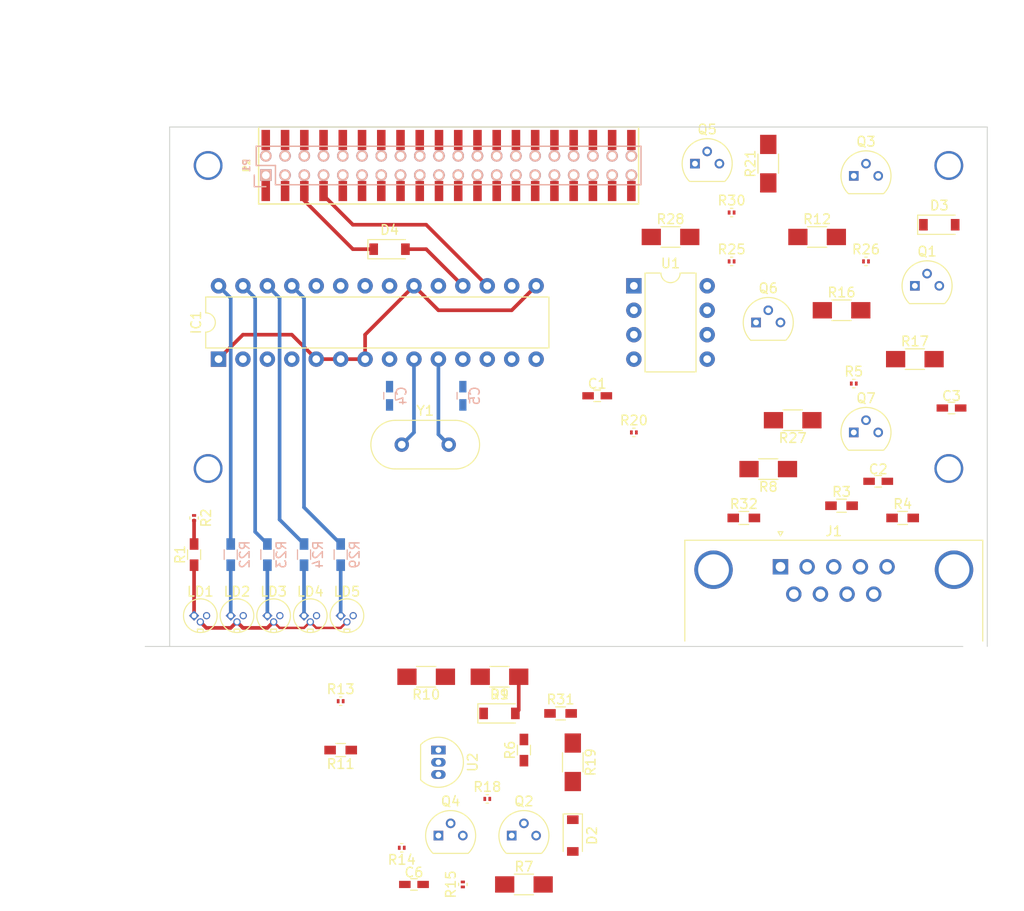
<source format=kicad_pcb>
(kicad_pcb (version 4) (host pcbnew 4.0.7)

  (general
    (links 129)
    (no_connects 102)
    (area 85.221429 87.3 185.558753 181.6928)
    (thickness 1.6)
    (drawings 11)
    (tracks 59)
    (zones 0)
    (modules 65)
    (nets 119)
  )

  (page A4)
  (title_block
    (title "96Boards Mezzanine Project Template")
    (date 2015-08-08)
    (rev A)
    (company "Linaro Ltd")
  )

  (layers
    (0 F.Cu signal)
    (31 B.Cu signal)
    (32 B.Adhes user)
    (33 F.Adhes user)
    (34 B.Paste user)
    (35 F.Paste user)
    (36 B.SilkS user)
    (37 F.SilkS user)
    (38 B.Mask user)
    (39 F.Mask user)
    (40 Dwgs.User user hide)
    (41 Cmts.User user)
    (42 Eco1.User user)
    (43 Eco2.User user)
    (44 Edge.Cuts user)
    (45 Margin user)
    (46 B.CrtYd user)
    (47 F.CrtYd user hide)
    (48 B.Fab user hide)
    (49 F.Fab user)
  )

  (setup
    (last_trace_width 0.381)
    (user_trace_width 0.254)
    (user_trace_width 0.381)
    (user_trace_width 0.635)
    (trace_clearance 0.1778)
    (zone_clearance 0.508)
    (zone_45_only yes)
    (trace_min 0.1778)
    (segment_width 0.2)
    (edge_width 0.1)
    (via_size 0.6)
    (via_drill 0.4)
    (via_min_size 0.4)
    (via_min_drill 0.3)
    (uvia_size 0.3)
    (uvia_drill 0.1)
    (uvias_allowed no)
    (uvia_min_size 0.2)
    (uvia_min_drill 0.1)
    (pcb_text_width 0.3)
    (pcb_text_size 1.5 1.5)
    (mod_edge_width 0.15)
    (mod_text_size 1 1)
    (mod_text_width 0.15)
    (pad_size 3 3)
    (pad_drill 2.5)
    (pad_to_mask_clearance 0)
    (aux_axis_origin 100 100)
    (grid_origin 106.35 153.34)
    (visible_elements 7FFFF7FF)
    (pcbplotparams
      (layerselection 0x010ef_80000001)
      (usegerberextensions false)
      (excludeedgelayer true)
      (linewidth 0.100000)
      (plotframeref false)
      (viasonmask false)
      (mode 1)
      (useauxorigin false)
      (hpglpennumber 1)
      (hpglpenspeed 20)
      (hpglpendiameter 15)
      (hpglpenoverlay 2)
      (psnegative false)
      (psa4output false)
      (plotreference true)
      (plotvalue true)
      (plotinvisibletext false)
      (padsonsilk false)
      (subtractmaskfromsilk false)
      (outputformat 1)
      (mirror false)
      (drillshape 0)
      (scaleselection 1)
      (outputdirectory gerbers/))
  )

  (net 0 "")
  (net 1 +1V8)
  (net 2 GND)
  (net 3 +5V)
  (net 4 I2C0_SCL)
  (net 5 I2C0_SDA)
  (net 6 I2C1_SCL)
  (net 7 I2C1_SDA)
  (net 8 PWR_BTN_N)
  (net 9 RST_BTN_N)
  (net 10 SYS_DCIN)
  (net 11 GPIO_B)
  (net 12 GPIO_A)
  (net 13 SPIO_SCL)
  (net 14 SPIO_DIN)
  (net 15 SPIO_CS)
  (net 16 SPIO_DOUT)
  (net 17 PCM_FS)
  (net 18 PCM_CLK)
  (net 19 PCM_DO)
  (net 20 PCM_DI)
  (net 21 GPIO_D)
  (net 22 GPIO_F)
  (net 23 GPIO_H)
  (net 24 GPIO_J)
  (net 25 GPIO_L)
  (net 26 UART1_TX)
  (net 27 UART1_RX)
  (net 28 GPIO_C)
  (net 29 GPIO_E)
  (net 30 GPIO_G)
  (net 31 GPIO_I)
  (net 32 GPIO_K)
  (net 33 UART0_CTS)
  (net 34 UART0_TX)
  (net 35 UART0_RX)
  (net 36 UART0_RTS)
  (net 37 "Net-(C2-Pad1)")
  (net 38 "Net-(C3-Pad1)")
  (net 39 "Net-(C4-Pad1)")
  (net 40 "Net-(C5-Pad1)")
  (net 41 "Net-(C6-Pad1)")
  (net 42 V12)
  (net 43 Vbat)
  (net 44 J1850_Bus+)
  (net 45 "Net-(D2-Pad2)")
  (net 46 J1850_Bus-)
  (net 47 "Net-(D3-Pad2)")
  (net 48 "Net-(D4-Pad2)")
  (net 49 "Net-(IC1-Pad3)")
  (net 50 "Net-(IC1-Pad4)")
  (net 51 "Net-(IC1-Pad11)")
  (net 52 ELM_Pin12)
  (net 53 "Net-(IC1-Pad13)")
  (net 54 ELM_Pin14)
  (net 55 PwrCntrl)
  (net 56 "Net-(IC1-Pad21)")
  (net 57 "Net-(IC1-Pad22)")
  (net 58 CAN_TX)
  (net 59 CAN_RX)
  (net 60 "Net-(IC1-Pad25)")
  (net 61 "Net-(IC1-Pad26)")
  (net 62 "Net-(IC1-Pad27)")
  (net 63 "Net-(IC1-Pad28)")
  (net 64 CAN_High)
  (net 65 ISO9141-2_K)
  (net 66 CAN_Low)
  (net 67 ISO9141-2_L)
  (net 68 "Net-(LD1-Pad1)")
  (net 69 "Net-(LD2-Pad1)")
  (net 70 "Net-(LD3-Pad1)")
  (net 71 "Net-(LD4-Pad1)")
  (net 72 "Net-(LD5-Pad1)")
  (net 73 "Net-(P1-Pad4)")
  (net 74 "Net-(P1-Pad6)")
  (net 75 "Net-(P1-Pad8)")
  (net 76 "Net-(P1-Pad10)")
  (net 77 "Net-(P1-Pad12)")
  (net 78 "Net-(P1-Pad14)")
  (net 79 "Net-(P1-Pad16)")
  (net 80 "Net-(P1-Pad18)")
  (net 81 "Net-(P1-Pad20)")
  (net 82 "Net-(P1-Pad22)")
  (net 83 "Net-(P1-Pad24)")
  (net 84 "Net-(P1-Pad26)")
  (net 85 "Net-(P1-Pad28)")
  (net 86 "Net-(P1-Pad30)")
  (net 87 "Net-(P1-Pad32)")
  (net 88 "Net-(P1-Pad34)")
  (net 89 "Net-(P1-Pad36)")
  (net 90 "Net-(P1-Pad38)")
  (net 91 "Net-(P1-Pad3)")
  (net 92 "Net-(P1-Pad9)")
  (net 93 "Net-(P1-Pad11)")
  (net 94 "Net-(P1-Pad13)")
  (net 95 "Net-(P1-Pad15)")
  (net 96 "Net-(P1-Pad17)")
  (net 97 "Net-(P1-Pad19)")
  (net 98 "Net-(P1-Pad21)")
  (net 99 "Net-(P1-Pad23)")
  (net 100 "Net-(P1-Pad25)")
  (net 101 "Net-(P1-Pad27)")
  (net 102 "Net-(P1-Pad29)")
  (net 103 "Net-(P1-Pad31)")
  (net 104 "Net-(P1-Pad33)")
  (net 105 "Net-(P1-Pad35)")
  (net 106 "Net-(Q1-Pad2)")
  (net 107 "Net-(Q2-Pad2)")
  (net 108 "Net-(Q2-Pad1)")
  (net 109 "Net-(Q3-Pad3)")
  (net 110 "Net-(Q3-Pad1)")
  (net 111 "Net-(Q4-Pad2)")
  (net 112 "Net-(Q4-Pad3)")
  (net 113 "Net-(Q6-Pad2)")
  (net 114 "Net-(Q7-Pad2)")
  (net 115 "Net-(R2-Pad1)")
  (net 116 "Net-(R11-Pad1)")
  (net 117 "Net-(R11-Pad2)")
  (net 118 "Net-(U1-Pad5)")

  (net_class Default "This is the default net class."
    (clearance 0.1778)
    (trace_width 0.254)
    (via_dia 0.6)
    (via_drill 0.4)
    (uvia_dia 0.3)
    (uvia_drill 0.1)
    (add_net CAN_High)
    (add_net CAN_Low)
    (add_net CAN_RX)
    (add_net CAN_TX)
    (add_net ELM_Pin12)
    (add_net ELM_Pin14)
    (add_net GPIO_A)
    (add_net GPIO_B)
    (add_net GPIO_C)
    (add_net GPIO_D)
    (add_net GPIO_E)
    (add_net GPIO_F)
    (add_net GPIO_G)
    (add_net GPIO_H)
    (add_net GPIO_I)
    (add_net GPIO_J)
    (add_net GPIO_K)
    (add_net GPIO_L)
    (add_net I2C0_SCL)
    (add_net I2C0_SDA)
    (add_net I2C1_SCL)
    (add_net I2C1_SDA)
    (add_net ISO9141-2_K)
    (add_net ISO9141-2_L)
    (add_net J1850_Bus+)
    (add_net J1850_Bus-)
    (add_net "Net-(C2-Pad1)")
    (add_net "Net-(C3-Pad1)")
    (add_net "Net-(C4-Pad1)")
    (add_net "Net-(C5-Pad1)")
    (add_net "Net-(C6-Pad1)")
    (add_net "Net-(D2-Pad2)")
    (add_net "Net-(D3-Pad2)")
    (add_net "Net-(D4-Pad2)")
    (add_net "Net-(IC1-Pad11)")
    (add_net "Net-(IC1-Pad13)")
    (add_net "Net-(IC1-Pad21)")
    (add_net "Net-(IC1-Pad22)")
    (add_net "Net-(IC1-Pad25)")
    (add_net "Net-(IC1-Pad26)")
    (add_net "Net-(IC1-Pad27)")
    (add_net "Net-(IC1-Pad28)")
    (add_net "Net-(IC1-Pad3)")
    (add_net "Net-(IC1-Pad4)")
    (add_net "Net-(LD1-Pad1)")
    (add_net "Net-(LD2-Pad1)")
    (add_net "Net-(LD3-Pad1)")
    (add_net "Net-(LD4-Pad1)")
    (add_net "Net-(LD5-Pad1)")
    (add_net "Net-(P1-Pad10)")
    (add_net "Net-(P1-Pad11)")
    (add_net "Net-(P1-Pad12)")
    (add_net "Net-(P1-Pad13)")
    (add_net "Net-(P1-Pad14)")
    (add_net "Net-(P1-Pad15)")
    (add_net "Net-(P1-Pad16)")
    (add_net "Net-(P1-Pad17)")
    (add_net "Net-(P1-Pad18)")
    (add_net "Net-(P1-Pad19)")
    (add_net "Net-(P1-Pad20)")
    (add_net "Net-(P1-Pad21)")
    (add_net "Net-(P1-Pad22)")
    (add_net "Net-(P1-Pad23)")
    (add_net "Net-(P1-Pad24)")
    (add_net "Net-(P1-Pad25)")
    (add_net "Net-(P1-Pad26)")
    (add_net "Net-(P1-Pad27)")
    (add_net "Net-(P1-Pad28)")
    (add_net "Net-(P1-Pad29)")
    (add_net "Net-(P1-Pad3)")
    (add_net "Net-(P1-Pad30)")
    (add_net "Net-(P1-Pad31)")
    (add_net "Net-(P1-Pad32)")
    (add_net "Net-(P1-Pad33)")
    (add_net "Net-(P1-Pad34)")
    (add_net "Net-(P1-Pad35)")
    (add_net "Net-(P1-Pad36)")
    (add_net "Net-(P1-Pad38)")
    (add_net "Net-(P1-Pad4)")
    (add_net "Net-(P1-Pad6)")
    (add_net "Net-(P1-Pad8)")
    (add_net "Net-(P1-Pad9)")
    (add_net "Net-(Q1-Pad2)")
    (add_net "Net-(Q2-Pad1)")
    (add_net "Net-(Q2-Pad2)")
    (add_net "Net-(Q3-Pad1)")
    (add_net "Net-(Q3-Pad3)")
    (add_net "Net-(Q4-Pad2)")
    (add_net "Net-(Q4-Pad3)")
    (add_net "Net-(Q6-Pad2)")
    (add_net "Net-(Q7-Pad2)")
    (add_net "Net-(R11-Pad1)")
    (add_net "Net-(R11-Pad2)")
    (add_net "Net-(R2-Pad1)")
    (add_net "Net-(U1-Pad5)")
    (add_net PCM_CLK)
    (add_net PCM_DI)
    (add_net PCM_DO)
    (add_net PCM_FS)
    (add_net PWR_BTN_N)
    (add_net PwrCntrl)
    (add_net RST_BTN_N)
    (add_net SPIO_CS)
    (add_net SPIO_DIN)
    (add_net SPIO_DOUT)
    (add_net SPIO_SCL)
    (add_net SYS_DCIN)
    (add_net UART0_CTS)
    (add_net UART0_RTS)
    (add_net UART0_RX)
    (add_net UART0_TX)
    (add_net UART1_RX)
    (add_net UART1_TX)
    (add_net V12)
    (add_net Vbat)
  )

  (net_class Power ""
    (clearance 0.1778)
    (trace_width 0.381)
    (via_dia 0.6)
    (via_drill 0.4)
    (uvia_dia 0.3)
    (uvia_drill 0.1)
    (add_net +1V8)
    (add_net +5V)
    (add_net GND)
  )

  (module Housings_DIP:DIP-28_W7.62mm (layer F.Cu) (tedit 59C78D6B) (tstamp 5AB1BA6B)
    (at 105.08 124.13 90)
    (descr "28-lead though-hole mounted DIP package, row spacing 7.62 mm (300 mils)")
    (tags "THT DIP DIL PDIP 2.54mm 7.62mm 300mil")
    (path /5AA5E7D4)
    (fp_text reference IC1 (at 3.81 -2.33 90) (layer F.SilkS)
      (effects (font (size 1 1) (thickness 0.15)))
    )
    (fp_text value ELM327 (at 3.81 35.35 90) (layer F.Fab)
      (effects (font (size 1 1) (thickness 0.15)))
    )
    (fp_arc (start 3.81 -1.33) (end 2.81 -1.33) (angle -180) (layer F.SilkS) (width 0.12))
    (fp_line (start 1.635 -1.27) (end 6.985 -1.27) (layer F.Fab) (width 0.1))
    (fp_line (start 6.985 -1.27) (end 6.985 34.29) (layer F.Fab) (width 0.1))
    (fp_line (start 6.985 34.29) (end 0.635 34.29) (layer F.Fab) (width 0.1))
    (fp_line (start 0.635 34.29) (end 0.635 -0.27) (layer F.Fab) (width 0.1))
    (fp_line (start 0.635 -0.27) (end 1.635 -1.27) (layer F.Fab) (width 0.1))
    (fp_line (start 2.81 -1.33) (end 1.16 -1.33) (layer F.SilkS) (width 0.12))
    (fp_line (start 1.16 -1.33) (end 1.16 34.35) (layer F.SilkS) (width 0.12))
    (fp_line (start 1.16 34.35) (end 6.46 34.35) (layer F.SilkS) (width 0.12))
    (fp_line (start 6.46 34.35) (end 6.46 -1.33) (layer F.SilkS) (width 0.12))
    (fp_line (start 6.46 -1.33) (end 4.81 -1.33) (layer F.SilkS) (width 0.12))
    (fp_line (start -1.1 -1.55) (end -1.1 34.55) (layer F.CrtYd) (width 0.05))
    (fp_line (start -1.1 34.55) (end 8.7 34.55) (layer F.CrtYd) (width 0.05))
    (fp_line (start 8.7 34.55) (end 8.7 -1.55) (layer F.CrtYd) (width 0.05))
    (fp_line (start 8.7 -1.55) (end -1.1 -1.55) (layer F.CrtYd) (width 0.05))
    (fp_text user %R (at 3.81 16.51 90) (layer F.Fab)
      (effects (font (size 1 1) (thickness 0.15)))
    )
    (pad 1 thru_hole rect (at 0 0 90) (size 1.6 1.6) (drill 0.8) (layers *.Cu *.Mask)
      (net 3 +5V))
    (pad 15 thru_hole oval (at 7.62 33.02 90) (size 1.6 1.6) (drill 0.8) (layers *.Cu *.Mask)
      (net 3 +5V))
    (pad 2 thru_hole oval (at 0 2.54 90) (size 1.6 1.6) (drill 0.8) (layers *.Cu *.Mask)
      (net 41 "Net-(C6-Pad1)"))
    (pad 16 thru_hole oval (at 7.62 30.48 90) (size 1.6 1.6) (drill 0.8) (layers *.Cu *.Mask)
      (net 55 PwrCntrl))
    (pad 3 thru_hole oval (at 0 5.08 90) (size 1.6 1.6) (drill 0.8) (layers *.Cu *.Mask)
      (net 49 "Net-(IC1-Pad3)"))
    (pad 17 thru_hole oval (at 7.62 27.94 90) (size 1.6 1.6) (drill 0.8) (layers *.Cu *.Mask)
      (net 35 UART0_RX))
    (pad 4 thru_hole oval (at 0 7.62 90) (size 1.6 1.6) (drill 0.8) (layers *.Cu *.Mask)
      (net 50 "Net-(IC1-Pad4)"))
    (pad 18 thru_hole oval (at 7.62 25.4 90) (size 1.6 1.6) (drill 0.8) (layers *.Cu *.Mask)
      (net 48 "Net-(D4-Pad2)"))
    (pad 5 thru_hole oval (at 0 10.16 90) (size 1.6 1.6) (drill 0.8) (layers *.Cu *.Mask)
      (net 3 +5V))
    (pad 19 thru_hole oval (at 7.62 22.86 90) (size 1.6 1.6) (drill 0.8) (layers *.Cu *.Mask)
      (net 2 GND))
    (pad 6 thru_hole oval (at 0 12.7 90) (size 1.6 1.6) (drill 0.8) (layers *.Cu *.Mask)
      (net 3 +5V))
    (pad 20 thru_hole oval (at 7.62 20.32 90) (size 1.6 1.6) (drill 0.8) (layers *.Cu *.Mask)
      (net 3 +5V))
    (pad 7 thru_hole oval (at 0 15.24 90) (size 1.6 1.6) (drill 0.8) (layers *.Cu *.Mask)
      (net 3 +5V))
    (pad 21 thru_hole oval (at 7.62 17.78 90) (size 1.6 1.6) (drill 0.8) (layers *.Cu *.Mask)
      (net 56 "Net-(IC1-Pad21)"))
    (pad 8 thru_hole oval (at 0 17.78 90) (size 1.6 1.6) (drill 0.8) (layers *.Cu *.Mask)
      (net 2 GND))
    (pad 22 thru_hole oval (at 7.62 15.24 90) (size 1.6 1.6) (drill 0.8) (layers *.Cu *.Mask)
      (net 57 "Net-(IC1-Pad22)"))
    (pad 9 thru_hole oval (at 0 20.32 90) (size 1.6 1.6) (drill 0.8) (layers *.Cu *.Mask)
      (net 39 "Net-(C4-Pad1)"))
    (pad 23 thru_hole oval (at 7.62 12.7 90) (size 1.6 1.6) (drill 0.8) (layers *.Cu *.Mask)
      (net 58 CAN_TX))
    (pad 10 thru_hole oval (at 0 22.86 90) (size 1.6 1.6) (drill 0.8) (layers *.Cu *.Mask)
      (net 40 "Net-(C5-Pad1)"))
    (pad 24 thru_hole oval (at 7.62 10.16 90) (size 1.6 1.6) (drill 0.8) (layers *.Cu *.Mask)
      (net 59 CAN_RX))
    (pad 11 thru_hole oval (at 0 25.4 90) (size 1.6 1.6) (drill 0.8) (layers *.Cu *.Mask)
      (net 51 "Net-(IC1-Pad11)"))
    (pad 25 thru_hole oval (at 7.62 7.62 90) (size 1.6 1.6) (drill 0.8) (layers *.Cu *.Mask)
      (net 60 "Net-(IC1-Pad25)"))
    (pad 12 thru_hole oval (at 0 27.94 90) (size 1.6 1.6) (drill 0.8) (layers *.Cu *.Mask)
      (net 52 ELM_Pin12))
    (pad 26 thru_hole oval (at 7.62 5.08 90) (size 1.6 1.6) (drill 0.8) (layers *.Cu *.Mask)
      (net 61 "Net-(IC1-Pad26)"))
    (pad 13 thru_hole oval (at 0 30.48 90) (size 1.6 1.6) (drill 0.8) (layers *.Cu *.Mask)
      (net 53 "Net-(IC1-Pad13)"))
    (pad 27 thru_hole oval (at 7.62 2.54 90) (size 1.6 1.6) (drill 0.8) (layers *.Cu *.Mask)
      (net 62 "Net-(IC1-Pad27)"))
    (pad 14 thru_hole oval (at 0 33.02 90) (size 1.6 1.6) (drill 0.8) (layers *.Cu *.Mask)
      (net 54 ELM_Pin14))
    (pad 28 thru_hole oval (at 7.62 0 90) (size 1.6 1.6) (drill 0.8) (layers *.Cu *.Mask)
      (net 63 "Net-(IC1-Pad28)"))
    (model ${KISYS3DMOD}/Housings_DIP.3dshapes/DIP-28_W7.62mm.wrl
      (at (xyz 0 0 0))
      (scale (xyz 1 1 1))
      (rotate (xyz 0 0 0))
    )
  )

  (module Sensors:Hole_2.5MM locked (layer F.Cu) (tedit 55DECD77) (tstamp 55F48FD6)
    (at 104 135.5)
    (fp_text reference REF** (at 0 0.5) (layer F.SilkS) hide
      (effects (font (size 1 1) (thickness 0.15)))
    )
    (fp_text value Hole_2.5MM (at 0 -0.5) (layer F.Fab) hide
      (effects (font (size 1 1) (thickness 0.15)))
    )
    (pad 1 thru_hole circle (at 0 0) (size 3 3) (drill 2.5) (layers *.Cu *.Mask))
  )

  (module Sensors:Hole_2.5MM locked (layer F.Cu) (tedit 55DECD77) (tstamp 55DED4DA)
    (at 181 135.5)
    (fp_text reference REF** (at 0 0.5) (layer F.SilkS) hide
      (effects (font (size 1 1) (thickness 0.15)))
    )
    (fp_text value Hole_2.5MM (at 0 -0.5) (layer F.Fab) hide
      (effects (font (size 1 1) (thickness 0.15)))
    )
    (pad 1 thru_hole circle (at 0 0) (size 3 3) (drill 2.5) (layers *.Cu *.Mask))
  )

  (module Sensors:Hole_2.5MM locked (layer F.Cu) (tedit 55C6917D) (tstamp 55C69203)
    (at 181 104)
    (fp_text reference REF** (at 0 0.5) (layer F.SilkS) hide
      (effects (font (size 1 1) (thickness 0.15)))
    )
    (fp_text value Hole_2.5MM (at 0 -0.5) (layer F.Fab) hide
      (effects (font (size 1 1) (thickness 0.15)))
    )
    (pad 1 thru_hole circle (at 0 0) (size 3 3) (drill 2.5) (layers *.Cu *.Mask))
  )

  (module Sensors:Hole_2.5MM locked (layer F.Cu) (tedit 55C743C8) (tstamp 55C691E1)
    (at 104 104)
    (fp_text reference REF** (at 0 0.5) (layer F.SilkS) hide
      (effects (font (size 1 1) (thickness 0.15)))
    )
    (fp_text value Hole_2.5MM (at 0 -0.5) (layer F.Fab) hide
      (effects (font (size 1 1) (thickness 0.15)))
    )
    (pad 1 thru_hole circle (at 0 0) (size 3 3) (drill 2.5) (layers *.Cu *.Mask))
  )

  (module 96boards:Socket_Strip_SMD_2x20_Pitch2mm locked (layer F.Cu) (tedit 55F865FA) (tstamp 56AB82C3)
    (at 110 105 90)
    (descr "Double row SMD 2mm socket strip, 2x20 contacts")
    (path /55D48226)
    (attr smd)
    (fp_text reference P2 (at 1 -2 90) (layer F.SilkS)
      (effects (font (size 0.7 0.7) (thickness 0.15)))
    )
    (fp_text value CONN_02X20 (at 1 -4 90) (layer F.Fab)
      (effects (font (size 1.016 1.016) (thickness 0.2032)))
    )
    (fp_line (start -3 -0.75) (end -3 38.75) (layer F.SilkS) (width 0.15))
    (fp_line (start 5 38.75) (end 5 -0.75) (layer F.SilkS) (width 0.15))
    (fp_line (start 5 -0.75) (end -3 -0.75) (layer F.SilkS) (width 0.15))
    (fp_line (start 5 38.75) (end -3 38.75) (layer F.SilkS) (width 0.15))
    (pad 5 smd rect (at -1.65 4) (size 0.89 2.1) (layers F.Cu F.Paste F.Mask)
      (net 34 UART0_TX))
    (pad 3 smd rect (at -1.65 2) (size 0.89 2.1) (layers F.Cu F.Paste F.Mask)
      (net 33 UART0_CTS))
    (pad 4 smd rect (at 3.65 2) (size 0.89 2.1) (layers F.Cu F.Paste F.Mask)
      (net 8 PWR_BTN_N))
    (pad 2 smd rect (at 3.65 -0.01) (size 0.89 2.1) (layers F.Cu F.Paste F.Mask)
      (net 2 GND))
    (pad 1 smd rect (at -1.65 -0.01) (size 0.89 2.1) (layers F.Cu F.Paste F.Mask)
      (net 2 GND))
    (pad 7 smd rect (at -1.65 6) (size 0.89 2.1) (layers F.Cu F.Paste F.Mask)
      (net 35 UART0_RX))
    (pad 9 smd rect (at -1.65 8) (size 0.89 2.1) (layers F.Cu F.Paste F.Mask)
      (net 36 UART0_RTS))
    (pad 11 smd rect (at -1.65 10) (size 0.89 2.1) (layers F.Cu F.Paste F.Mask)
      (net 26 UART1_TX))
    (pad 13 smd rect (at -1.65 12) (size 0.89 2.1) (layers F.Cu F.Paste F.Mask)
      (net 27 UART1_RX))
    (pad 15 smd rect (at -1.65 14) (size 0.89 2.1) (layers F.Cu F.Paste F.Mask)
      (net 4 I2C0_SCL))
    (pad 17 smd rect (at -1.65 16) (size 0.89 2.1) (layers F.Cu F.Paste F.Mask)
      (net 5 I2C0_SDA))
    (pad 19 smd rect (at -1.65 18) (size 0.89 2.1) (layers F.Cu F.Paste F.Mask)
      (net 6 I2C1_SCL))
    (pad 21 smd rect (at -1.65 20) (size 0.89 2.1) (layers F.Cu F.Paste F.Mask)
      (net 7 I2C1_SDA))
    (pad 23 smd rect (at -1.65 22) (size 0.89 2.1) (layers F.Cu F.Paste F.Mask)
      (net 12 GPIO_A))
    (pad 25 smd rect (at -1.65 24) (size 0.89 2.1) (layers F.Cu F.Paste F.Mask)
      (net 28 GPIO_C))
    (pad 27 smd rect (at -1.65 26) (size 0.89 2.1) (layers F.Cu F.Paste F.Mask)
      (net 29 GPIO_E))
    (pad 29 smd rect (at -1.65 28) (size 0.89 2.1) (layers F.Cu F.Paste F.Mask)
      (net 30 GPIO_G))
    (pad 31 smd rect (at -1.65 30) (size 0.89 2.1) (layers F.Cu F.Paste F.Mask)
      (net 31 GPIO_I))
    (pad 33 smd rect (at -1.65 32) (size 0.89 2.1) (layers F.Cu F.Paste F.Mask)
      (net 32 GPIO_K))
    (pad 35 smd rect (at -1.65 34) (size 0.89 2.1) (layers F.Cu F.Paste F.Mask)
      (net 1 +1V8))
    (pad 37 smd rect (at -1.65 36) (size 0.89 2.1) (layers F.Cu F.Paste F.Mask)
      (net 3 +5V))
    (pad 39 smd rect (at -1.65 38) (size 0.89 2.1) (layers F.Cu F.Paste F.Mask)
      (net 2 GND))
    (pad 6 smd rect (at 3.65 4) (size 0.89 2.1) (layers F.Cu F.Paste F.Mask)
      (net 9 RST_BTN_N))
    (pad 8 smd rect (at 3.65 6) (size 0.89 2.1) (layers F.Cu F.Paste F.Mask)
      (net 13 SPIO_SCL))
    (pad 10 smd rect (at 3.65 8) (size 0.89 2.1) (layers F.Cu F.Paste F.Mask)
      (net 14 SPIO_DIN))
    (pad 12 smd rect (at 3.65 10) (size 0.89 2.1) (layers F.Cu F.Paste F.Mask)
      (net 15 SPIO_CS))
    (pad 14 smd rect (at 3.65 12) (size 0.89 2.1) (layers F.Cu F.Paste F.Mask)
      (net 16 SPIO_DOUT))
    (pad 16 smd rect (at 3.65 14) (size 0.89 2.1) (layers F.Cu F.Paste F.Mask)
      (net 17 PCM_FS))
    (pad 18 smd rect (at 3.65 16) (size 0.89 2.1) (layers F.Cu F.Paste F.Mask)
      (net 18 PCM_CLK))
    (pad 20 smd rect (at 3.65 18) (size 0.89 2.1) (layers F.Cu F.Paste F.Mask)
      (net 19 PCM_DO))
    (pad 22 smd rect (at 3.65 20) (size 0.89 2.1) (layers F.Cu F.Paste F.Mask)
      (net 20 PCM_DI))
    (pad 24 smd rect (at 3.65 22) (size 0.89 2.1) (layers F.Cu F.Paste F.Mask)
      (net 11 GPIO_B))
    (pad 26 smd rect (at 3.65 24) (size 0.89 2.1) (layers F.Cu F.Paste F.Mask)
      (net 21 GPIO_D))
    (pad 28 smd rect (at 3.65 26) (size 0.89 2.1) (layers F.Cu F.Paste F.Mask)
      (net 22 GPIO_F))
    (pad 30 smd rect (at 3.65 28) (size 0.89 2.1) (layers F.Cu F.Paste F.Mask)
      (net 23 GPIO_H))
    (pad 32 smd rect (at 3.65 30) (size 0.89 2.1) (layers F.Cu F.Paste F.Mask)
      (net 24 GPIO_J))
    (pad 34 smd rect (at 3.65 32) (size 0.89 2.1) (layers F.Cu F.Paste F.Mask)
      (net 25 GPIO_L))
    (pad 36 smd rect (at 3.65 34) (size 0.89 2.1) (layers F.Cu F.Paste F.Mask)
      (net 10 SYS_DCIN))
    (pad 38 smd rect (at 3.65 36) (size 0.89 2.1) (layers F.Cu F.Paste F.Mask)
      (net 10 SYS_DCIN))
    (pad 40 smd rect (at 3.65 38) (size 0.89 2.1) (layers F.Cu F.Paste F.Mask)
      (net 2 GND))
    (model Socket_Strips.3dshapes/Socket_Strip_Straight_2x20.wrl
      (at (xyz 0.0394 -0.749 0.01576))
      (scale (xyz 0.787 0.787 0.5))
      (rotate (xyz 0 0 90))
    )
  )

  (module Capacitors_SMD:C_0603_HandSoldering (layer F.Cu) (tedit 58AA848B) (tstamp 5AB1B530)
    (at 144.45 127.94)
    (descr "Capacitor SMD 0603, hand soldering")
    (tags "capacitor 0603")
    (path /5AA5FFD8)
    (attr smd)
    (fp_text reference C1 (at 0 -1.25) (layer F.SilkS)
      (effects (font (size 1 1) (thickness 0.15)))
    )
    (fp_text value 0.1uF (at 0 1.5) (layer F.Fab)
      (effects (font (size 1 1) (thickness 0.15)))
    )
    (fp_text user %R (at 0 -1.25) (layer F.Fab)
      (effects (font (size 1 1) (thickness 0.15)))
    )
    (fp_line (start -0.8 0.4) (end -0.8 -0.4) (layer F.Fab) (width 0.1))
    (fp_line (start 0.8 0.4) (end -0.8 0.4) (layer F.Fab) (width 0.1))
    (fp_line (start 0.8 -0.4) (end 0.8 0.4) (layer F.Fab) (width 0.1))
    (fp_line (start -0.8 -0.4) (end 0.8 -0.4) (layer F.Fab) (width 0.1))
    (fp_line (start -0.35 -0.6) (end 0.35 -0.6) (layer F.SilkS) (width 0.12))
    (fp_line (start 0.35 0.6) (end -0.35 0.6) (layer F.SilkS) (width 0.12))
    (fp_line (start -1.8 -0.65) (end 1.8 -0.65) (layer F.CrtYd) (width 0.05))
    (fp_line (start -1.8 -0.65) (end -1.8 0.65) (layer F.CrtYd) (width 0.05))
    (fp_line (start 1.8 0.65) (end 1.8 -0.65) (layer F.CrtYd) (width 0.05))
    (fp_line (start 1.8 0.65) (end -1.8 0.65) (layer F.CrtYd) (width 0.05))
    (pad 1 smd rect (at -0.95 0) (size 1.2 0.75) (layers F.Cu F.Paste F.Mask)
      (net 3 +5V))
    (pad 2 smd rect (at 0.95 0) (size 1.2 0.75) (layers F.Cu F.Paste F.Mask)
      (net 2 GND))
    (model Capacitors_SMD.3dshapes/C_0603.wrl
      (at (xyz 0 0 0))
      (scale (xyz 1 1 1))
      (rotate (xyz 0 0 0))
    )
  )

  (module Capacitors_SMD:C_0603_HandSoldering (layer F.Cu) (tedit 58AA848B) (tstamp 5AB1B536)
    (at 173.66 136.83)
    (descr "Capacitor SMD 0603, hand soldering")
    (tags "capacitor 0603")
    (path /5AA9D1F0)
    (attr smd)
    (fp_text reference C2 (at 0 -1.25) (layer F.SilkS)
      (effects (font (size 1 1) (thickness 0.15)))
    )
    (fp_text value 560pF (at 0 1.5) (layer F.Fab)
      (effects (font (size 1 1) (thickness 0.15)))
    )
    (fp_text user %R (at 0 -1.25) (layer F.Fab)
      (effects (font (size 1 1) (thickness 0.15)))
    )
    (fp_line (start -0.8 0.4) (end -0.8 -0.4) (layer F.Fab) (width 0.1))
    (fp_line (start 0.8 0.4) (end -0.8 0.4) (layer F.Fab) (width 0.1))
    (fp_line (start 0.8 -0.4) (end 0.8 0.4) (layer F.Fab) (width 0.1))
    (fp_line (start -0.8 -0.4) (end 0.8 -0.4) (layer F.Fab) (width 0.1))
    (fp_line (start -0.35 -0.6) (end 0.35 -0.6) (layer F.SilkS) (width 0.12))
    (fp_line (start 0.35 0.6) (end -0.35 0.6) (layer F.SilkS) (width 0.12))
    (fp_line (start -1.8 -0.65) (end 1.8 -0.65) (layer F.CrtYd) (width 0.05))
    (fp_line (start -1.8 -0.65) (end -1.8 0.65) (layer F.CrtYd) (width 0.05))
    (fp_line (start 1.8 0.65) (end 1.8 -0.65) (layer F.CrtYd) (width 0.05))
    (fp_line (start 1.8 0.65) (end -1.8 0.65) (layer F.CrtYd) (width 0.05))
    (pad 1 smd rect (at -0.95 0) (size 1.2 0.75) (layers F.Cu F.Paste F.Mask)
      (net 37 "Net-(C2-Pad1)"))
    (pad 2 smd rect (at 0.95 0) (size 1.2 0.75) (layers F.Cu F.Paste F.Mask)
      (net 2 GND))
    (model Capacitors_SMD.3dshapes/C_0603.wrl
      (at (xyz 0 0 0))
      (scale (xyz 1 1 1))
      (rotate (xyz 0 0 0))
    )
  )

  (module Capacitors_SMD:C_0603_HandSoldering (layer F.Cu) (tedit 58AA848B) (tstamp 5AB1B53C)
    (at 181.28 129.21)
    (descr "Capacitor SMD 0603, hand soldering")
    (tags "capacitor 0603")
    (path /5AA9D24D)
    (attr smd)
    (fp_text reference C3 (at 0 -1.25) (layer F.SilkS)
      (effects (font (size 1 1) (thickness 0.15)))
    )
    (fp_text value 560pF (at 0 1.5) (layer F.Fab)
      (effects (font (size 1 1) (thickness 0.15)))
    )
    (fp_text user %R (at 0 -1.25) (layer F.Fab)
      (effects (font (size 1 1) (thickness 0.15)))
    )
    (fp_line (start -0.8 0.4) (end -0.8 -0.4) (layer F.Fab) (width 0.1))
    (fp_line (start 0.8 0.4) (end -0.8 0.4) (layer F.Fab) (width 0.1))
    (fp_line (start 0.8 -0.4) (end 0.8 0.4) (layer F.Fab) (width 0.1))
    (fp_line (start -0.8 -0.4) (end 0.8 -0.4) (layer F.Fab) (width 0.1))
    (fp_line (start -0.35 -0.6) (end 0.35 -0.6) (layer F.SilkS) (width 0.12))
    (fp_line (start 0.35 0.6) (end -0.35 0.6) (layer F.SilkS) (width 0.12))
    (fp_line (start -1.8 -0.65) (end 1.8 -0.65) (layer F.CrtYd) (width 0.05))
    (fp_line (start -1.8 -0.65) (end -1.8 0.65) (layer F.CrtYd) (width 0.05))
    (fp_line (start 1.8 0.65) (end 1.8 -0.65) (layer F.CrtYd) (width 0.05))
    (fp_line (start 1.8 0.65) (end -1.8 0.65) (layer F.CrtYd) (width 0.05))
    (pad 1 smd rect (at -0.95 0) (size 1.2 0.75) (layers F.Cu F.Paste F.Mask)
      (net 38 "Net-(C3-Pad1)"))
    (pad 2 smd rect (at 0.95 0) (size 1.2 0.75) (layers F.Cu F.Paste F.Mask)
      (net 2 GND))
    (model Capacitors_SMD.3dshapes/C_0603.wrl
      (at (xyz 0 0 0))
      (scale (xyz 1 1 1))
      (rotate (xyz 0 0 0))
    )
  )

  (module Capacitors_SMD:C_0603_HandSoldering (layer B.Cu) (tedit 5AB1CF37) (tstamp 5AB1B542)
    (at 122.86 127.94 90)
    (descr "Capacitor SMD 0603, hand soldering")
    (tags "capacitor 0603")
    (path /5AA612FE)
    (attr smd)
    (fp_text reference C4 (at 0 1.25 90) (layer B.SilkS)
      (effects (font (size 1 1) (thickness 0.15)) (justify mirror))
    )
    (fp_text value 27pF (at 0 -1.5 90) (layer B.Fab) hide
      (effects (font (size 1 1) (thickness 0.15)) (justify mirror))
    )
    (fp_text user %R (at 0 1.25 90) (layer B.Fab)
      (effects (font (size 1 1) (thickness 0.15)) (justify mirror))
    )
    (fp_line (start -0.8 -0.4) (end -0.8 0.4) (layer B.Fab) (width 0.1))
    (fp_line (start 0.8 -0.4) (end -0.8 -0.4) (layer B.Fab) (width 0.1))
    (fp_line (start 0.8 0.4) (end 0.8 -0.4) (layer B.Fab) (width 0.1))
    (fp_line (start -0.8 0.4) (end 0.8 0.4) (layer B.Fab) (width 0.1))
    (fp_line (start -0.35 0.6) (end 0.35 0.6) (layer B.SilkS) (width 0.12))
    (fp_line (start 0.35 -0.6) (end -0.35 -0.6) (layer B.SilkS) (width 0.12))
    (fp_line (start -1.8 0.65) (end 1.8 0.65) (layer B.CrtYd) (width 0.05))
    (fp_line (start -1.8 0.65) (end -1.8 -0.65) (layer B.CrtYd) (width 0.05))
    (fp_line (start 1.8 -0.65) (end 1.8 0.65) (layer B.CrtYd) (width 0.05))
    (fp_line (start 1.8 -0.65) (end -1.8 -0.65) (layer B.CrtYd) (width 0.05))
    (pad 1 smd rect (at -0.95 0 90) (size 1.2 0.75) (layers B.Cu B.Paste B.Mask)
      (net 39 "Net-(C4-Pad1)"))
    (pad 2 smd rect (at 0.95 0 90) (size 1.2 0.75) (layers B.Cu B.Paste B.Mask)
      (net 2 GND))
    (model Capacitors_SMD.3dshapes/C_0603.wrl
      (at (xyz 0 0 0))
      (scale (xyz 1 1 1))
      (rotate (xyz 0 0 0))
    )
  )

  (module Capacitors_SMD:C_0603_HandSoldering (layer B.Cu) (tedit 5AB1CF9B) (tstamp 5AB1B548)
    (at 130.48 127.94 90)
    (descr "Capacitor SMD 0603, hand soldering")
    (tags "capacitor 0603")
    (path /5AA613D0)
    (attr smd)
    (fp_text reference C5 (at 0 1.25 90) (layer B.SilkS)
      (effects (font (size 1 1) (thickness 0.15)) (justify mirror))
    )
    (fp_text value 27pF (at 0 -1.5 90) (layer B.Fab) hide
      (effects (font (size 1 1) (thickness 0.15)) (justify mirror))
    )
    (fp_text user %R (at 0 1.25 90) (layer B.Fab)
      (effects (font (size 1 1) (thickness 0.15)) (justify mirror))
    )
    (fp_line (start -0.8 -0.4) (end -0.8 0.4) (layer B.Fab) (width 0.1))
    (fp_line (start 0.8 -0.4) (end -0.8 -0.4) (layer B.Fab) (width 0.1))
    (fp_line (start 0.8 0.4) (end 0.8 -0.4) (layer B.Fab) (width 0.1))
    (fp_line (start -0.8 0.4) (end 0.8 0.4) (layer B.Fab) (width 0.1))
    (fp_line (start -0.35 0.6) (end 0.35 0.6) (layer B.SilkS) (width 0.12))
    (fp_line (start 0.35 -0.6) (end -0.35 -0.6) (layer B.SilkS) (width 0.12))
    (fp_line (start -1.8 0.65) (end 1.8 0.65) (layer B.CrtYd) (width 0.05))
    (fp_line (start -1.8 0.65) (end -1.8 -0.65) (layer B.CrtYd) (width 0.05))
    (fp_line (start 1.8 -0.65) (end 1.8 0.65) (layer B.CrtYd) (width 0.05))
    (fp_line (start 1.8 -0.65) (end -1.8 -0.65) (layer B.CrtYd) (width 0.05))
    (pad 1 smd rect (at -0.95 0 90) (size 1.2 0.75) (layers B.Cu B.Paste B.Mask)
      (net 40 "Net-(C5-Pad1)"))
    (pad 2 smd rect (at 0.95 0 90) (size 1.2 0.75) (layers B.Cu B.Paste B.Mask)
      (net 2 GND))
    (model Capacitors_SMD.3dshapes/C_0603.wrl
      (at (xyz 0 0 0))
      (scale (xyz 1 1 1))
      (rotate (xyz 0 0 0))
    )
  )

  (module Capacitors_SMD:C_0603_HandSoldering (layer F.Cu) (tedit 58AA848B) (tstamp 5AB1B54E)
    (at 125.4 178.74)
    (descr "Capacitor SMD 0603, hand soldering")
    (tags "capacitor 0603")
    (path /5AA9E414)
    (attr smd)
    (fp_text reference C6 (at 0 -1.25) (layer F.SilkS)
      (effects (font (size 1 1) (thickness 0.15)))
    )
    (fp_text value 0.1uF (at 0 1.5) (layer F.Fab)
      (effects (font (size 1 1) (thickness 0.15)))
    )
    (fp_text user %R (at 0 -1.25) (layer F.Fab)
      (effects (font (size 1 1) (thickness 0.15)))
    )
    (fp_line (start -0.8 0.4) (end -0.8 -0.4) (layer F.Fab) (width 0.1))
    (fp_line (start 0.8 0.4) (end -0.8 0.4) (layer F.Fab) (width 0.1))
    (fp_line (start 0.8 -0.4) (end 0.8 0.4) (layer F.Fab) (width 0.1))
    (fp_line (start -0.8 -0.4) (end 0.8 -0.4) (layer F.Fab) (width 0.1))
    (fp_line (start -0.35 -0.6) (end 0.35 -0.6) (layer F.SilkS) (width 0.12))
    (fp_line (start 0.35 0.6) (end -0.35 0.6) (layer F.SilkS) (width 0.12))
    (fp_line (start -1.8 -0.65) (end 1.8 -0.65) (layer F.CrtYd) (width 0.05))
    (fp_line (start -1.8 -0.65) (end -1.8 0.65) (layer F.CrtYd) (width 0.05))
    (fp_line (start 1.8 0.65) (end 1.8 -0.65) (layer F.CrtYd) (width 0.05))
    (fp_line (start 1.8 0.65) (end -1.8 0.65) (layer F.CrtYd) (width 0.05))
    (pad 1 smd rect (at -0.95 0) (size 1.2 0.75) (layers F.Cu F.Paste F.Mask)
      (net 41 "Net-(C6-Pad1)"))
    (pad 2 smd rect (at 0.95 0) (size 1.2 0.75) (layers F.Cu F.Paste F.Mask)
      (net 2 GND))
    (model Capacitors_SMD.3dshapes/C_0603.wrl
      (at (xyz 0 0 0))
      (scale (xyz 1 1 1))
      (rotate (xyz 0 0 0))
    )
  )

  (module Diodes_SMD:D_SOD-123 (layer F.Cu) (tedit 58645DC7) (tstamp 5AB1B554)
    (at 134.29 160.96)
    (descr SOD-123)
    (tags SOD-123)
    (path /5AAB8BB2)
    (attr smd)
    (fp_text reference D1 (at 0 -2) (layer F.SilkS)
      (effects (font (size 1 1) (thickness 0.15)))
    )
    (fp_text value D (at 0 2.1) (layer F.Fab)
      (effects (font (size 1 1) (thickness 0.15)))
    )
    (fp_text user %R (at 0 -2) (layer F.Fab)
      (effects (font (size 1 1) (thickness 0.15)))
    )
    (fp_line (start -2.25 -1) (end -2.25 1) (layer F.SilkS) (width 0.12))
    (fp_line (start 0.25 0) (end 0.75 0) (layer F.Fab) (width 0.1))
    (fp_line (start 0.25 0.4) (end -0.35 0) (layer F.Fab) (width 0.1))
    (fp_line (start 0.25 -0.4) (end 0.25 0.4) (layer F.Fab) (width 0.1))
    (fp_line (start -0.35 0) (end 0.25 -0.4) (layer F.Fab) (width 0.1))
    (fp_line (start -0.35 0) (end -0.35 0.55) (layer F.Fab) (width 0.1))
    (fp_line (start -0.35 0) (end -0.35 -0.55) (layer F.Fab) (width 0.1))
    (fp_line (start -0.75 0) (end -0.35 0) (layer F.Fab) (width 0.1))
    (fp_line (start -1.4 0.9) (end -1.4 -0.9) (layer F.Fab) (width 0.1))
    (fp_line (start 1.4 0.9) (end -1.4 0.9) (layer F.Fab) (width 0.1))
    (fp_line (start 1.4 -0.9) (end 1.4 0.9) (layer F.Fab) (width 0.1))
    (fp_line (start -1.4 -0.9) (end 1.4 -0.9) (layer F.Fab) (width 0.1))
    (fp_line (start -2.35 -1.15) (end 2.35 -1.15) (layer F.CrtYd) (width 0.05))
    (fp_line (start 2.35 -1.15) (end 2.35 1.15) (layer F.CrtYd) (width 0.05))
    (fp_line (start 2.35 1.15) (end -2.35 1.15) (layer F.CrtYd) (width 0.05))
    (fp_line (start -2.35 -1.15) (end -2.35 1.15) (layer F.CrtYd) (width 0.05))
    (fp_line (start -2.25 1) (end 1.65 1) (layer F.SilkS) (width 0.12))
    (fp_line (start -2.25 -1) (end 1.65 -1) (layer F.SilkS) (width 0.12))
    (pad 1 smd rect (at -1.65 0) (size 0.9 1.2) (layers F.Cu F.Paste F.Mask)
      (net 42 V12))
    (pad 2 smd rect (at 1.65 0) (size 0.9 1.2) (layers F.Cu F.Paste F.Mask)
      (net 43 Vbat))
    (model ${KISYS3DMOD}/Diodes_SMD.3dshapes/D_SOD-123.wrl
      (at (xyz 0 0 0))
      (scale (xyz 1 1 1))
      (rotate (xyz 0 0 0))
    )
  )

  (module Diodes_SMD:D_SOD-123 (layer F.Cu) (tedit 58645DC7) (tstamp 5AB1B55A)
    (at 141.91 173.66 270)
    (descr SOD-123)
    (tags SOD-123)
    (path /5AAA5FEA)
    (attr smd)
    (fp_text reference D2 (at 0 -2 270) (layer F.SilkS)
      (effects (font (size 1 1) (thickness 0.15)))
    )
    (fp_text value D (at 0 2.1 270) (layer F.Fab)
      (effects (font (size 1 1) (thickness 0.15)))
    )
    (fp_text user %R (at 0 -2 270) (layer F.Fab)
      (effects (font (size 1 1) (thickness 0.15)))
    )
    (fp_line (start -2.25 -1) (end -2.25 1) (layer F.SilkS) (width 0.12))
    (fp_line (start 0.25 0) (end 0.75 0) (layer F.Fab) (width 0.1))
    (fp_line (start 0.25 0.4) (end -0.35 0) (layer F.Fab) (width 0.1))
    (fp_line (start 0.25 -0.4) (end 0.25 0.4) (layer F.Fab) (width 0.1))
    (fp_line (start -0.35 0) (end 0.25 -0.4) (layer F.Fab) (width 0.1))
    (fp_line (start -0.35 0) (end -0.35 0.55) (layer F.Fab) (width 0.1))
    (fp_line (start -0.35 0) (end -0.35 -0.55) (layer F.Fab) (width 0.1))
    (fp_line (start -0.75 0) (end -0.35 0) (layer F.Fab) (width 0.1))
    (fp_line (start -1.4 0.9) (end -1.4 -0.9) (layer F.Fab) (width 0.1))
    (fp_line (start 1.4 0.9) (end -1.4 0.9) (layer F.Fab) (width 0.1))
    (fp_line (start 1.4 -0.9) (end 1.4 0.9) (layer F.Fab) (width 0.1))
    (fp_line (start -1.4 -0.9) (end 1.4 -0.9) (layer F.Fab) (width 0.1))
    (fp_line (start -2.35 -1.15) (end 2.35 -1.15) (layer F.CrtYd) (width 0.05))
    (fp_line (start 2.35 -1.15) (end 2.35 1.15) (layer F.CrtYd) (width 0.05))
    (fp_line (start 2.35 1.15) (end -2.35 1.15) (layer F.CrtYd) (width 0.05))
    (fp_line (start -2.35 -1.15) (end -2.35 1.15) (layer F.CrtYd) (width 0.05))
    (fp_line (start -2.25 1) (end 1.65 1) (layer F.SilkS) (width 0.12))
    (fp_line (start -2.25 -1) (end 1.65 -1) (layer F.SilkS) (width 0.12))
    (pad 1 smd rect (at -1.65 0 270) (size 0.9 1.2) (layers F.Cu F.Paste F.Mask)
      (net 44 J1850_Bus+))
    (pad 2 smd rect (at 1.65 0 270) (size 0.9 1.2) (layers F.Cu F.Paste F.Mask)
      (net 45 "Net-(D2-Pad2)"))
    (model ${KISYS3DMOD}/Diodes_SMD.3dshapes/D_SOD-123.wrl
      (at (xyz 0 0 0))
      (scale (xyz 1 1 1))
      (rotate (xyz 0 0 0))
    )
  )

  (module Diodes_SMD:D_SOD-123 (layer F.Cu) (tedit 58645DC7) (tstamp 5AB1B560)
    (at 180.01 110.16)
    (descr SOD-123)
    (tags SOD-123)
    (path /5AAAFAB8)
    (attr smd)
    (fp_text reference D3 (at 0 -2) (layer F.SilkS)
      (effects (font (size 1 1) (thickness 0.15)))
    )
    (fp_text value D (at 0 2.1) (layer F.Fab)
      (effects (font (size 1 1) (thickness 0.15)))
    )
    (fp_text user %R (at 0 -2) (layer F.Fab)
      (effects (font (size 1 1) (thickness 0.15)))
    )
    (fp_line (start -2.25 -1) (end -2.25 1) (layer F.SilkS) (width 0.12))
    (fp_line (start 0.25 0) (end 0.75 0) (layer F.Fab) (width 0.1))
    (fp_line (start 0.25 0.4) (end -0.35 0) (layer F.Fab) (width 0.1))
    (fp_line (start 0.25 -0.4) (end 0.25 0.4) (layer F.Fab) (width 0.1))
    (fp_line (start -0.35 0) (end 0.25 -0.4) (layer F.Fab) (width 0.1))
    (fp_line (start -0.35 0) (end -0.35 0.55) (layer F.Fab) (width 0.1))
    (fp_line (start -0.35 0) (end -0.35 -0.55) (layer F.Fab) (width 0.1))
    (fp_line (start -0.75 0) (end -0.35 0) (layer F.Fab) (width 0.1))
    (fp_line (start -1.4 0.9) (end -1.4 -0.9) (layer F.Fab) (width 0.1))
    (fp_line (start 1.4 0.9) (end -1.4 0.9) (layer F.Fab) (width 0.1))
    (fp_line (start 1.4 -0.9) (end 1.4 0.9) (layer F.Fab) (width 0.1))
    (fp_line (start -1.4 -0.9) (end 1.4 -0.9) (layer F.Fab) (width 0.1))
    (fp_line (start -2.35 -1.15) (end 2.35 -1.15) (layer F.CrtYd) (width 0.05))
    (fp_line (start 2.35 -1.15) (end 2.35 1.15) (layer F.CrtYd) (width 0.05))
    (fp_line (start 2.35 1.15) (end -2.35 1.15) (layer F.CrtYd) (width 0.05))
    (fp_line (start -2.35 -1.15) (end -2.35 1.15) (layer F.CrtYd) (width 0.05))
    (fp_line (start -2.25 1) (end 1.65 1) (layer F.SilkS) (width 0.12))
    (fp_line (start -2.25 -1) (end 1.65 -1) (layer F.SilkS) (width 0.12))
    (pad 1 smd rect (at -1.65 0) (size 0.9 1.2) (layers F.Cu F.Paste F.Mask)
      (net 46 J1850_Bus-))
    (pad 2 smd rect (at 1.65 0) (size 0.9 1.2) (layers F.Cu F.Paste F.Mask)
      (net 47 "Net-(D3-Pad2)"))
    (model ${KISYS3DMOD}/Diodes_SMD.3dshapes/D_SOD-123.wrl
      (at (xyz 0 0 0))
      (scale (xyz 1 1 1))
      (rotate (xyz 0 0 0))
    )
  )

  (module Diodes_SMD:D_SOD-123 (layer F.Cu) (tedit 58645DC7) (tstamp 5AB1B566)
    (at 122.86 112.7)
    (descr SOD-123)
    (tags SOD-123)
    (path /5AA5F5D5)
    (attr smd)
    (fp_text reference D4 (at 0 -2) (layer F.SilkS)
      (effects (font (size 1 1) (thickness 0.15)))
    )
    (fp_text value D (at 0 2.1) (layer F.Fab)
      (effects (font (size 1 1) (thickness 0.15)))
    )
    (fp_text user %R (at 0 -2) (layer F.Fab)
      (effects (font (size 1 1) (thickness 0.15)))
    )
    (fp_line (start -2.25 -1) (end -2.25 1) (layer F.SilkS) (width 0.12))
    (fp_line (start 0.25 0) (end 0.75 0) (layer F.Fab) (width 0.1))
    (fp_line (start 0.25 0.4) (end -0.35 0) (layer F.Fab) (width 0.1))
    (fp_line (start 0.25 -0.4) (end 0.25 0.4) (layer F.Fab) (width 0.1))
    (fp_line (start -0.35 0) (end 0.25 -0.4) (layer F.Fab) (width 0.1))
    (fp_line (start -0.35 0) (end -0.35 0.55) (layer F.Fab) (width 0.1))
    (fp_line (start -0.35 0) (end -0.35 -0.55) (layer F.Fab) (width 0.1))
    (fp_line (start -0.75 0) (end -0.35 0) (layer F.Fab) (width 0.1))
    (fp_line (start -1.4 0.9) (end -1.4 -0.9) (layer F.Fab) (width 0.1))
    (fp_line (start 1.4 0.9) (end -1.4 0.9) (layer F.Fab) (width 0.1))
    (fp_line (start 1.4 -0.9) (end 1.4 0.9) (layer F.Fab) (width 0.1))
    (fp_line (start -1.4 -0.9) (end 1.4 -0.9) (layer F.Fab) (width 0.1))
    (fp_line (start -2.35 -1.15) (end 2.35 -1.15) (layer F.CrtYd) (width 0.05))
    (fp_line (start 2.35 -1.15) (end 2.35 1.15) (layer F.CrtYd) (width 0.05))
    (fp_line (start 2.35 1.15) (end -2.35 1.15) (layer F.CrtYd) (width 0.05))
    (fp_line (start -2.35 -1.15) (end -2.35 1.15) (layer F.CrtYd) (width 0.05))
    (fp_line (start -2.25 1) (end 1.65 1) (layer F.SilkS) (width 0.12))
    (fp_line (start -2.25 -1) (end 1.65 -1) (layer F.SilkS) (width 0.12))
    (pad 1 smd rect (at -1.65 0) (size 0.9 1.2) (layers F.Cu F.Paste F.Mask)
      (net 34 UART0_TX))
    (pad 2 smd rect (at 1.65 0) (size 0.9 1.2) (layers F.Cu F.Paste F.Mask)
      (net 48 "Net-(D4-Pad2)"))
    (model ${KISYS3DMOD}/Diodes_SMD.3dshapes/D_SOD-123.wrl
      (at (xyz 0 0 0))
      (scale (xyz 1 1 1))
      (rotate (xyz 0 0 0))
    )
  )

  (module Connectors_DSub:DSUB-9_Male_Horizontal_Pitch2.77x2.84mm_EdgePinOffset4.94mm_Housed_MountingHolesOffset7.48mm (layer F.Cu) (tedit 59F2C3AB) (tstamp 5AB1B595)
    (at 163.5 145.72)
    (descr "9-pin D-Sub connector, horizontal/angled (90 deg), THT-mount, male, pitch 2.77x2.84mm, pin-PCB-offset 4.9399999999999995mm, distance of mounting holes 25mm, distance of mounting holes to PCB edge 7.4799999999999995mm, see https://disti-assets.s3.amazonaws.com/tonar/files/datasheets/16730.pdf")
    (tags "9-pin D-Sub connector horizontal angled 90deg THT male pitch 2.77x2.84mm pin-PCB-offset 4.9399999999999995mm mounting-holes-distance 25mm mounting-hole-offset 25mm")
    (path /5AA9B3F8)
    (fp_text reference J1 (at 5.54 -3.7) (layer F.SilkS)
      (effects (font (size 1 1) (thickness 0.15)))
    )
    (fp_text value OBD2-DB9_Male (at 5.54 15.68) (layer F.Fab)
      (effects (font (size 1 1) (thickness 0.15)))
    )
    (fp_arc (start -6.96 0.3) (end -8.56 0.3) (angle 180) (layer F.Fab) (width 0.1))
    (fp_arc (start 18.04 0.3) (end 16.44 0.3) (angle 180) (layer F.Fab) (width 0.1))
    (fp_line (start -9.885 -2.7) (end -9.885 7.78) (layer F.Fab) (width 0.1))
    (fp_line (start -9.885 7.78) (end 20.965 7.78) (layer F.Fab) (width 0.1))
    (fp_line (start 20.965 7.78) (end 20.965 -2.7) (layer F.Fab) (width 0.1))
    (fp_line (start 20.965 -2.7) (end -9.885 -2.7) (layer F.Fab) (width 0.1))
    (fp_line (start -9.885 7.78) (end -9.885 8.18) (layer F.Fab) (width 0.1))
    (fp_line (start -9.885 8.18) (end 20.965 8.18) (layer F.Fab) (width 0.1))
    (fp_line (start 20.965 8.18) (end 20.965 7.78) (layer F.Fab) (width 0.1))
    (fp_line (start 20.965 7.78) (end -9.885 7.78) (layer F.Fab) (width 0.1))
    (fp_line (start -2.61 8.18) (end -2.61 14.18) (layer F.Fab) (width 0.1))
    (fp_line (start -2.61 14.18) (end 13.69 14.18) (layer F.Fab) (width 0.1))
    (fp_line (start 13.69 14.18) (end 13.69 8.18) (layer F.Fab) (width 0.1))
    (fp_line (start 13.69 8.18) (end -2.61 8.18) (layer F.Fab) (width 0.1))
    (fp_line (start -9.46 8.18) (end -9.46 13.18) (layer F.Fab) (width 0.1))
    (fp_line (start -9.46 13.18) (end -4.46 13.18) (layer F.Fab) (width 0.1))
    (fp_line (start -4.46 13.18) (end -4.46 8.18) (layer F.Fab) (width 0.1))
    (fp_line (start -4.46 8.18) (end -9.46 8.18) (layer F.Fab) (width 0.1))
    (fp_line (start 15.54 8.18) (end 15.54 13.18) (layer F.Fab) (width 0.1))
    (fp_line (start 15.54 13.18) (end 20.54 13.18) (layer F.Fab) (width 0.1))
    (fp_line (start 20.54 13.18) (end 20.54 8.18) (layer F.Fab) (width 0.1))
    (fp_line (start 20.54 8.18) (end 15.54 8.18) (layer F.Fab) (width 0.1))
    (fp_line (start -8.56 7.78) (end -8.56 0.3) (layer F.Fab) (width 0.1))
    (fp_line (start -5.36 7.78) (end -5.36 0.3) (layer F.Fab) (width 0.1))
    (fp_line (start 16.44 7.78) (end 16.44 0.3) (layer F.Fab) (width 0.1))
    (fp_line (start 19.64 7.78) (end 19.64 0.3) (layer F.Fab) (width 0.1))
    (fp_line (start -9.945 7.72) (end -9.945 -2.76) (layer F.SilkS) (width 0.12))
    (fp_line (start -9.945 -2.76) (end 21.025 -2.76) (layer F.SilkS) (width 0.12))
    (fp_line (start 21.025 -2.76) (end 21.025 7.72) (layer F.SilkS) (width 0.12))
    (fp_line (start -0.25 -3.654338) (end 0.25 -3.654338) (layer F.SilkS) (width 0.12))
    (fp_line (start 0.25 -3.654338) (end 0 -3.221325) (layer F.SilkS) (width 0.12))
    (fp_line (start 0 -3.221325) (end -0.25 -3.654338) (layer F.SilkS) (width 0.12))
    (fp_line (start -10.4 -3.25) (end -10.4 14.7) (layer F.CrtYd) (width 0.05))
    (fp_line (start -10.4 14.7) (end 21.5 14.7) (layer F.CrtYd) (width 0.05))
    (fp_line (start 21.5 14.7) (end 21.5 -3.25) (layer F.CrtYd) (width 0.05))
    (fp_line (start 21.5 -3.25) (end -10.4 -3.25) (layer F.CrtYd) (width 0.05))
    (fp_text user %R (at 5.54 11.18) (layer F.Fab)
      (effects (font (size 1 1) (thickness 0.15)))
    )
    (pad 1 thru_hole rect (at 0 0) (size 1.6 1.6) (drill 1) (layers *.Cu *.Mask)
      (net 2 GND))
    (pad 2 thru_hole circle (at 2.77 0) (size 1.6 1.6) (drill 1) (layers *.Cu *.Mask)
      (net 2 GND))
    (pad 3 thru_hole circle (at 5.54 0) (size 1.6 1.6) (drill 1) (layers *.Cu *.Mask)
      (net 64 CAN_High))
    (pad 4 thru_hole circle (at 8.31 0) (size 1.6 1.6) (drill 1) (layers *.Cu *.Mask)
      (net 65 ISO9141-2_K))
    (pad 5 thru_hole circle (at 11.08 0) (size 1.6 1.6) (drill 1) (layers *.Cu *.Mask)
      (net 66 CAN_Low))
    (pad 6 thru_hole circle (at 1.385 2.84) (size 1.6 1.6) (drill 1) (layers *.Cu *.Mask)
      (net 46 J1850_Bus-))
    (pad 7 thru_hole circle (at 4.155 2.84) (size 1.6 1.6) (drill 1) (layers *.Cu *.Mask)
      (net 44 J1850_Bus+))
    (pad 8 thru_hole circle (at 6.925 2.84) (size 1.6 1.6) (drill 1) (layers *.Cu *.Mask)
      (net 67 ISO9141-2_L))
    (pad 9 thru_hole circle (at 9.695 2.84) (size 1.6 1.6) (drill 1) (layers *.Cu *.Mask)
      (net 43 Vbat))
    (pad 0 thru_hole circle (at -6.96 0.3) (size 4 4) (drill 3.2) (layers *.Cu *.Mask)
      (net 2 GND))
    (pad 0 thru_hole circle (at 18.04 0.3) (size 4 4) (drill 3.2) (layers *.Cu *.Mask)
      (net 2 GND))
    (model ${KISYS3DMOD}/Connectors_DSub.3dshapes/DSUB-9_Male_Horizontal_Pitch2.77x2.84mm_EdgePinOffset4.94mm_Housed_MountingHolesOffset7.48mm.wrl
      (at (xyz 0 0 0))
      (scale (xyz 1 1 1))
      (rotate (xyz 0 0 0))
    )
  )

  (module TO_SOT_Packages_THT:TO-92_Molded_Narrow (layer F.Cu) (tedit 58CE52AF) (tstamp 5AB1B5BF)
    (at 177.47 116.51)
    (descr "TO-92 leads molded, narrow, drill 0.6mm (see NXP sot054_po.pdf)")
    (tags "to-92 sc-43 sc-43a sot54 PA33 transistor")
    (path /5AAB009F)
    (fp_text reference Q1 (at 1.27 -3.56) (layer F.SilkS)
      (effects (font (size 1 1) (thickness 0.15)))
    )
    (fp_text value 2N3904 (at 1.27 2.79) (layer F.Fab)
      (effects (font (size 1 1) (thickness 0.15)))
    )
    (fp_text user %R (at 1.27 -3.56) (layer F.Fab)
      (effects (font (size 1 1) (thickness 0.15)))
    )
    (fp_line (start -0.53 1.85) (end 3.07 1.85) (layer F.SilkS) (width 0.12))
    (fp_line (start -0.5 1.75) (end 3 1.75) (layer F.Fab) (width 0.1))
    (fp_line (start -1.46 -2.73) (end 4 -2.73) (layer F.CrtYd) (width 0.05))
    (fp_line (start -1.46 -2.73) (end -1.46 2.01) (layer F.CrtYd) (width 0.05))
    (fp_line (start 4 2.01) (end 4 -2.73) (layer F.CrtYd) (width 0.05))
    (fp_line (start 4 2.01) (end -1.46 2.01) (layer F.CrtYd) (width 0.05))
    (fp_arc (start 1.27 0) (end 1.27 -2.48) (angle 135) (layer F.Fab) (width 0.1))
    (fp_arc (start 1.27 0) (end 1.27 -2.6) (angle -135) (layer F.SilkS) (width 0.12))
    (fp_arc (start 1.27 0) (end 1.27 -2.48) (angle -135) (layer F.Fab) (width 0.1))
    (fp_arc (start 1.27 0) (end 1.27 -2.6) (angle 135) (layer F.SilkS) (width 0.12))
    (pad 2 thru_hole circle (at 1.27 -1.27 90) (size 1 1) (drill 0.6) (layers *.Cu *.Mask)
      (net 106 "Net-(Q1-Pad2)"))
    (pad 3 thru_hole circle (at 2.54 0 90) (size 1 1) (drill 0.6) (layers *.Cu *.Mask)
      (net 46 J1850_Bus-))
    (pad 1 thru_hole rect (at 0 0 90) (size 1 1) (drill 0.6) (layers *.Cu *.Mask)
      (net 2 GND))
    (model ${KISYS3DMOD}/TO_SOT_Packages_THT.3dshapes/TO-92_Molded_Narrow.wrl
      (at (xyz 0.05 0 0))
      (scale (xyz 1 1 1))
      (rotate (xyz 0 0 -90))
    )
  )

  (module TO_SOT_Packages_THT:TO-92_Molded_Narrow (layer F.Cu) (tedit 5AB1BB3F) (tstamp 5AB1B5C6)
    (at 135.56 173.66)
    (descr "TO-92 leads molded, narrow, drill 0.6mm (see NXP sot054_po.pdf)")
    (tags "to-92 sc-43 sc-43a sot54 PA33 transistor")
    (path /5AAA1F89)
    (fp_text reference Q2 (at 1.27 -3.56) (layer F.SilkS)
      (effects (font (size 1 1) (thickness 0.15)))
    )
    (fp_text value 2N3906 (at 1.27 2.79) (layer F.Fab) hide
      (effects (font (size 1 1) (thickness 0.15)))
    )
    (fp_text user %R (at 1.27 -3.56) (layer F.Fab)
      (effects (font (size 1 1) (thickness 0.15)))
    )
    (fp_line (start -0.53 1.85) (end 3.07 1.85) (layer F.SilkS) (width 0.12))
    (fp_line (start -0.5 1.75) (end 3 1.75) (layer F.Fab) (width 0.1))
    (fp_line (start -1.46 -2.73) (end 4 -2.73) (layer F.CrtYd) (width 0.05))
    (fp_line (start -1.46 -2.73) (end -1.46 2.01) (layer F.CrtYd) (width 0.05))
    (fp_line (start 4 2.01) (end 4 -2.73) (layer F.CrtYd) (width 0.05))
    (fp_line (start 4 2.01) (end -1.46 2.01) (layer F.CrtYd) (width 0.05))
    (fp_arc (start 1.27 0) (end 1.27 -2.48) (angle 135) (layer F.Fab) (width 0.1))
    (fp_arc (start 1.27 0) (end 1.27 -2.6) (angle -135) (layer F.SilkS) (width 0.12))
    (fp_arc (start 1.27 0) (end 1.27 -2.48) (angle -135) (layer F.Fab) (width 0.1))
    (fp_arc (start 1.27 0) (end 1.27 -2.6) (angle 135) (layer F.SilkS) (width 0.12))
    (pad 2 thru_hole circle (at 1.27 -1.27 90) (size 1 1) (drill 0.6) (layers *.Cu *.Mask)
      (net 107 "Net-(Q2-Pad2)"))
    (pad 3 thru_hole circle (at 2.54 0 90) (size 1 1) (drill 0.6) (layers *.Cu *.Mask)
      (net 45 "Net-(D2-Pad2)"))
    (pad 1 thru_hole rect (at 0 0 90) (size 1 1) (drill 0.6) (layers *.Cu *.Mask)
      (net 108 "Net-(Q2-Pad1)"))
    (model ${KISYS3DMOD}/TO_SOT_Packages_THT.3dshapes/TO-92_Molded_Narrow.wrl
      (at (xyz 0.05 0 0))
      (scale (xyz 1 1 1))
      (rotate (xyz 0 0 -90))
    )
  )

  (module TO_SOT_Packages_THT:TO-92_Molded_Narrow (layer F.Cu) (tedit 58CE52AF) (tstamp 5AB1B5CD)
    (at 171.12 105.08)
    (descr "TO-92 leads molded, narrow, drill 0.6mm (see NXP sot054_po.pdf)")
    (tags "to-92 sc-43 sc-43a sot54 PA33 transistor")
    (path /5AAAB0C1)
    (fp_text reference Q3 (at 1.27 -3.56) (layer F.SilkS)
      (effects (font (size 1 1) (thickness 0.15)))
    )
    (fp_text value 2N3906 (at 1.27 2.79) (layer F.Fab)
      (effects (font (size 1 1) (thickness 0.15)))
    )
    (fp_text user %R (at 1.27 -3.56) (layer F.Fab)
      (effects (font (size 1 1) (thickness 0.15)))
    )
    (fp_line (start -0.53 1.85) (end 3.07 1.85) (layer F.SilkS) (width 0.12))
    (fp_line (start -0.5 1.75) (end 3 1.75) (layer F.Fab) (width 0.1))
    (fp_line (start -1.46 -2.73) (end 4 -2.73) (layer F.CrtYd) (width 0.05))
    (fp_line (start -1.46 -2.73) (end -1.46 2.01) (layer F.CrtYd) (width 0.05))
    (fp_line (start 4 2.01) (end 4 -2.73) (layer F.CrtYd) (width 0.05))
    (fp_line (start 4 2.01) (end -1.46 2.01) (layer F.CrtYd) (width 0.05))
    (fp_arc (start 1.27 0) (end 1.27 -2.48) (angle 135) (layer F.Fab) (width 0.1))
    (fp_arc (start 1.27 0) (end 1.27 -2.6) (angle -135) (layer F.SilkS) (width 0.12))
    (fp_arc (start 1.27 0) (end 1.27 -2.48) (angle -135) (layer F.Fab) (width 0.1))
    (fp_arc (start 1.27 0) (end 1.27 -2.6) (angle 135) (layer F.SilkS) (width 0.12))
    (pad 2 thru_hole circle (at 1.27 -1.27 90) (size 1 1) (drill 0.6) (layers *.Cu *.Mask)
      (net 47 "Net-(D3-Pad2)"))
    (pad 3 thru_hole circle (at 2.54 0 90) (size 1 1) (drill 0.6) (layers *.Cu *.Mask)
      (net 109 "Net-(Q3-Pad3)"))
    (pad 1 thru_hole rect (at 0 0 90) (size 1 1) (drill 0.6) (layers *.Cu *.Mask)
      (net 110 "Net-(Q3-Pad1)"))
    (model ${KISYS3DMOD}/TO_SOT_Packages_THT.3dshapes/TO-92_Molded_Narrow.wrl
      (at (xyz 0.05 0 0))
      (scale (xyz 1 1 1))
      (rotate (xyz 0 0 -90))
    )
  )

  (module TO_SOT_Packages_THT:TO-92_Molded_Narrow (layer F.Cu) (tedit 5AB1BB37) (tstamp 5AB1B5D4)
    (at 127.94 173.66)
    (descr "TO-92 leads molded, narrow, drill 0.6mm (see NXP sot054_po.pdf)")
    (tags "to-92 sc-43 sc-43a sot54 PA33 transistor")
    (path /5AAA64DC)
    (fp_text reference Q4 (at 1.27 -3.56) (layer F.SilkS)
      (effects (font (size 1 1) (thickness 0.15)))
    )
    (fp_text value 2N3904 (at 1.27 2.79) (layer F.Fab) hide
      (effects (font (size 1 1) (thickness 0.15)))
    )
    (fp_text user %R (at 1.27 -3.56) (layer F.Fab)
      (effects (font (size 1 1) (thickness 0.15)))
    )
    (fp_line (start -0.53 1.85) (end 3.07 1.85) (layer F.SilkS) (width 0.12))
    (fp_line (start -0.5 1.75) (end 3 1.75) (layer F.Fab) (width 0.1))
    (fp_line (start -1.46 -2.73) (end 4 -2.73) (layer F.CrtYd) (width 0.05))
    (fp_line (start -1.46 -2.73) (end -1.46 2.01) (layer F.CrtYd) (width 0.05))
    (fp_line (start 4 2.01) (end 4 -2.73) (layer F.CrtYd) (width 0.05))
    (fp_line (start 4 2.01) (end -1.46 2.01) (layer F.CrtYd) (width 0.05))
    (fp_arc (start 1.27 0) (end 1.27 -2.48) (angle 135) (layer F.Fab) (width 0.1))
    (fp_arc (start 1.27 0) (end 1.27 -2.6) (angle -135) (layer F.SilkS) (width 0.12))
    (fp_arc (start 1.27 0) (end 1.27 -2.48) (angle -135) (layer F.Fab) (width 0.1))
    (fp_arc (start 1.27 0) (end 1.27 -2.6) (angle 135) (layer F.SilkS) (width 0.12))
    (pad 2 thru_hole circle (at 1.27 -1.27 90) (size 1 1) (drill 0.6) (layers *.Cu *.Mask)
      (net 111 "Net-(Q4-Pad2)"))
    (pad 3 thru_hole circle (at 2.54 0 90) (size 1 1) (drill 0.6) (layers *.Cu *.Mask)
      (net 112 "Net-(Q4-Pad3)"))
    (pad 1 thru_hole rect (at 0 0 90) (size 1 1) (drill 0.6) (layers *.Cu *.Mask)
      (net 2 GND))
    (model ${KISYS3DMOD}/TO_SOT_Packages_THT.3dshapes/TO-92_Molded_Narrow.wrl
      (at (xyz 0.05 0 0))
      (scale (xyz 1 1 1))
      (rotate (xyz 0 0 -90))
    )
  )

  (module TO_SOT_Packages_THT:TO-92_Molded_Narrow (layer F.Cu) (tedit 58CE52AF) (tstamp 5AB1B5DB)
    (at 154.61 103.81)
    (descr "TO-92 leads molded, narrow, drill 0.6mm (see NXP sot054_po.pdf)")
    (tags "to-92 sc-43 sc-43a sot54 PA33 transistor")
    (path /5AAAAFC6)
    (fp_text reference Q5 (at 1.27 -3.56) (layer F.SilkS)
      (effects (font (size 1 1) (thickness 0.15)))
    )
    (fp_text value 2N3904 (at 1.27 2.79) (layer F.Fab)
      (effects (font (size 1 1) (thickness 0.15)))
    )
    (fp_text user %R (at 1.27 -3.56) (layer F.Fab)
      (effects (font (size 1 1) (thickness 0.15)))
    )
    (fp_line (start -0.53 1.85) (end 3.07 1.85) (layer F.SilkS) (width 0.12))
    (fp_line (start -0.5 1.75) (end 3 1.75) (layer F.Fab) (width 0.1))
    (fp_line (start -1.46 -2.73) (end 4 -2.73) (layer F.CrtYd) (width 0.05))
    (fp_line (start -1.46 -2.73) (end -1.46 2.01) (layer F.CrtYd) (width 0.05))
    (fp_line (start 4 2.01) (end 4 -2.73) (layer F.CrtYd) (width 0.05))
    (fp_line (start 4 2.01) (end -1.46 2.01) (layer F.CrtYd) (width 0.05))
    (fp_arc (start 1.27 0) (end 1.27 -2.48) (angle 135) (layer F.Fab) (width 0.1))
    (fp_arc (start 1.27 0) (end 1.27 -2.6) (angle -135) (layer F.SilkS) (width 0.12))
    (fp_arc (start 1.27 0) (end 1.27 -2.48) (angle -135) (layer F.Fab) (width 0.1))
    (fp_arc (start 1.27 0) (end 1.27 -2.6) (angle 135) (layer F.SilkS) (width 0.12))
    (pad 2 thru_hole circle (at 1.27 -1.27 90) (size 1 1) (drill 0.6) (layers *.Cu *.Mask)
      (net 109 "Net-(Q3-Pad3)"))
    (pad 3 thru_hole circle (at 2.54 0 90) (size 1 1) (drill 0.6) (layers *.Cu *.Mask)
      (net 53 "Net-(IC1-Pad13)"))
    (pad 1 thru_hole rect (at 0 0 90) (size 1 1) (drill 0.6) (layers *.Cu *.Mask)
      (net 2 GND))
    (model ${KISYS3DMOD}/TO_SOT_Packages_THT.3dshapes/TO-92_Molded_Narrow.wrl
      (at (xyz 0.05 0 0))
      (scale (xyz 1 1 1))
      (rotate (xyz 0 0 -90))
    )
  )

  (module TO_SOT_Packages_THT:TO-92_Molded_Narrow (layer F.Cu) (tedit 58CE52AF) (tstamp 5AB1B5E2)
    (at 160.96 120.32)
    (descr "TO-92 leads molded, narrow, drill 0.6mm (see NXP sot054_po.pdf)")
    (tags "to-92 sc-43 sc-43a sot54 PA33 transistor")
    (path /5AAB4418)
    (fp_text reference Q6 (at 1.27 -3.56) (layer F.SilkS)
      (effects (font (size 1 1) (thickness 0.15)))
    )
    (fp_text value 2N3904 (at 1.27 2.79) (layer F.Fab)
      (effects (font (size 1 1) (thickness 0.15)))
    )
    (fp_text user %R (at 1.27 -3.56) (layer F.Fab)
      (effects (font (size 1 1) (thickness 0.15)))
    )
    (fp_line (start -0.53 1.85) (end 3.07 1.85) (layer F.SilkS) (width 0.12))
    (fp_line (start -0.5 1.75) (end 3 1.75) (layer F.Fab) (width 0.1))
    (fp_line (start -1.46 -2.73) (end 4 -2.73) (layer F.CrtYd) (width 0.05))
    (fp_line (start -1.46 -2.73) (end -1.46 2.01) (layer F.CrtYd) (width 0.05))
    (fp_line (start 4 2.01) (end 4 -2.73) (layer F.CrtYd) (width 0.05))
    (fp_line (start 4 2.01) (end -1.46 2.01) (layer F.CrtYd) (width 0.05))
    (fp_arc (start 1.27 0) (end 1.27 -2.48) (angle 135) (layer F.Fab) (width 0.1))
    (fp_arc (start 1.27 0) (end 1.27 -2.6) (angle -135) (layer F.SilkS) (width 0.12))
    (fp_arc (start 1.27 0) (end 1.27 -2.48) (angle -135) (layer F.Fab) (width 0.1))
    (fp_arc (start 1.27 0) (end 1.27 -2.6) (angle 135) (layer F.SilkS) (width 0.12))
    (pad 2 thru_hole circle (at 1.27 -1.27 90) (size 1 1) (drill 0.6) (layers *.Cu *.Mask)
      (net 113 "Net-(Q6-Pad2)"))
    (pad 3 thru_hole circle (at 2.54 0 90) (size 1 1) (drill 0.6) (layers *.Cu *.Mask)
      (net 67 ISO9141-2_L))
    (pad 1 thru_hole rect (at 0 0 90) (size 1 1) (drill 0.6) (layers *.Cu *.Mask)
      (net 2 GND))
    (model ${KISYS3DMOD}/TO_SOT_Packages_THT.3dshapes/TO-92_Molded_Narrow.wrl
      (at (xyz 0.05 0 0))
      (scale (xyz 1 1 1))
      (rotate (xyz 0 0 -90))
    )
  )

  (module TO_SOT_Packages_THT:TO-92_Molded_Narrow (layer F.Cu) (tedit 58CE52AF) (tstamp 5AB1B5E9)
    (at 171.12 131.75)
    (descr "TO-92 leads molded, narrow, drill 0.6mm (see NXP sot054_po.pdf)")
    (tags "to-92 sc-43 sc-43a sot54 PA33 transistor")
    (path /5AAB5C26)
    (fp_text reference Q7 (at 1.27 -3.56) (layer F.SilkS)
      (effects (font (size 1 1) (thickness 0.15)))
    )
    (fp_text value 2N3904 (at 1.27 2.79) (layer F.Fab)
      (effects (font (size 1 1) (thickness 0.15)))
    )
    (fp_text user %R (at 1.27 -3.56) (layer F.Fab)
      (effects (font (size 1 1) (thickness 0.15)))
    )
    (fp_line (start -0.53 1.85) (end 3.07 1.85) (layer F.SilkS) (width 0.12))
    (fp_line (start -0.5 1.75) (end 3 1.75) (layer F.Fab) (width 0.1))
    (fp_line (start -1.46 -2.73) (end 4 -2.73) (layer F.CrtYd) (width 0.05))
    (fp_line (start -1.46 -2.73) (end -1.46 2.01) (layer F.CrtYd) (width 0.05))
    (fp_line (start 4 2.01) (end 4 -2.73) (layer F.CrtYd) (width 0.05))
    (fp_line (start 4 2.01) (end -1.46 2.01) (layer F.CrtYd) (width 0.05))
    (fp_arc (start 1.27 0) (end 1.27 -2.48) (angle 135) (layer F.Fab) (width 0.1))
    (fp_arc (start 1.27 0) (end 1.27 -2.6) (angle -135) (layer F.SilkS) (width 0.12))
    (fp_arc (start 1.27 0) (end 1.27 -2.48) (angle -135) (layer F.Fab) (width 0.1))
    (fp_arc (start 1.27 0) (end 1.27 -2.6) (angle 135) (layer F.SilkS) (width 0.12))
    (pad 2 thru_hole circle (at 1.27 -1.27 90) (size 1 1) (drill 0.6) (layers *.Cu *.Mask)
      (net 114 "Net-(Q7-Pad2)"))
    (pad 3 thru_hole circle (at 2.54 0 90) (size 1 1) (drill 0.6) (layers *.Cu *.Mask)
      (net 65 ISO9141-2_K))
    (pad 1 thru_hole rect (at 0 0 90) (size 1 1) (drill 0.6) (layers *.Cu *.Mask)
      (net 2 GND))
    (model ${KISYS3DMOD}/TO_SOT_Packages_THT.3dshapes/TO-92_Molded_Narrow.wrl
      (at (xyz 0.05 0 0))
      (scale (xyz 1 1 1))
      (rotate (xyz 0 0 -90))
    )
  )

  (module Resistors_SMD:R_0603_HandSoldering (layer F.Cu) (tedit 5AB1B805) (tstamp 5AB1B5EF)
    (at 102.54 144.45 90)
    (descr "Resistor SMD 0603, hand soldering")
    (tags "resistor 0603")
    (path /5AA63138)
    (attr smd)
    (fp_text reference R1 (at 0 -1.45 90) (layer F.SilkS)
      (effects (font (size 1 1) (thickness 0.15)))
    )
    (fp_text value 470 (at 0 1.55 90) (layer F.Fab) hide
      (effects (font (size 1 1) (thickness 0.15)))
    )
    (fp_text user %R (at 0 0 90) (layer F.Fab)
      (effects (font (size 0.4 0.4) (thickness 0.075)))
    )
    (fp_line (start -0.8 0.4) (end -0.8 -0.4) (layer F.Fab) (width 0.1))
    (fp_line (start 0.8 0.4) (end -0.8 0.4) (layer F.Fab) (width 0.1))
    (fp_line (start 0.8 -0.4) (end 0.8 0.4) (layer F.Fab) (width 0.1))
    (fp_line (start -0.8 -0.4) (end 0.8 -0.4) (layer F.Fab) (width 0.1))
    (fp_line (start 0.5 0.68) (end -0.5 0.68) (layer F.SilkS) (width 0.12))
    (fp_line (start -0.5 -0.68) (end 0.5 -0.68) (layer F.SilkS) (width 0.12))
    (fp_line (start -1.96 -0.7) (end 1.95 -0.7) (layer F.CrtYd) (width 0.05))
    (fp_line (start -1.96 -0.7) (end -1.96 0.7) (layer F.CrtYd) (width 0.05))
    (fp_line (start 1.95 0.7) (end 1.95 -0.7) (layer F.CrtYd) (width 0.05))
    (fp_line (start 1.95 0.7) (end -1.96 0.7) (layer F.CrtYd) (width 0.05))
    (pad 1 smd rect (at -1.1 0 90) (size 1.2 0.9) (layers F.Cu F.Paste F.Mask)
      (net 68 "Net-(LD1-Pad1)"))
    (pad 2 smd rect (at 1.1 0 90) (size 1.2 0.9) (layers F.Cu F.Paste F.Mask)
      (net 55 PwrCntrl))
    (model ${KISYS3DMOD}/Resistors_SMD.3dshapes/R_0603.wrl
      (at (xyz 0 0 0))
      (scale (xyz 1 1 1))
      (rotate (xyz 0 0 0))
    )
  )

  (module Resistors_SMD:R_0201 (layer F.Cu) (tedit 5AB1C9DF) (tstamp 5AB1B5F5)
    (at 102.54 140.64 270)
    (descr "Resistor SMD 0201, reflow soldering, Vishay (see crcw0201e3.pdf)")
    (tags "resistor 0201")
    (path /5AA6032D)
    (attr smd)
    (fp_text reference R2 (at 0 -1.25 270) (layer F.SilkS)
      (effects (font (size 1 1) (thickness 0.15)))
    )
    (fp_text value 4.7K (at 0 1.3 270) (layer F.Fab) hide
      (effects (font (size 1 1) (thickness 0.15)))
    )
    (fp_text user %R (at 0 -1.25 270) (layer F.Fab)
      (effects (font (size 1 1) (thickness 0.15)))
    )
    (fp_line (start -0.3 0.15) (end -0.3 -0.15) (layer F.Fab) (width 0.1))
    (fp_line (start 0.3 0.15) (end -0.3 0.15) (layer F.Fab) (width 0.1))
    (fp_line (start 0.3 -0.15) (end 0.3 0.15) (layer F.Fab) (width 0.1))
    (fp_line (start -0.3 -0.15) (end 0.3 -0.15) (layer F.Fab) (width 0.1))
    (fp_line (start 0.12 -0.44) (end -0.12 -0.44) (layer F.SilkS) (width 0.12))
    (fp_line (start -0.12 0.44) (end 0.12 0.44) (layer F.SilkS) (width 0.12))
    (fp_line (start -0.55 -0.37) (end 0.55 -0.37) (layer F.CrtYd) (width 0.05))
    (fp_line (start -0.55 -0.37) (end -0.55 0.36) (layer F.CrtYd) (width 0.05))
    (fp_line (start 0.55 0.36) (end 0.55 -0.37) (layer F.CrtYd) (width 0.05))
    (fp_line (start 0.55 0.36) (end -0.55 0.36) (layer F.CrtYd) (width 0.05))
    (pad 1 smd rect (at -0.26 0 270) (size 0.28 0.43) (layers F.Cu F.Paste F.Mask)
      (net 115 "Net-(R2-Pad1)"))
    (pad 2 smd rect (at 0.26 0 270) (size 0.28 0.43) (layers F.Cu F.Paste F.Mask)
      (net 55 PwrCntrl))
    (model ${KISYS3DMOD}/Resistors_SMD.3dshapes/R_0201.wrl
      (at (xyz 0 0 0))
      (scale (xyz 1 1 1))
      (rotate (xyz 0 0 0))
    )
  )

  (module Resistors_SMD:R_0603_HandSoldering (layer F.Cu) (tedit 58E0A804) (tstamp 5AB1B5FB)
    (at 169.85 139.37)
    (descr "Resistor SMD 0603, hand soldering")
    (tags "resistor 0603")
    (path /5AA9D082)
    (attr smd)
    (fp_text reference R3 (at 0 -1.45) (layer F.SilkS)
      (effects (font (size 1 1) (thickness 0.15)))
    )
    (fp_text value 100 (at 0 1.55) (layer F.Fab)
      (effects (font (size 1 1) (thickness 0.15)))
    )
    (fp_text user %R (at 0 0) (layer F.Fab)
      (effects (font (size 0.4 0.4) (thickness 0.075)))
    )
    (fp_line (start -0.8 0.4) (end -0.8 -0.4) (layer F.Fab) (width 0.1))
    (fp_line (start 0.8 0.4) (end -0.8 0.4) (layer F.Fab) (width 0.1))
    (fp_line (start 0.8 -0.4) (end 0.8 0.4) (layer F.Fab) (width 0.1))
    (fp_line (start -0.8 -0.4) (end 0.8 -0.4) (layer F.Fab) (width 0.1))
    (fp_line (start 0.5 0.68) (end -0.5 0.68) (layer F.SilkS) (width 0.12))
    (fp_line (start -0.5 -0.68) (end 0.5 -0.68) (layer F.SilkS) (width 0.12))
    (fp_line (start -1.96 -0.7) (end 1.95 -0.7) (layer F.CrtYd) (width 0.05))
    (fp_line (start -1.96 -0.7) (end -1.96 0.7) (layer F.CrtYd) (width 0.05))
    (fp_line (start 1.95 0.7) (end 1.95 -0.7) (layer F.CrtYd) (width 0.05))
    (fp_line (start 1.95 0.7) (end -1.96 0.7) (layer F.CrtYd) (width 0.05))
    (pad 1 smd rect (at -1.1 0) (size 1.2 0.9) (layers F.Cu F.Paste F.Mask)
      (net 66 CAN_Low))
    (pad 2 smd rect (at 1.1 0) (size 1.2 0.9) (layers F.Cu F.Paste F.Mask)
      (net 37 "Net-(C2-Pad1)"))
    (model ${KISYS3DMOD}/Resistors_SMD.3dshapes/R_0603.wrl
      (at (xyz 0 0 0))
      (scale (xyz 1 1 1))
      (rotate (xyz 0 0 0))
    )
  )

  (module Resistors_SMD:R_0603_HandSoldering (layer F.Cu) (tedit 58E0A804) (tstamp 5AB1B601)
    (at 176.2 140.64)
    (descr "Resistor SMD 0603, hand soldering")
    (tags "resistor 0603")
    (path /5AA9D0D3)
    (attr smd)
    (fp_text reference R4 (at 0 -1.45) (layer F.SilkS)
      (effects (font (size 1 1) (thickness 0.15)))
    )
    (fp_text value 100 (at 0 1.55) (layer F.Fab)
      (effects (font (size 1 1) (thickness 0.15)))
    )
    (fp_text user %R (at 0 0) (layer F.Fab)
      (effects (font (size 0.4 0.4) (thickness 0.075)))
    )
    (fp_line (start -0.8 0.4) (end -0.8 -0.4) (layer F.Fab) (width 0.1))
    (fp_line (start 0.8 0.4) (end -0.8 0.4) (layer F.Fab) (width 0.1))
    (fp_line (start 0.8 -0.4) (end 0.8 0.4) (layer F.Fab) (width 0.1))
    (fp_line (start -0.8 -0.4) (end 0.8 -0.4) (layer F.Fab) (width 0.1))
    (fp_line (start 0.5 0.68) (end -0.5 0.68) (layer F.SilkS) (width 0.12))
    (fp_line (start -0.5 -0.68) (end 0.5 -0.68) (layer F.SilkS) (width 0.12))
    (fp_line (start -1.96 -0.7) (end 1.95 -0.7) (layer F.CrtYd) (width 0.05))
    (fp_line (start -1.96 -0.7) (end -1.96 0.7) (layer F.CrtYd) (width 0.05))
    (fp_line (start 1.95 0.7) (end 1.95 -0.7) (layer F.CrtYd) (width 0.05))
    (fp_line (start 1.95 0.7) (end -1.96 0.7) (layer F.CrtYd) (width 0.05))
    (pad 1 smd rect (at -1.1 0) (size 1.2 0.9) (layers F.Cu F.Paste F.Mask)
      (net 64 CAN_High))
    (pad 2 smd rect (at 1.1 0) (size 1.2 0.9) (layers F.Cu F.Paste F.Mask)
      (net 38 "Net-(C3-Pad1)"))
    (model ${KISYS3DMOD}/Resistors_SMD.3dshapes/R_0603.wrl
      (at (xyz 0 0 0))
      (scale (xyz 1 1 1))
      (rotate (xyz 0 0 0))
    )
  )

  (module Resistors_SMD:R_0201 (layer F.Cu) (tedit 58E0A804) (tstamp 5AB1B607)
    (at 171.12 126.67)
    (descr "Resistor SMD 0201, reflow soldering, Vishay (see crcw0201e3.pdf)")
    (tags "resistor 0201")
    (path /5AAB0DAC)
    (attr smd)
    (fp_text reference R5 (at 0 -1.25) (layer F.SilkS)
      (effects (font (size 1 1) (thickness 0.15)))
    )
    (fp_text value 4.7K (at 0 1.3) (layer F.Fab)
      (effects (font (size 1 1) (thickness 0.15)))
    )
    (fp_text user %R (at 0 -1.25) (layer F.Fab)
      (effects (font (size 1 1) (thickness 0.15)))
    )
    (fp_line (start -0.3 0.15) (end -0.3 -0.15) (layer F.Fab) (width 0.1))
    (fp_line (start 0.3 0.15) (end -0.3 0.15) (layer F.Fab) (width 0.1))
    (fp_line (start 0.3 -0.15) (end 0.3 0.15) (layer F.Fab) (width 0.1))
    (fp_line (start -0.3 -0.15) (end 0.3 -0.15) (layer F.Fab) (width 0.1))
    (fp_line (start 0.12 -0.44) (end -0.12 -0.44) (layer F.SilkS) (width 0.12))
    (fp_line (start -0.12 0.44) (end 0.12 0.44) (layer F.SilkS) (width 0.12))
    (fp_line (start -0.55 -0.37) (end 0.55 -0.37) (layer F.CrtYd) (width 0.05))
    (fp_line (start -0.55 -0.37) (end -0.55 0.36) (layer F.CrtYd) (width 0.05))
    (fp_line (start 0.55 0.36) (end 0.55 -0.37) (layer F.CrtYd) (width 0.05))
    (fp_line (start 0.55 0.36) (end -0.55 0.36) (layer F.CrtYd) (width 0.05))
    (pad 1 smd rect (at -0.26 0) (size 0.28 0.43) (layers F.Cu F.Paste F.Mask)
      (net 106 "Net-(Q1-Pad2)"))
    (pad 2 smd rect (at 0.26 0) (size 0.28 0.43) (layers F.Cu F.Paste F.Mask)
      (net 54 ELM_Pin14))
    (model ${KISYS3DMOD}/Resistors_SMD.3dshapes/R_0201.wrl
      (at (xyz 0 0 0))
      (scale (xyz 1 1 1))
      (rotate (xyz 0 0 0))
    )
  )

  (module Resistors_SMD:R_0603_HandSoldering (layer F.Cu) (tedit 58E0A804) (tstamp 5AB1B60D)
    (at 136.83 164.77 90)
    (descr "Resistor SMD 0603, hand soldering")
    (tags "resistor 0603")
    (path /5AAA07CE)
    (attr smd)
    (fp_text reference R6 (at 0 -1.45 90) (layer F.SilkS)
      (effects (font (size 1 1) (thickness 0.15)))
    )
    (fp_text value 470 (at 0 1.55 90) (layer F.Fab)
      (effects (font (size 1 1) (thickness 0.15)))
    )
    (fp_text user %R (at 0 0 90) (layer F.Fab)
      (effects (font (size 0.4 0.4) (thickness 0.075)))
    )
    (fp_line (start -0.8 0.4) (end -0.8 -0.4) (layer F.Fab) (width 0.1))
    (fp_line (start 0.8 0.4) (end -0.8 0.4) (layer F.Fab) (width 0.1))
    (fp_line (start 0.8 -0.4) (end 0.8 0.4) (layer F.Fab) (width 0.1))
    (fp_line (start -0.8 -0.4) (end 0.8 -0.4) (layer F.Fab) (width 0.1))
    (fp_line (start 0.5 0.68) (end -0.5 0.68) (layer F.SilkS) (width 0.12))
    (fp_line (start -0.5 -0.68) (end 0.5 -0.68) (layer F.SilkS) (width 0.12))
    (fp_line (start -1.96 -0.7) (end 1.95 -0.7) (layer F.CrtYd) (width 0.05))
    (fp_line (start -1.96 -0.7) (end -1.96 0.7) (layer F.CrtYd) (width 0.05))
    (fp_line (start 1.95 0.7) (end 1.95 -0.7) (layer F.CrtYd) (width 0.05))
    (fp_line (start 1.95 0.7) (end -1.96 0.7) (layer F.CrtYd) (width 0.05))
    (pad 1 smd rect (at -1.1 0 90) (size 1.2 0.9) (layers F.Cu F.Paste F.Mask)
      (net 108 "Net-(Q2-Pad1)"))
    (pad 2 smd rect (at 1.1 0 90) (size 1.2 0.9) (layers F.Cu F.Paste F.Mask)
      (net 116 "Net-(R11-Pad1)"))
    (model ${KISYS3DMOD}/Resistors_SMD.3dshapes/R_0603.wrl
      (at (xyz 0 0 0))
      (scale (xyz 1 1 1))
      (rotate (xyz 0 0 0))
    )
  )

  (module Resistors_SMD:R_1206_HandSoldering (layer F.Cu) (tedit 58E0A804) (tstamp 5AB1B613)
    (at 136.83 178.74)
    (descr "Resistor SMD 1206, hand soldering")
    (tags "resistor 1206")
    (path /5AAA58E6)
    (attr smd)
    (fp_text reference R7 (at 0 -1.85) (layer F.SilkS)
      (effects (font (size 1 1) (thickness 0.15)))
    )
    (fp_text value 10K (at 0 1.9) (layer F.Fab)
      (effects (font (size 1 1) (thickness 0.15)))
    )
    (fp_text user %R (at 0 0) (layer F.Fab)
      (effects (font (size 0.7 0.7) (thickness 0.105)))
    )
    (fp_line (start -1.6 0.8) (end -1.6 -0.8) (layer F.Fab) (width 0.1))
    (fp_line (start 1.6 0.8) (end -1.6 0.8) (layer F.Fab) (width 0.1))
    (fp_line (start 1.6 -0.8) (end 1.6 0.8) (layer F.Fab) (width 0.1))
    (fp_line (start -1.6 -0.8) (end 1.6 -0.8) (layer F.Fab) (width 0.1))
    (fp_line (start 1 1.07) (end -1 1.07) (layer F.SilkS) (width 0.12))
    (fp_line (start -1 -1.07) (end 1 -1.07) (layer F.SilkS) (width 0.12))
    (fp_line (start -3.25 -1.11) (end 3.25 -1.11) (layer F.CrtYd) (width 0.05))
    (fp_line (start -3.25 -1.11) (end -3.25 1.1) (layer F.CrtYd) (width 0.05))
    (fp_line (start 3.25 1.1) (end 3.25 -1.11) (layer F.CrtYd) (width 0.05))
    (fp_line (start 3.25 1.1) (end -3.25 1.1) (layer F.CrtYd) (width 0.05))
    (pad 1 smd rect (at -2 0) (size 2 1.7) (layers F.Cu F.Paste F.Mask)
      (net 108 "Net-(Q2-Pad1)"))
    (pad 2 smd rect (at 2 0) (size 2 1.7) (layers F.Cu F.Paste F.Mask)
      (net 107 "Net-(Q2-Pad2)"))
    (model ${KISYS3DMOD}/Resistors_SMD.3dshapes/R_1206.wrl
      (at (xyz 0 0 0))
      (scale (xyz 1 1 1))
      (rotate (xyz 0 0 0))
    )
  )

  (module Resistors_SMD:R_1206_HandSoldering (layer F.Cu) (tedit 58E0A804) (tstamp 5AB1B619)
    (at 162.23 135.56 180)
    (descr "Resistor SMD 1206, hand soldering")
    (tags "resistor 1206")
    (path /5AAA9CBB)
    (attr smd)
    (fp_text reference R8 (at 0 -1.85 180) (layer F.SilkS)
      (effects (font (size 1 1) (thickness 0.15)))
    )
    (fp_text value 22K (at 0 1.9 180) (layer F.Fab)
      (effects (font (size 1 1) (thickness 0.15)))
    )
    (fp_text user %R (at 0 0 180) (layer F.Fab)
      (effects (font (size 0.7 0.7) (thickness 0.105)))
    )
    (fp_line (start -1.6 0.8) (end -1.6 -0.8) (layer F.Fab) (width 0.1))
    (fp_line (start 1.6 0.8) (end -1.6 0.8) (layer F.Fab) (width 0.1))
    (fp_line (start 1.6 -0.8) (end 1.6 0.8) (layer F.Fab) (width 0.1))
    (fp_line (start -1.6 -0.8) (end 1.6 -0.8) (layer F.Fab) (width 0.1))
    (fp_line (start 1 1.07) (end -1 1.07) (layer F.SilkS) (width 0.12))
    (fp_line (start -1 -1.07) (end 1 -1.07) (layer F.SilkS) (width 0.12))
    (fp_line (start -3.25 -1.11) (end 3.25 -1.11) (layer F.CrtYd) (width 0.05))
    (fp_line (start -3.25 -1.11) (end -3.25 1.1) (layer F.CrtYd) (width 0.05))
    (fp_line (start 3.25 1.1) (end 3.25 -1.11) (layer F.CrtYd) (width 0.05))
    (fp_line (start 3.25 1.1) (end -3.25 1.1) (layer F.CrtYd) (width 0.05))
    (pad 1 smd rect (at -2 0 180) (size 2 1.7) (layers F.Cu F.Paste F.Mask)
      (net 44 J1850_Bus+))
    (pad 2 smd rect (at 2 0 180) (size 2 1.7) (layers F.Cu F.Paste F.Mask)
      (net 46 J1850_Bus-))
    (model ${KISYS3DMOD}/Resistors_SMD.3dshapes/R_1206.wrl
      (at (xyz 0 0 0))
      (scale (xyz 1 1 1))
      (rotate (xyz 0 0 0))
    )
  )

  (module Resistors_SMD:R_1206_HandSoldering (layer F.Cu) (tedit 58E0A804) (tstamp 5AB1B61F)
    (at 134.29 157.15 180)
    (descr "Resistor SMD 1206, hand soldering")
    (tags "resistor 1206")
    (path /5AA9E378)
    (attr smd)
    (fp_text reference R9 (at 0 -1.85 180) (layer F.SilkS)
      (effects (font (size 1 1) (thickness 0.15)))
    )
    (fp_text value 47K (at 0 1.9 180) (layer F.Fab)
      (effects (font (size 1 1) (thickness 0.15)))
    )
    (fp_text user %R (at 0 0 180) (layer F.Fab)
      (effects (font (size 0.7 0.7) (thickness 0.105)))
    )
    (fp_line (start -1.6 0.8) (end -1.6 -0.8) (layer F.Fab) (width 0.1))
    (fp_line (start 1.6 0.8) (end -1.6 0.8) (layer F.Fab) (width 0.1))
    (fp_line (start 1.6 -0.8) (end 1.6 0.8) (layer F.Fab) (width 0.1))
    (fp_line (start -1.6 -0.8) (end 1.6 -0.8) (layer F.Fab) (width 0.1))
    (fp_line (start 1 1.07) (end -1 1.07) (layer F.SilkS) (width 0.12))
    (fp_line (start -1 -1.07) (end 1 -1.07) (layer F.SilkS) (width 0.12))
    (fp_line (start -3.25 -1.11) (end 3.25 -1.11) (layer F.CrtYd) (width 0.05))
    (fp_line (start -3.25 -1.11) (end -3.25 1.1) (layer F.CrtYd) (width 0.05))
    (fp_line (start 3.25 1.1) (end 3.25 -1.11) (layer F.CrtYd) (width 0.05))
    (fp_line (start 3.25 1.1) (end -3.25 1.1) (layer F.CrtYd) (width 0.05))
    (pad 1 smd rect (at -2 0 180) (size 2 1.7) (layers F.Cu F.Paste F.Mask)
      (net 43 Vbat))
    (pad 2 smd rect (at 2 0 180) (size 2 1.7) (layers F.Cu F.Paste F.Mask)
      (net 41 "Net-(C6-Pad1)"))
    (model ${KISYS3DMOD}/Resistors_SMD.3dshapes/R_1206.wrl
      (at (xyz 0 0 0))
      (scale (xyz 1 1 1))
      (rotate (xyz 0 0 0))
    )
  )

  (module Resistors_SMD:R_1206_HandSoldering (layer F.Cu) (tedit 58E0A804) (tstamp 5AB1B625)
    (at 126.67 157.15 180)
    (descr "Resistor SMD 1206, hand soldering")
    (tags "resistor 1206")
    (path /5AA9E3C7)
    (attr smd)
    (fp_text reference R10 (at 0 -1.85 180) (layer F.SilkS)
      (effects (font (size 1 1) (thickness 0.15)))
    )
    (fp_text value 10K (at 0 1.9 180) (layer F.Fab)
      (effects (font (size 1 1) (thickness 0.15)))
    )
    (fp_text user %R (at 0 0 180) (layer F.Fab)
      (effects (font (size 0.7 0.7) (thickness 0.105)))
    )
    (fp_line (start -1.6 0.8) (end -1.6 -0.8) (layer F.Fab) (width 0.1))
    (fp_line (start 1.6 0.8) (end -1.6 0.8) (layer F.Fab) (width 0.1))
    (fp_line (start 1.6 -0.8) (end 1.6 0.8) (layer F.Fab) (width 0.1))
    (fp_line (start -1.6 -0.8) (end 1.6 -0.8) (layer F.Fab) (width 0.1))
    (fp_line (start 1 1.07) (end -1 1.07) (layer F.SilkS) (width 0.12))
    (fp_line (start -1 -1.07) (end 1 -1.07) (layer F.SilkS) (width 0.12))
    (fp_line (start -3.25 -1.11) (end 3.25 -1.11) (layer F.CrtYd) (width 0.05))
    (fp_line (start -3.25 -1.11) (end -3.25 1.1) (layer F.CrtYd) (width 0.05))
    (fp_line (start 3.25 1.1) (end 3.25 -1.11) (layer F.CrtYd) (width 0.05))
    (fp_line (start 3.25 1.1) (end -3.25 1.1) (layer F.CrtYd) (width 0.05))
    (pad 1 smd rect (at -2 0 180) (size 2 1.7) (layers F.Cu F.Paste F.Mask)
      (net 41 "Net-(C6-Pad1)"))
    (pad 2 smd rect (at 2 0 180) (size 2 1.7) (layers F.Cu F.Paste F.Mask)
      (net 2 GND))
    (model ${KISYS3DMOD}/Resistors_SMD.3dshapes/R_1206.wrl
      (at (xyz 0 0 0))
      (scale (xyz 1 1 1))
      (rotate (xyz 0 0 0))
    )
  )

  (module Resistors_SMD:R_0603_HandSoldering (layer F.Cu) (tedit 5AB1CD35) (tstamp 5AB1B62B)
    (at 117.78 164.77 180)
    (descr "Resistor SMD 0603, hand soldering")
    (tags "resistor 0603")
    (path /5AA9FEDA)
    (attr smd)
    (fp_text reference R11 (at 0 -1.45 180) (layer F.SilkS)
      (effects (font (size 1 1) (thickness 0.15)))
    )
    (fp_text value 470 (at 0 1.55 180) (layer F.Fab) hide
      (effects (font (size 1 1) (thickness 0.15)))
    )
    (fp_text user %R (at 0 0 180) (layer F.Fab)
      (effects (font (size 0.4 0.4) (thickness 0.075)))
    )
    (fp_line (start -0.8 0.4) (end -0.8 -0.4) (layer F.Fab) (width 0.1))
    (fp_line (start 0.8 0.4) (end -0.8 0.4) (layer F.Fab) (width 0.1))
    (fp_line (start 0.8 -0.4) (end 0.8 0.4) (layer F.Fab) (width 0.1))
    (fp_line (start -0.8 -0.4) (end 0.8 -0.4) (layer F.Fab) (width 0.1))
    (fp_line (start 0.5 0.68) (end -0.5 0.68) (layer F.SilkS) (width 0.12))
    (fp_line (start -0.5 -0.68) (end 0.5 -0.68) (layer F.SilkS) (width 0.12))
    (fp_line (start -1.96 -0.7) (end 1.95 -0.7) (layer F.CrtYd) (width 0.05))
    (fp_line (start -1.96 -0.7) (end -1.96 0.7) (layer F.CrtYd) (width 0.05))
    (fp_line (start 1.95 0.7) (end 1.95 -0.7) (layer F.CrtYd) (width 0.05))
    (fp_line (start 1.95 0.7) (end -1.96 0.7) (layer F.CrtYd) (width 0.05))
    (pad 1 smd rect (at -1.1 0 180) (size 1.2 0.9) (layers F.Cu F.Paste F.Mask)
      (net 116 "Net-(R11-Pad1)"))
    (pad 2 smd rect (at 1.1 0 180) (size 1.2 0.9) (layers F.Cu F.Paste F.Mask)
      (net 117 "Net-(R11-Pad2)"))
    (model ${KISYS3DMOD}/Resistors_SMD.3dshapes/R_0603.wrl
      (at (xyz 0 0 0))
      (scale (xyz 1 1 1))
      (rotate (xyz 0 0 0))
    )
  )

  (module Resistors_SMD:R_1206_HandSoldering (layer F.Cu) (tedit 58E0A804) (tstamp 5AB1B631)
    (at 167.31 111.43)
    (descr "Resistor SMD 1206, hand soldering")
    (tags "resistor 1206")
    (path /5AAAF72C)
    (attr smd)
    (fp_text reference R12 (at 0 -1.85) (layer F.SilkS)
      (effects (font (size 1 1) (thickness 0.15)))
    )
    (fp_text value 47K (at 0 1.9) (layer F.Fab)
      (effects (font (size 1 1) (thickness 0.15)))
    )
    (fp_text user %R (at 0 0) (layer F.Fab)
      (effects (font (size 0.7 0.7) (thickness 0.105)))
    )
    (fp_line (start -1.6 0.8) (end -1.6 -0.8) (layer F.Fab) (width 0.1))
    (fp_line (start 1.6 0.8) (end -1.6 0.8) (layer F.Fab) (width 0.1))
    (fp_line (start 1.6 -0.8) (end 1.6 0.8) (layer F.Fab) (width 0.1))
    (fp_line (start -1.6 -0.8) (end 1.6 -0.8) (layer F.Fab) (width 0.1))
    (fp_line (start 1 1.07) (end -1 1.07) (layer F.SilkS) (width 0.12))
    (fp_line (start -1 -1.07) (end 1 -1.07) (layer F.SilkS) (width 0.12))
    (fp_line (start -3.25 -1.11) (end 3.25 -1.11) (layer F.CrtYd) (width 0.05))
    (fp_line (start -3.25 -1.11) (end -3.25 1.1) (layer F.CrtYd) (width 0.05))
    (fp_line (start 3.25 1.1) (end 3.25 -1.11) (layer F.CrtYd) (width 0.05))
    (fp_line (start 3.25 1.1) (end -3.25 1.1) (layer F.CrtYd) (width 0.05))
    (pad 1 smd rect (at -2 0) (size 2 1.7) (layers F.Cu F.Paste F.Mask)
      (net 47 "Net-(D3-Pad2)"))
    (pad 2 smd rect (at 2 0) (size 2 1.7) (layers F.Cu F.Paste F.Mask)
      (net 110 "Net-(Q3-Pad1)"))
    (model ${KISYS3DMOD}/Resistors_SMD.3dshapes/R_1206.wrl
      (at (xyz 0 0 0))
      (scale (xyz 1 1 1))
      (rotate (xyz 0 0 0))
    )
  )

  (module Resistors_SMD:R_0201 (layer F.Cu) (tedit 5AB1CD2D) (tstamp 5AB1B637)
    (at 117.78 159.69)
    (descr "Resistor SMD 0201, reflow soldering, Vishay (see crcw0201e3.pdf)")
    (tags "resistor 0201")
    (path /5AA9FAAB)
    (attr smd)
    (fp_text reference R13 (at 0 -1.25) (layer F.SilkS)
      (effects (font (size 1 1) (thickness 0.15)))
    )
    (fp_text value 2.2K (at 0 1.3) (layer F.Fab) hide
      (effects (font (size 1 1) (thickness 0.15)))
    )
    (fp_text user %R (at 0 -1.25) (layer F.Fab)
      (effects (font (size 1 1) (thickness 0.15)))
    )
    (fp_line (start -0.3 0.15) (end -0.3 -0.15) (layer F.Fab) (width 0.1))
    (fp_line (start 0.3 0.15) (end -0.3 0.15) (layer F.Fab) (width 0.1))
    (fp_line (start 0.3 -0.15) (end 0.3 0.15) (layer F.Fab) (width 0.1))
    (fp_line (start -0.3 -0.15) (end 0.3 -0.15) (layer F.Fab) (width 0.1))
    (fp_line (start 0.12 -0.44) (end -0.12 -0.44) (layer F.SilkS) (width 0.12))
    (fp_line (start -0.12 0.44) (end 0.12 0.44) (layer F.SilkS) (width 0.12))
    (fp_line (start -0.55 -0.37) (end 0.55 -0.37) (layer F.CrtYd) (width 0.05))
    (fp_line (start -0.55 -0.37) (end -0.55 0.36) (layer F.CrtYd) (width 0.05))
    (fp_line (start 0.55 0.36) (end 0.55 -0.37) (layer F.CrtYd) (width 0.05))
    (fp_line (start 0.55 0.36) (end -0.55 0.36) (layer F.CrtYd) (width 0.05))
    (pad 1 smd rect (at -0.26 0) (size 0.28 0.43) (layers F.Cu F.Paste F.Mask)
      (net 49 "Net-(IC1-Pad3)"))
    (pad 2 smd rect (at 0.26 0) (size 0.28 0.43) (layers F.Cu F.Paste F.Mask)
      (net 117 "Net-(R11-Pad2)"))
    (model ${KISYS3DMOD}/Resistors_SMD.3dshapes/R_0201.wrl
      (at (xyz 0 0 0))
      (scale (xyz 1 1 1))
      (rotate (xyz 0 0 0))
    )
  )

  (module Resistors_SMD:R_0201 (layer F.Cu) (tedit 58E0A804) (tstamp 5AB1B63D)
    (at 124.13 174.93 180)
    (descr "Resistor SMD 0201, reflow soldering, Vishay (see crcw0201e3.pdf)")
    (tags "resistor 0201")
    (path /5AA9FB18)
    (attr smd)
    (fp_text reference R14 (at 0 -1.25 180) (layer F.SilkS)
      (effects (font (size 1 1) (thickness 0.15)))
    )
    (fp_text value 1.8K (at 0 1.3 180) (layer F.Fab)
      (effects (font (size 1 1) (thickness 0.15)))
    )
    (fp_text user %R (at 0 -1.25 180) (layer F.Fab)
      (effects (font (size 1 1) (thickness 0.15)))
    )
    (fp_line (start -0.3 0.15) (end -0.3 -0.15) (layer F.Fab) (width 0.1))
    (fp_line (start 0.3 0.15) (end -0.3 0.15) (layer F.Fab) (width 0.1))
    (fp_line (start 0.3 -0.15) (end 0.3 0.15) (layer F.Fab) (width 0.1))
    (fp_line (start -0.3 -0.15) (end 0.3 -0.15) (layer F.Fab) (width 0.1))
    (fp_line (start 0.12 -0.44) (end -0.12 -0.44) (layer F.SilkS) (width 0.12))
    (fp_line (start -0.12 0.44) (end 0.12 0.44) (layer F.SilkS) (width 0.12))
    (fp_line (start -0.55 -0.37) (end 0.55 -0.37) (layer F.CrtYd) (width 0.05))
    (fp_line (start -0.55 -0.37) (end -0.55 0.36) (layer F.CrtYd) (width 0.05))
    (fp_line (start 0.55 0.36) (end 0.55 -0.37) (layer F.CrtYd) (width 0.05))
    (fp_line (start 0.55 0.36) (end -0.55 0.36) (layer F.CrtYd) (width 0.05))
    (pad 1 smd rect (at -0.26 0 180) (size 0.28 0.43) (layers F.Cu F.Paste F.Mask)
      (net 117 "Net-(R11-Pad2)"))
    (pad 2 smd rect (at 0.26 0 180) (size 0.28 0.43) (layers F.Cu F.Paste F.Mask)
      (net 2 GND))
    (model ${KISYS3DMOD}/Resistors_SMD.3dshapes/R_0201.wrl
      (at (xyz 0 0 0))
      (scale (xyz 1 1 1))
      (rotate (xyz 0 0 0))
    )
  )

  (module Resistors_SMD:R_0201 (layer F.Cu) (tedit 58E0A804) (tstamp 5AB1B643)
    (at 130.48 178.74 90)
    (descr "Resistor SMD 0201, reflow soldering, Vishay (see crcw0201e3.pdf)")
    (tags "resistor 0201")
    (path /5AAA6344)
    (attr smd)
    (fp_text reference R15 (at 0 -1.25 90) (layer F.SilkS)
      (effects (font (size 1 1) (thickness 0.15)))
    )
    (fp_text value 4.7K (at 0 1.3 90) (layer F.Fab)
      (effects (font (size 1 1) (thickness 0.15)))
    )
    (fp_text user %R (at 0 -1.25 90) (layer F.Fab)
      (effects (font (size 1 1) (thickness 0.15)))
    )
    (fp_line (start -0.3 0.15) (end -0.3 -0.15) (layer F.Fab) (width 0.1))
    (fp_line (start 0.3 0.15) (end -0.3 0.15) (layer F.Fab) (width 0.1))
    (fp_line (start 0.3 -0.15) (end 0.3 0.15) (layer F.Fab) (width 0.1))
    (fp_line (start -0.3 -0.15) (end 0.3 -0.15) (layer F.Fab) (width 0.1))
    (fp_line (start 0.12 -0.44) (end -0.12 -0.44) (layer F.SilkS) (width 0.12))
    (fp_line (start -0.12 0.44) (end 0.12 0.44) (layer F.SilkS) (width 0.12))
    (fp_line (start -0.55 -0.37) (end 0.55 -0.37) (layer F.CrtYd) (width 0.05))
    (fp_line (start -0.55 -0.37) (end -0.55 0.36) (layer F.CrtYd) (width 0.05))
    (fp_line (start 0.55 0.36) (end 0.55 -0.37) (layer F.CrtYd) (width 0.05))
    (fp_line (start 0.55 0.36) (end -0.55 0.36) (layer F.CrtYd) (width 0.05))
    (pad 1 smd rect (at -0.26 0 90) (size 0.28 0.43) (layers F.Cu F.Paste F.Mask)
      (net 107 "Net-(Q2-Pad2)"))
    (pad 2 smd rect (at 0.26 0 90) (size 0.28 0.43) (layers F.Cu F.Paste F.Mask)
      (net 112 "Net-(Q4-Pad3)"))
    (model ${KISYS3DMOD}/Resistors_SMD.3dshapes/R_0201.wrl
      (at (xyz 0 0 0))
      (scale (xyz 1 1 1))
      (rotate (xyz 0 0 0))
    )
  )

  (module Resistors_SMD:R_1206_HandSoldering (layer F.Cu) (tedit 58E0A804) (tstamp 5AB1B649)
    (at 169.85 119.05)
    (descr "Resistor SMD 1206, hand soldering")
    (tags "resistor 1206")
    (path /5AAA9C48)
    (attr smd)
    (fp_text reference R16 (at 0 -1.85) (layer F.SilkS)
      (effects (font (size 1 1) (thickness 0.15)))
    )
    (fp_text value 10K (at 0 1.9) (layer F.Fab)
      (effects (font (size 1 1) (thickness 0.15)))
    )
    (fp_text user %R (at 0 0) (layer F.Fab)
      (effects (font (size 0.7 0.7) (thickness 0.105)))
    )
    (fp_line (start -1.6 0.8) (end -1.6 -0.8) (layer F.Fab) (width 0.1))
    (fp_line (start 1.6 0.8) (end -1.6 0.8) (layer F.Fab) (width 0.1))
    (fp_line (start 1.6 -0.8) (end 1.6 0.8) (layer F.Fab) (width 0.1))
    (fp_line (start -1.6 -0.8) (end 1.6 -0.8) (layer F.Fab) (width 0.1))
    (fp_line (start 1 1.07) (end -1 1.07) (layer F.SilkS) (width 0.12))
    (fp_line (start -1 -1.07) (end 1 -1.07) (layer F.SilkS) (width 0.12))
    (fp_line (start -3.25 -1.11) (end 3.25 -1.11) (layer F.CrtYd) (width 0.05))
    (fp_line (start -3.25 -1.11) (end -3.25 1.1) (layer F.CrtYd) (width 0.05))
    (fp_line (start 3.25 1.1) (end 3.25 -1.11) (layer F.CrtYd) (width 0.05))
    (fp_line (start 3.25 1.1) (end -3.25 1.1) (layer F.CrtYd) (width 0.05))
    (pad 1 smd rect (at -2 0) (size 2 1.7) (layers F.Cu F.Paste F.Mask)
      (net 44 J1850_Bus+))
    (pad 2 smd rect (at 2 0) (size 2 1.7) (layers F.Cu F.Paste F.Mask)
      (net 110 "Net-(Q3-Pad1)"))
    (model ${KISYS3DMOD}/Resistors_SMD.3dshapes/R_1206.wrl
      (at (xyz 0 0 0))
      (scale (xyz 1 1 1))
      (rotate (xyz 0 0 0))
    )
  )

  (module Resistors_SMD:R_1206_HandSoldering (layer F.Cu) (tedit 58E0A804) (tstamp 5AB1B64F)
    (at 177.47 124.13)
    (descr "Resistor SMD 1206, hand soldering")
    (tags "resistor 1206")
    (path /5AAAF15C)
    (attr smd)
    (fp_text reference R17 (at 0 -1.85) (layer F.SilkS)
      (effects (font (size 1 1) (thickness 0.15)))
    )
    (fp_text value 10K (at 0 1.9) (layer F.Fab)
      (effects (font (size 1 1) (thickness 0.15)))
    )
    (fp_text user %R (at 0 0) (layer F.Fab)
      (effects (font (size 0.7 0.7) (thickness 0.105)))
    )
    (fp_line (start -1.6 0.8) (end -1.6 -0.8) (layer F.Fab) (width 0.1))
    (fp_line (start 1.6 0.8) (end -1.6 0.8) (layer F.Fab) (width 0.1))
    (fp_line (start 1.6 -0.8) (end 1.6 0.8) (layer F.Fab) (width 0.1))
    (fp_line (start -1.6 -0.8) (end 1.6 -0.8) (layer F.Fab) (width 0.1))
    (fp_line (start 1 1.07) (end -1 1.07) (layer F.SilkS) (width 0.12))
    (fp_line (start -1 -1.07) (end 1 -1.07) (layer F.SilkS) (width 0.12))
    (fp_line (start -3.25 -1.11) (end 3.25 -1.11) (layer F.CrtYd) (width 0.05))
    (fp_line (start -3.25 -1.11) (end -3.25 1.1) (layer F.CrtYd) (width 0.05))
    (fp_line (start 3.25 1.1) (end 3.25 -1.11) (layer F.CrtYd) (width 0.05))
    (fp_line (start 3.25 1.1) (end -3.25 1.1) (layer F.CrtYd) (width 0.05))
    (pad 1 smd rect (at -2 0) (size 2 1.7) (layers F.Cu F.Paste F.Mask)
      (net 109 "Net-(Q3-Pad3)"))
    (pad 2 smd rect (at 2 0) (size 2 1.7) (layers F.Cu F.Paste F.Mask)
      (net 2 GND))
    (model ${KISYS3DMOD}/Resistors_SMD.3dshapes/R_1206.wrl
      (at (xyz 0 0 0))
      (scale (xyz 1 1 1))
      (rotate (xyz 0 0 0))
    )
  )

  (module Resistors_SMD:R_0201 (layer F.Cu) (tedit 58E0A804) (tstamp 5AB1B655)
    (at 133.02 169.85)
    (descr "Resistor SMD 0201, reflow soldering, Vishay (see crcw0201e3.pdf)")
    (tags "resistor 0201")
    (path /5AAA703A)
    (attr smd)
    (fp_text reference R18 (at 0 -1.25) (layer F.SilkS)
      (effects (font (size 1 1) (thickness 0.15)))
    )
    (fp_text value 4.7K (at 0 1.3) (layer F.Fab)
      (effects (font (size 1 1) (thickness 0.15)))
    )
    (fp_text user %R (at 0 -1.25) (layer F.Fab)
      (effects (font (size 1 1) (thickness 0.15)))
    )
    (fp_line (start -0.3 0.15) (end -0.3 -0.15) (layer F.Fab) (width 0.1))
    (fp_line (start 0.3 0.15) (end -0.3 0.15) (layer F.Fab) (width 0.1))
    (fp_line (start 0.3 -0.15) (end 0.3 0.15) (layer F.Fab) (width 0.1))
    (fp_line (start -0.3 -0.15) (end 0.3 -0.15) (layer F.Fab) (width 0.1))
    (fp_line (start 0.12 -0.44) (end -0.12 -0.44) (layer F.SilkS) (width 0.12))
    (fp_line (start -0.12 0.44) (end 0.12 0.44) (layer F.SilkS) (width 0.12))
    (fp_line (start -0.55 -0.37) (end 0.55 -0.37) (layer F.CrtYd) (width 0.05))
    (fp_line (start -0.55 -0.37) (end -0.55 0.36) (layer F.CrtYd) (width 0.05))
    (fp_line (start 0.55 0.36) (end 0.55 -0.37) (layer F.CrtYd) (width 0.05))
    (fp_line (start 0.55 0.36) (end -0.55 0.36) (layer F.CrtYd) (width 0.05))
    (pad 1 smd rect (at -0.26 0) (size 0.28 0.43) (layers F.Cu F.Paste F.Mask)
      (net 50 "Net-(IC1-Pad4)"))
    (pad 2 smd rect (at 0.26 0) (size 0.28 0.43) (layers F.Cu F.Paste F.Mask)
      (net 111 "Net-(Q4-Pad2)"))
    (model ${KISYS3DMOD}/Resistors_SMD.3dshapes/R_0201.wrl
      (at (xyz 0 0 0))
      (scale (xyz 1 1 1))
      (rotate (xyz 0 0 0))
    )
  )

  (module Resistors_SMD:R_1206_HandSoldering (layer F.Cu) (tedit 58E0A804) (tstamp 5AB1B65B)
    (at 141.91 166.04 270)
    (descr "Resistor SMD 1206, hand soldering")
    (tags "resistor 1206")
    (path /5AAA9DEC)
    (attr smd)
    (fp_text reference R19 (at 0 -1.85 270) (layer F.SilkS)
      (effects (font (size 1 1) (thickness 0.15)))
    )
    (fp_text value 10K (at 0 1.9 270) (layer F.Fab)
      (effects (font (size 1 1) (thickness 0.15)))
    )
    (fp_text user %R (at 0 0 270) (layer F.Fab)
      (effects (font (size 0.7 0.7) (thickness 0.105)))
    )
    (fp_line (start -1.6 0.8) (end -1.6 -0.8) (layer F.Fab) (width 0.1))
    (fp_line (start 1.6 0.8) (end -1.6 0.8) (layer F.Fab) (width 0.1))
    (fp_line (start 1.6 -0.8) (end 1.6 0.8) (layer F.Fab) (width 0.1))
    (fp_line (start -1.6 -0.8) (end 1.6 -0.8) (layer F.Fab) (width 0.1))
    (fp_line (start 1 1.07) (end -1 1.07) (layer F.SilkS) (width 0.12))
    (fp_line (start -1 -1.07) (end 1 -1.07) (layer F.SilkS) (width 0.12))
    (fp_line (start -3.25 -1.11) (end 3.25 -1.11) (layer F.CrtYd) (width 0.05))
    (fp_line (start -3.25 -1.11) (end -3.25 1.1) (layer F.CrtYd) (width 0.05))
    (fp_line (start 3.25 1.1) (end 3.25 -1.11) (layer F.CrtYd) (width 0.05))
    (fp_line (start 3.25 1.1) (end -3.25 1.1) (layer F.CrtYd) (width 0.05))
    (pad 1 smd rect (at -2 0 270) (size 2 1.7) (layers F.Cu F.Paste F.Mask)
      (net 51 "Net-(IC1-Pad11)"))
    (pad 2 smd rect (at 2 0 270) (size 2 1.7) (layers F.Cu F.Paste F.Mask)
      (net 44 J1850_Bus+))
    (model ${KISYS3DMOD}/Resistors_SMD.3dshapes/R_1206.wrl
      (at (xyz 0 0 0))
      (scale (xyz 1 1 1))
      (rotate (xyz 0 0 0))
    )
  )

  (module Resistors_SMD:R_0201 (layer F.Cu) (tedit 58E0A804) (tstamp 5AB1B661)
    (at 148.26 131.75)
    (descr "Resistor SMD 0201, reflow soldering, Vishay (see crcw0201e3.pdf)")
    (tags "resistor 0201")
    (path /5AAADDA5)
    (attr smd)
    (fp_text reference R20 (at 0 -1.25) (layer F.SilkS)
      (effects (font (size 1 1) (thickness 0.15)))
    )
    (fp_text value 4.7K (at 0 1.3) (layer F.Fab)
      (effects (font (size 1 1) (thickness 0.15)))
    )
    (fp_text user %R (at 0 -1.25) (layer F.Fab)
      (effects (font (size 1 1) (thickness 0.15)))
    )
    (fp_line (start -0.3 0.15) (end -0.3 -0.15) (layer F.Fab) (width 0.1))
    (fp_line (start 0.3 0.15) (end -0.3 0.15) (layer F.Fab) (width 0.1))
    (fp_line (start 0.3 -0.15) (end 0.3 0.15) (layer F.Fab) (width 0.1))
    (fp_line (start -0.3 -0.15) (end 0.3 -0.15) (layer F.Fab) (width 0.1))
    (fp_line (start 0.12 -0.44) (end -0.12 -0.44) (layer F.SilkS) (width 0.12))
    (fp_line (start -0.12 0.44) (end 0.12 0.44) (layer F.SilkS) (width 0.12))
    (fp_line (start -0.55 -0.37) (end 0.55 -0.37) (layer F.CrtYd) (width 0.05))
    (fp_line (start -0.55 -0.37) (end -0.55 0.36) (layer F.CrtYd) (width 0.05))
    (fp_line (start 0.55 0.36) (end 0.55 -0.37) (layer F.CrtYd) (width 0.05))
    (fp_line (start 0.55 0.36) (end -0.55 0.36) (layer F.CrtYd) (width 0.05))
    (pad 1 smd rect (at -0.26 0) (size 0.28 0.43) (layers F.Cu F.Paste F.Mask)
      (net 3 +5V))
    (pad 2 smd rect (at 0.26 0) (size 0.28 0.43) (layers F.Cu F.Paste F.Mask)
      (net 53 "Net-(IC1-Pad13)"))
    (model ${KISYS3DMOD}/Resistors_SMD.3dshapes/R_0201.wrl
      (at (xyz 0 0 0))
      (scale (xyz 1 1 1))
      (rotate (xyz 0 0 0))
    )
  )

  (module Resistors_SMD:R_1206_HandSoldering (layer F.Cu) (tedit 58E0A804) (tstamp 5AB1B667)
    (at 162.23 103.81 90)
    (descr "Resistor SMD 1206, hand soldering")
    (tags "resistor 1206")
    (path /5AAA9E5D)
    (attr smd)
    (fp_text reference R21 (at 0 -1.85 90) (layer F.SilkS)
      (effects (font (size 1 1) (thickness 0.15)))
    )
    (fp_text value 22K (at 0 1.9 90) (layer F.Fab)
      (effects (font (size 1 1) (thickness 0.15)))
    )
    (fp_text user %R (at 0 0 90) (layer F.Fab)
      (effects (font (size 0.7 0.7) (thickness 0.105)))
    )
    (fp_line (start -1.6 0.8) (end -1.6 -0.8) (layer F.Fab) (width 0.1))
    (fp_line (start 1.6 0.8) (end -1.6 0.8) (layer F.Fab) (width 0.1))
    (fp_line (start 1.6 -0.8) (end 1.6 0.8) (layer F.Fab) (width 0.1))
    (fp_line (start -1.6 -0.8) (end 1.6 -0.8) (layer F.Fab) (width 0.1))
    (fp_line (start 1 1.07) (end -1 1.07) (layer F.SilkS) (width 0.12))
    (fp_line (start -1 -1.07) (end 1 -1.07) (layer F.SilkS) (width 0.12))
    (fp_line (start -3.25 -1.11) (end 3.25 -1.11) (layer F.CrtYd) (width 0.05))
    (fp_line (start -3.25 -1.11) (end -3.25 1.1) (layer F.CrtYd) (width 0.05))
    (fp_line (start 3.25 1.1) (end 3.25 -1.11) (layer F.CrtYd) (width 0.05))
    (fp_line (start 3.25 1.1) (end -3.25 1.1) (layer F.CrtYd) (width 0.05))
    (pad 1 smd rect (at -2 0 90) (size 2 1.7) (layers F.Cu F.Paste F.Mask)
      (net 51 "Net-(IC1-Pad11)"))
    (pad 2 smd rect (at 2 0 90) (size 2 1.7) (layers F.Cu F.Paste F.Mask)
      (net 2 GND))
    (model ${KISYS3DMOD}/Resistors_SMD.3dshapes/R_1206.wrl
      (at (xyz 0 0 0))
      (scale (xyz 1 1 1))
      (rotate (xyz 0 0 0))
    )
  )

  (module Resistors_SMD:R_0603_HandSoldering (layer B.Cu) (tedit 5AB1B810) (tstamp 5AB1B66D)
    (at 106.35 144.45 90)
    (descr "Resistor SMD 0603, hand soldering")
    (tags "resistor 0603")
    (path /5AA5EC1E)
    (attr smd)
    (fp_text reference R22 (at 0 1.45 90) (layer B.SilkS)
      (effects (font (size 1 1) (thickness 0.15)) (justify mirror))
    )
    (fp_text value 470 (at 0 -1.55 90) (layer B.Fab) hide
      (effects (font (size 1 1) (thickness 0.15)) (justify mirror))
    )
    (fp_text user %R (at 0 0 90) (layer B.Fab)
      (effects (font (size 0.4 0.4) (thickness 0.075)) (justify mirror))
    )
    (fp_line (start -0.8 -0.4) (end -0.8 0.4) (layer B.Fab) (width 0.1))
    (fp_line (start 0.8 -0.4) (end -0.8 -0.4) (layer B.Fab) (width 0.1))
    (fp_line (start 0.8 0.4) (end 0.8 -0.4) (layer B.Fab) (width 0.1))
    (fp_line (start -0.8 0.4) (end 0.8 0.4) (layer B.Fab) (width 0.1))
    (fp_line (start 0.5 -0.68) (end -0.5 -0.68) (layer B.SilkS) (width 0.12))
    (fp_line (start -0.5 0.68) (end 0.5 0.68) (layer B.SilkS) (width 0.12))
    (fp_line (start -1.96 0.7) (end 1.95 0.7) (layer B.CrtYd) (width 0.05))
    (fp_line (start -1.96 0.7) (end -1.96 -0.7) (layer B.CrtYd) (width 0.05))
    (fp_line (start 1.95 -0.7) (end 1.95 0.7) (layer B.CrtYd) (width 0.05))
    (fp_line (start 1.95 -0.7) (end -1.96 -0.7) (layer B.CrtYd) (width 0.05))
    (pad 1 smd rect (at -1.1 0 90) (size 1.2 0.9) (layers B.Cu B.Paste B.Mask)
      (net 69 "Net-(LD2-Pad1)"))
    (pad 2 smd rect (at 1.1 0 90) (size 1.2 0.9) (layers B.Cu B.Paste B.Mask)
      (net 63 "Net-(IC1-Pad28)"))
    (model ${KISYS3DMOD}/Resistors_SMD.3dshapes/R_0603.wrl
      (at (xyz 0 0 0))
      (scale (xyz 1 1 1))
      (rotate (xyz 0 0 0))
    )
  )

  (module Resistors_SMD:R_0603_HandSoldering (layer B.Cu) (tedit 5AB1B826) (tstamp 5AB1B673)
    (at 110.16 144.45 90)
    (descr "Resistor SMD 0603, hand soldering")
    (tags "resistor 0603")
    (path /5AA5EEE1)
    (attr smd)
    (fp_text reference R23 (at 0 1.45 90) (layer B.SilkS)
      (effects (font (size 1 1) (thickness 0.15)) (justify mirror))
    )
    (fp_text value 470 (at 0 -1.55 90) (layer B.Fab) hide
      (effects (font (size 1 1) (thickness 0.15)) (justify mirror))
    )
    (fp_text user %R (at 0 0 90) (layer B.Fab)
      (effects (font (size 0.4 0.4) (thickness 0.075)) (justify mirror))
    )
    (fp_line (start -0.8 -0.4) (end -0.8 0.4) (layer B.Fab) (width 0.1))
    (fp_line (start 0.8 -0.4) (end -0.8 -0.4) (layer B.Fab) (width 0.1))
    (fp_line (start 0.8 0.4) (end 0.8 -0.4) (layer B.Fab) (width 0.1))
    (fp_line (start -0.8 0.4) (end 0.8 0.4) (layer B.Fab) (width 0.1))
    (fp_line (start 0.5 -0.68) (end -0.5 -0.68) (layer B.SilkS) (width 0.12))
    (fp_line (start -0.5 0.68) (end 0.5 0.68) (layer B.SilkS) (width 0.12))
    (fp_line (start -1.96 0.7) (end 1.95 0.7) (layer B.CrtYd) (width 0.05))
    (fp_line (start -1.96 0.7) (end -1.96 -0.7) (layer B.CrtYd) (width 0.05))
    (fp_line (start 1.95 -0.7) (end 1.95 0.7) (layer B.CrtYd) (width 0.05))
    (fp_line (start 1.95 -0.7) (end -1.96 -0.7) (layer B.CrtYd) (width 0.05))
    (pad 1 smd rect (at -1.1 0 90) (size 1.2 0.9) (layers B.Cu B.Paste B.Mask)
      (net 70 "Net-(LD3-Pad1)"))
    (pad 2 smd rect (at 1.1 0 90) (size 1.2 0.9) (layers B.Cu B.Paste B.Mask)
      (net 62 "Net-(IC1-Pad27)"))
    (model ${KISYS3DMOD}/Resistors_SMD.3dshapes/R_0603.wrl
      (at (xyz 0 0 0))
      (scale (xyz 1 1 1))
      (rotate (xyz 0 0 0))
    )
  )

  (module Resistors_SMD:R_0603_HandSoldering (layer B.Cu) (tedit 5AB1B84A) (tstamp 5AB1B679)
    (at 113.97 144.45 90)
    (descr "Resistor SMD 0603, hand soldering")
    (tags "resistor 0603")
    (path /5AA5EF36)
    (attr smd)
    (fp_text reference R24 (at 0 1.45 90) (layer B.SilkS)
      (effects (font (size 1 1) (thickness 0.15)) (justify mirror))
    )
    (fp_text value 470 (at 0 -1.55 90) (layer B.Fab) hide
      (effects (font (size 1 1) (thickness 0.15)) (justify mirror))
    )
    (fp_text user %R (at 0 0 90) (layer B.Fab)
      (effects (font (size 0.4 0.4) (thickness 0.075)) (justify mirror))
    )
    (fp_line (start -0.8 -0.4) (end -0.8 0.4) (layer B.Fab) (width 0.1))
    (fp_line (start 0.8 -0.4) (end -0.8 -0.4) (layer B.Fab) (width 0.1))
    (fp_line (start 0.8 0.4) (end 0.8 -0.4) (layer B.Fab) (width 0.1))
    (fp_line (start -0.8 0.4) (end 0.8 0.4) (layer B.Fab) (width 0.1))
    (fp_line (start 0.5 -0.68) (end -0.5 -0.68) (layer B.SilkS) (width 0.12))
    (fp_line (start -0.5 0.68) (end 0.5 0.68) (layer B.SilkS) (width 0.12))
    (fp_line (start -1.96 0.7) (end 1.95 0.7) (layer B.CrtYd) (width 0.05))
    (fp_line (start -1.96 0.7) (end -1.96 -0.7) (layer B.CrtYd) (width 0.05))
    (fp_line (start 1.95 -0.7) (end 1.95 0.7) (layer B.CrtYd) (width 0.05))
    (fp_line (start 1.95 -0.7) (end -1.96 -0.7) (layer B.CrtYd) (width 0.05))
    (pad 1 smd rect (at -1.1 0 90) (size 1.2 0.9) (layers B.Cu B.Paste B.Mask)
      (net 71 "Net-(LD4-Pad1)"))
    (pad 2 smd rect (at 1.1 0 90) (size 1.2 0.9) (layers B.Cu B.Paste B.Mask)
      (net 61 "Net-(IC1-Pad26)"))
    (model ${KISYS3DMOD}/Resistors_SMD.3dshapes/R_0603.wrl
      (at (xyz 0 0 0))
      (scale (xyz 1 1 1))
      (rotate (xyz 0 0 0))
    )
  )

  (module Resistors_SMD:R_0201 (layer F.Cu) (tedit 58E0A804) (tstamp 5AB1B67F)
    (at 158.42 113.97)
    (descr "Resistor SMD 0201, reflow soldering, Vishay (see crcw0201e3.pdf)")
    (tags "resistor 0201")
    (path /5AAB4572)
    (attr smd)
    (fp_text reference R25 (at 0 -1.25) (layer F.SilkS)
      (effects (font (size 1 1) (thickness 0.15)))
    )
    (fp_text value 2.2K (at 0 1.3) (layer F.Fab)
      (effects (font (size 1 1) (thickness 0.15)))
    )
    (fp_text user %R (at 0 -1.25) (layer F.Fab)
      (effects (font (size 1 1) (thickness 0.15)))
    )
    (fp_line (start -0.3 0.15) (end -0.3 -0.15) (layer F.Fab) (width 0.1))
    (fp_line (start 0.3 0.15) (end -0.3 0.15) (layer F.Fab) (width 0.1))
    (fp_line (start 0.3 -0.15) (end 0.3 0.15) (layer F.Fab) (width 0.1))
    (fp_line (start -0.3 -0.15) (end 0.3 -0.15) (layer F.Fab) (width 0.1))
    (fp_line (start 0.12 -0.44) (end -0.12 -0.44) (layer F.SilkS) (width 0.12))
    (fp_line (start -0.12 0.44) (end 0.12 0.44) (layer F.SilkS) (width 0.12))
    (fp_line (start -0.55 -0.37) (end 0.55 -0.37) (layer F.CrtYd) (width 0.05))
    (fp_line (start -0.55 -0.37) (end -0.55 0.36) (layer F.CrtYd) (width 0.05))
    (fp_line (start 0.55 0.36) (end 0.55 -0.37) (layer F.CrtYd) (width 0.05))
    (fp_line (start 0.55 0.36) (end -0.55 0.36) (layer F.CrtYd) (width 0.05))
    (pad 1 smd rect (at -0.26 0) (size 0.28 0.43) (layers F.Cu F.Paste F.Mask)
      (net 57 "Net-(IC1-Pad22)"))
    (pad 2 smd rect (at 0.26 0) (size 0.28 0.43) (layers F.Cu F.Paste F.Mask)
      (net 113 "Net-(Q6-Pad2)"))
    (model ${KISYS3DMOD}/Resistors_SMD.3dshapes/R_0201.wrl
      (at (xyz 0 0 0))
      (scale (xyz 1 1 1))
      (rotate (xyz 0 0 0))
    )
  )

  (module Resistors_SMD:R_0201 (layer F.Cu) (tedit 58E0A804) (tstamp 5AB1B685)
    (at 172.39 113.97)
    (descr "Resistor SMD 0201, reflow soldering, Vishay (see crcw0201e3.pdf)")
    (tags "resistor 0201")
    (path /5AAB5C2C)
    (attr smd)
    (fp_text reference R26 (at 0 -1.25) (layer F.SilkS)
      (effects (font (size 1 1) (thickness 0.15)))
    )
    (fp_text value 2.2K (at 0 1.3) (layer F.Fab)
      (effects (font (size 1 1) (thickness 0.15)))
    )
    (fp_text user %R (at 0 -1.25) (layer F.Fab)
      (effects (font (size 1 1) (thickness 0.15)))
    )
    (fp_line (start -0.3 0.15) (end -0.3 -0.15) (layer F.Fab) (width 0.1))
    (fp_line (start 0.3 0.15) (end -0.3 0.15) (layer F.Fab) (width 0.1))
    (fp_line (start 0.3 -0.15) (end 0.3 0.15) (layer F.Fab) (width 0.1))
    (fp_line (start -0.3 -0.15) (end 0.3 -0.15) (layer F.Fab) (width 0.1))
    (fp_line (start 0.12 -0.44) (end -0.12 -0.44) (layer F.SilkS) (width 0.12))
    (fp_line (start -0.12 0.44) (end 0.12 0.44) (layer F.SilkS) (width 0.12))
    (fp_line (start -0.55 -0.37) (end 0.55 -0.37) (layer F.CrtYd) (width 0.05))
    (fp_line (start -0.55 -0.37) (end -0.55 0.36) (layer F.CrtYd) (width 0.05))
    (fp_line (start 0.55 0.36) (end 0.55 -0.37) (layer F.CrtYd) (width 0.05))
    (fp_line (start 0.55 0.36) (end -0.55 0.36) (layer F.CrtYd) (width 0.05))
    (pad 1 smd rect (at -0.26 0) (size 0.28 0.43) (layers F.Cu F.Paste F.Mask)
      (net 56 "Net-(IC1-Pad21)"))
    (pad 2 smd rect (at 0.26 0) (size 0.28 0.43) (layers F.Cu F.Paste F.Mask)
      (net 114 "Net-(Q7-Pad2)"))
    (model ${KISYS3DMOD}/Resistors_SMD.3dshapes/R_0201.wrl
      (at (xyz 0 0 0))
      (scale (xyz 1 1 1))
      (rotate (xyz 0 0 0))
    )
  )

  (module Resistors_SMD:R_1206_HandSoldering (layer F.Cu) (tedit 58E0A804) (tstamp 5AB1B68B)
    (at 164.77 130.48 180)
    (descr "Resistor SMD 1206, hand soldering")
    (tags "resistor 1206")
    (path /5AAB6025)
    (attr smd)
    (fp_text reference R27 (at 0 -1.85 180) (layer F.SilkS)
      (effects (font (size 1 1) (thickness 0.15)))
    )
    (fp_text value 47K (at 0 1.9 180) (layer F.Fab)
      (effects (font (size 1 1) (thickness 0.15)))
    )
    (fp_text user %R (at 0 0 180) (layer F.Fab)
      (effects (font (size 0.7 0.7) (thickness 0.105)))
    )
    (fp_line (start -1.6 0.8) (end -1.6 -0.8) (layer F.Fab) (width 0.1))
    (fp_line (start 1.6 0.8) (end -1.6 0.8) (layer F.Fab) (width 0.1))
    (fp_line (start 1.6 -0.8) (end 1.6 0.8) (layer F.Fab) (width 0.1))
    (fp_line (start -1.6 -0.8) (end 1.6 -0.8) (layer F.Fab) (width 0.1))
    (fp_line (start 1 1.07) (end -1 1.07) (layer F.SilkS) (width 0.12))
    (fp_line (start -1 -1.07) (end 1 -1.07) (layer F.SilkS) (width 0.12))
    (fp_line (start -3.25 -1.11) (end 3.25 -1.11) (layer F.CrtYd) (width 0.05))
    (fp_line (start -3.25 -1.11) (end -3.25 1.1) (layer F.CrtYd) (width 0.05))
    (fp_line (start 3.25 1.1) (end 3.25 -1.11) (layer F.CrtYd) (width 0.05))
    (fp_line (start 3.25 1.1) (end -3.25 1.1) (layer F.CrtYd) (width 0.05))
    (pad 1 smd rect (at -2 0 180) (size 2 1.7) (layers F.Cu F.Paste F.Mask)
      (net 114 "Net-(Q7-Pad2)"))
    (pad 2 smd rect (at 2 0 180) (size 2 1.7) (layers F.Cu F.Paste F.Mask)
      (net 52 ELM_Pin12))
    (model ${KISYS3DMOD}/Resistors_SMD.3dshapes/R_1206.wrl
      (at (xyz 0 0 0))
      (scale (xyz 1 1 1))
      (rotate (xyz 0 0 0))
    )
  )

  (module Resistors_SMD:R_1206_HandSoldering (layer F.Cu) (tedit 58E0A804) (tstamp 5AB1B691)
    (at 152.07 111.43)
    (descr "Resistor SMD 1206, hand soldering")
    (tags "resistor 1206")
    (path /5AAB60BE)
    (attr smd)
    (fp_text reference R28 (at 0 -1.85) (layer F.SilkS)
      (effects (font (size 1 1) (thickness 0.15)))
    )
    (fp_text value 33K (at 0 1.9) (layer F.Fab)
      (effects (font (size 1 1) (thickness 0.15)))
    )
    (fp_text user %R (at 0 0) (layer F.Fab)
      (effects (font (size 0.7 0.7) (thickness 0.105)))
    )
    (fp_line (start -1.6 0.8) (end -1.6 -0.8) (layer F.Fab) (width 0.1))
    (fp_line (start 1.6 0.8) (end -1.6 0.8) (layer F.Fab) (width 0.1))
    (fp_line (start 1.6 -0.8) (end 1.6 0.8) (layer F.Fab) (width 0.1))
    (fp_line (start -1.6 -0.8) (end 1.6 -0.8) (layer F.Fab) (width 0.1))
    (fp_line (start 1 1.07) (end -1 1.07) (layer F.SilkS) (width 0.12))
    (fp_line (start -1 -1.07) (end 1 -1.07) (layer F.SilkS) (width 0.12))
    (fp_line (start -3.25 -1.11) (end 3.25 -1.11) (layer F.CrtYd) (width 0.05))
    (fp_line (start -3.25 -1.11) (end -3.25 1.1) (layer F.CrtYd) (width 0.05))
    (fp_line (start 3.25 1.1) (end 3.25 -1.11) (layer F.CrtYd) (width 0.05))
    (fp_line (start 3.25 1.1) (end -3.25 1.1) (layer F.CrtYd) (width 0.05))
    (pad 1 smd rect (at -2 0) (size 2 1.7) (layers F.Cu F.Paste F.Mask)
      (net 52 ELM_Pin12))
    (pad 2 smd rect (at 2 0) (size 2 1.7) (layers F.Cu F.Paste F.Mask)
      (net 2 GND))
    (model ${KISYS3DMOD}/Resistors_SMD.3dshapes/R_1206.wrl
      (at (xyz 0 0 0))
      (scale (xyz 1 1 1))
      (rotate (xyz 0 0 0))
    )
  )

  (module Resistors_SMD:R_0603_HandSoldering (layer B.Cu) (tedit 5AB1B855) (tstamp 5AB1B697)
    (at 117.78 144.45 90)
    (descr "Resistor SMD 0603, hand soldering")
    (tags "resistor 0603")
    (path /5AA5EFDF)
    (attr smd)
    (fp_text reference R29 (at 0 1.45 90) (layer B.SilkS)
      (effects (font (size 1 1) (thickness 0.15)) (justify mirror))
    )
    (fp_text value 470 (at 0 -1.55 90) (layer B.Fab) hide
      (effects (font (size 1 1) (thickness 0.15)) (justify mirror))
    )
    (fp_text user %R (at 0 0 90) (layer B.Fab)
      (effects (font (size 0.4 0.4) (thickness 0.075)) (justify mirror))
    )
    (fp_line (start -0.8 -0.4) (end -0.8 0.4) (layer B.Fab) (width 0.1))
    (fp_line (start 0.8 -0.4) (end -0.8 -0.4) (layer B.Fab) (width 0.1))
    (fp_line (start 0.8 0.4) (end 0.8 -0.4) (layer B.Fab) (width 0.1))
    (fp_line (start -0.8 0.4) (end 0.8 0.4) (layer B.Fab) (width 0.1))
    (fp_line (start 0.5 -0.68) (end -0.5 -0.68) (layer B.SilkS) (width 0.12))
    (fp_line (start -0.5 0.68) (end 0.5 0.68) (layer B.SilkS) (width 0.12))
    (fp_line (start -1.96 0.7) (end 1.95 0.7) (layer B.CrtYd) (width 0.05))
    (fp_line (start -1.96 0.7) (end -1.96 -0.7) (layer B.CrtYd) (width 0.05))
    (fp_line (start 1.95 -0.7) (end 1.95 0.7) (layer B.CrtYd) (width 0.05))
    (fp_line (start 1.95 -0.7) (end -1.96 -0.7) (layer B.CrtYd) (width 0.05))
    (pad 1 smd rect (at -1.1 0 90) (size 1.2 0.9) (layers B.Cu B.Paste B.Mask)
      (net 72 "Net-(LD5-Pad1)"))
    (pad 2 smd rect (at 1.1 0 90) (size 1.2 0.9) (layers B.Cu B.Paste B.Mask)
      (net 60 "Net-(IC1-Pad25)"))
    (model ${KISYS3DMOD}/Resistors_SMD.3dshapes/R_0603.wrl
      (at (xyz 0 0 0))
      (scale (xyz 1 1 1))
      (rotate (xyz 0 0 0))
    )
  )

  (module Resistors_SMD:R_0201 (layer F.Cu) (tedit 58E0A804) (tstamp 5AB1B69D)
    (at 158.42 108.89)
    (descr "Resistor SMD 0201, reflow soldering, Vishay (see crcw0201e3.pdf)")
    (tags "resistor 0201")
    (path /5AA5F1D2)
    (attr smd)
    (fp_text reference R30 (at 0 -1.25) (layer F.SilkS)
      (effects (font (size 1 1) (thickness 0.15)))
    )
    (fp_text value 4.7K (at 0 1.3) (layer F.Fab)
      (effects (font (size 1 1) (thickness 0.15)))
    )
    (fp_text user %R (at 0 -1.25) (layer F.Fab)
      (effects (font (size 1 1) (thickness 0.15)))
    )
    (fp_line (start -0.3 0.15) (end -0.3 -0.15) (layer F.Fab) (width 0.1))
    (fp_line (start 0.3 0.15) (end -0.3 0.15) (layer F.Fab) (width 0.1))
    (fp_line (start 0.3 -0.15) (end 0.3 0.15) (layer F.Fab) (width 0.1))
    (fp_line (start -0.3 -0.15) (end 0.3 -0.15) (layer F.Fab) (width 0.1))
    (fp_line (start 0.12 -0.44) (end -0.12 -0.44) (layer F.SilkS) (width 0.12))
    (fp_line (start -0.12 0.44) (end 0.12 0.44) (layer F.SilkS) (width 0.12))
    (fp_line (start -0.55 -0.37) (end 0.55 -0.37) (layer F.CrtYd) (width 0.05))
    (fp_line (start -0.55 -0.37) (end -0.55 0.36) (layer F.CrtYd) (width 0.05))
    (fp_line (start 0.55 0.36) (end 0.55 -0.37) (layer F.CrtYd) (width 0.05))
    (fp_line (start 0.55 0.36) (end -0.55 0.36) (layer F.CrtYd) (width 0.05))
    (pad 1 smd rect (at -0.26 0) (size 0.28 0.43) (layers F.Cu F.Paste F.Mask)
      (net 48 "Net-(D4-Pad2)"))
    (pad 2 smd rect (at 0.26 0) (size 0.28 0.43) (layers F.Cu F.Paste F.Mask)
      (net 3 +5V))
    (model ${KISYS3DMOD}/Resistors_SMD.3dshapes/R_0201.wrl
      (at (xyz 0 0 0))
      (scale (xyz 1 1 1))
      (rotate (xyz 0 0 0))
    )
  )

  (module Resistors_SMD:R_0603_HandSoldering (layer F.Cu) (tedit 58E0A804) (tstamp 5AB1B6A3)
    (at 140.64 160.96)
    (descr "Resistor SMD 0603, hand soldering")
    (tags "resistor 0603")
    (path /5AAB4E69)
    (attr smd)
    (fp_text reference R31 (at 0 -1.45) (layer F.SilkS)
      (effects (font (size 1 1) (thickness 0.15)))
    )
    (fp_text value 510 (at 0 1.55) (layer F.Fab)
      (effects (font (size 1 1) (thickness 0.15)))
    )
    (fp_text user %R (at 0 0) (layer F.Fab)
      (effects (font (size 0.4 0.4) (thickness 0.075)))
    )
    (fp_line (start -0.8 0.4) (end -0.8 -0.4) (layer F.Fab) (width 0.1))
    (fp_line (start 0.8 0.4) (end -0.8 0.4) (layer F.Fab) (width 0.1))
    (fp_line (start 0.8 -0.4) (end 0.8 0.4) (layer F.Fab) (width 0.1))
    (fp_line (start -0.8 -0.4) (end 0.8 -0.4) (layer F.Fab) (width 0.1))
    (fp_line (start 0.5 0.68) (end -0.5 0.68) (layer F.SilkS) (width 0.12))
    (fp_line (start -0.5 -0.68) (end 0.5 -0.68) (layer F.SilkS) (width 0.12))
    (fp_line (start -1.96 -0.7) (end 1.95 -0.7) (layer F.CrtYd) (width 0.05))
    (fp_line (start -1.96 -0.7) (end -1.96 0.7) (layer F.CrtYd) (width 0.05))
    (fp_line (start 1.95 0.7) (end 1.95 -0.7) (layer F.CrtYd) (width 0.05))
    (fp_line (start 1.95 0.7) (end -1.96 0.7) (layer F.CrtYd) (width 0.05))
    (pad 1 smd rect (at -1.1 0) (size 1.2 0.9) (layers F.Cu F.Paste F.Mask)
      (net 43 Vbat))
    (pad 2 smd rect (at 1.1 0) (size 1.2 0.9) (layers F.Cu F.Paste F.Mask)
      (net 67 ISO9141-2_L))
    (model ${KISYS3DMOD}/Resistors_SMD.3dshapes/R_0603.wrl
      (at (xyz 0 0 0))
      (scale (xyz 1 1 1))
      (rotate (xyz 0 0 0))
    )
  )

  (module Resistors_SMD:R_0603_HandSoldering (layer F.Cu) (tedit 58E0A804) (tstamp 5AB1B6A9)
    (at 159.69 140.64)
    (descr "Resistor SMD 0603, hand soldering")
    (tags "resistor 0603")
    (path /5AAB5C38)
    (attr smd)
    (fp_text reference R32 (at 0 -1.45) (layer F.SilkS)
      (effects (font (size 1 1) (thickness 0.15)))
    )
    (fp_text value 510 (at 0 1.55) (layer F.Fab)
      (effects (font (size 1 1) (thickness 0.15)))
    )
    (fp_text user %R (at 0 0) (layer F.Fab)
      (effects (font (size 0.4 0.4) (thickness 0.075)))
    )
    (fp_line (start -0.8 0.4) (end -0.8 -0.4) (layer F.Fab) (width 0.1))
    (fp_line (start 0.8 0.4) (end -0.8 0.4) (layer F.Fab) (width 0.1))
    (fp_line (start 0.8 -0.4) (end 0.8 0.4) (layer F.Fab) (width 0.1))
    (fp_line (start -0.8 -0.4) (end 0.8 -0.4) (layer F.Fab) (width 0.1))
    (fp_line (start 0.5 0.68) (end -0.5 0.68) (layer F.SilkS) (width 0.12))
    (fp_line (start -0.5 -0.68) (end 0.5 -0.68) (layer F.SilkS) (width 0.12))
    (fp_line (start -1.96 -0.7) (end 1.95 -0.7) (layer F.CrtYd) (width 0.05))
    (fp_line (start -1.96 -0.7) (end -1.96 0.7) (layer F.CrtYd) (width 0.05))
    (fp_line (start 1.95 0.7) (end 1.95 -0.7) (layer F.CrtYd) (width 0.05))
    (fp_line (start 1.95 0.7) (end -1.96 0.7) (layer F.CrtYd) (width 0.05))
    (pad 1 smd rect (at -1.1 0) (size 1.2 0.9) (layers F.Cu F.Paste F.Mask)
      (net 43 Vbat))
    (pad 2 smd rect (at 1.1 0) (size 1.2 0.9) (layers F.Cu F.Paste F.Mask)
      (net 65 ISO9141-2_K))
    (model ${KISYS3DMOD}/Resistors_SMD.3dshapes/R_0603.wrl
      (at (xyz 0 0 0))
      (scale (xyz 1 1 1))
      (rotate (xyz 0 0 0))
    )
  )

  (module Housings_DIP:DIP-8_W7.62mm (layer F.Cu) (tedit 5AB1B88F) (tstamp 5AB1B6B5)
    (at 148.26 116.51)
    (descr "8-lead though-hole mounted DIP package, row spacing 7.62 mm (300 mils)")
    (tags "THT DIP DIL PDIP 2.54mm 7.62mm 300mil")
    (path /5AA61DC4)
    (fp_text reference U1 (at 3.81 -2.33) (layer F.SilkS)
      (effects (font (size 1 1) (thickness 0.15)))
    )
    (fp_text value MCP2561-E/P (at 3.81 9.95) (layer F.Fab) hide
      (effects (font (size 1 1) (thickness 0.15)))
    )
    (fp_arc (start 3.81 -1.33) (end 2.81 -1.33) (angle -180) (layer F.SilkS) (width 0.12))
    (fp_line (start 1.635 -1.27) (end 6.985 -1.27) (layer F.Fab) (width 0.1))
    (fp_line (start 6.985 -1.27) (end 6.985 8.89) (layer F.Fab) (width 0.1))
    (fp_line (start 6.985 8.89) (end 0.635 8.89) (layer F.Fab) (width 0.1))
    (fp_line (start 0.635 8.89) (end 0.635 -0.27) (layer F.Fab) (width 0.1))
    (fp_line (start 0.635 -0.27) (end 1.635 -1.27) (layer F.Fab) (width 0.1))
    (fp_line (start 2.81 -1.33) (end 1.16 -1.33) (layer F.SilkS) (width 0.12))
    (fp_line (start 1.16 -1.33) (end 1.16 8.95) (layer F.SilkS) (width 0.12))
    (fp_line (start 1.16 8.95) (end 6.46 8.95) (layer F.SilkS) (width 0.12))
    (fp_line (start 6.46 8.95) (end 6.46 -1.33) (layer F.SilkS) (width 0.12))
    (fp_line (start 6.46 -1.33) (end 4.81 -1.33) (layer F.SilkS) (width 0.12))
    (fp_line (start -1.1 -1.55) (end -1.1 9.15) (layer F.CrtYd) (width 0.05))
    (fp_line (start -1.1 9.15) (end 8.7 9.15) (layer F.CrtYd) (width 0.05))
    (fp_line (start 8.7 9.15) (end 8.7 -1.55) (layer F.CrtYd) (width 0.05))
    (fp_line (start 8.7 -1.55) (end -1.1 -1.55) (layer F.CrtYd) (width 0.05))
    (fp_text user %R (at 3.81 3.81) (layer F.Fab)
      (effects (font (size 1 1) (thickness 0.15)))
    )
    (pad 1 thru_hole rect (at 0 0) (size 1.6 1.6) (drill 0.8) (layers *.Cu *.Mask)
      (net 58 CAN_TX))
    (pad 5 thru_hole oval (at 7.62 7.62) (size 1.6 1.6) (drill 0.8) (layers *.Cu *.Mask)
      (net 118 "Net-(U1-Pad5)"))
    (pad 2 thru_hole oval (at 0 2.54) (size 1.6 1.6) (drill 0.8) (layers *.Cu *.Mask)
      (net 2 GND))
    (pad 6 thru_hole oval (at 7.62 5.08) (size 1.6 1.6) (drill 0.8) (layers *.Cu *.Mask)
      (net 66 CAN_Low))
    (pad 3 thru_hole oval (at 0 5.08) (size 1.6 1.6) (drill 0.8) (layers *.Cu *.Mask)
      (net 3 +5V))
    (pad 7 thru_hole oval (at 7.62 2.54) (size 1.6 1.6) (drill 0.8) (layers *.Cu *.Mask)
      (net 64 CAN_High))
    (pad 4 thru_hole oval (at 0 7.62) (size 1.6 1.6) (drill 0.8) (layers *.Cu *.Mask)
      (net 59 CAN_RX))
    (pad 8 thru_hole oval (at 7.62 0) (size 1.6 1.6) (drill 0.8) (layers *.Cu *.Mask)
      (net 115 "Net-(R2-Pad1)"))
    (model ${KISYS3DMOD}/Housings_DIP.3dshapes/DIP-8_W7.62mm.wrl
      (at (xyz 0 0 0))
      (scale (xyz 1 1 1))
      (rotate (xyz 0 0 0))
    )
  )

  (module TO_SOT_Packages_THT:TO-92_Inline_Narrow_Oval (layer F.Cu) (tedit 5AB1BB2E) (tstamp 5AB1B6BC)
    (at 127.94 164.77 270)
    (descr "TO-92 leads in-line, narrow, oval pads, drill 0.6mm (see NXP sot054_po.pdf)")
    (tags "to-92 sc-43 sc-43a sot54 PA33 transistor")
    (path /5AA9F4CC)
    (fp_text reference U2 (at 1.27 -3.56 270) (layer F.SilkS)
      (effects (font (size 1 1) (thickness 0.15)))
    )
    (fp_text value LM317L_TO92 (at 1.27 2.79 270) (layer F.Fab) hide
      (effects (font (size 1 1) (thickness 0.15)))
    )
    (fp_text user %R (at 1.27 -3.56 270) (layer F.Fab)
      (effects (font (size 1 1) (thickness 0.15)))
    )
    (fp_line (start -0.53 1.85) (end 3.07 1.85) (layer F.SilkS) (width 0.12))
    (fp_line (start -0.5 1.75) (end 3 1.75) (layer F.Fab) (width 0.1))
    (fp_line (start -1.46 -2.73) (end 4 -2.73) (layer F.CrtYd) (width 0.05))
    (fp_line (start -1.46 -2.73) (end -1.46 2.01) (layer F.CrtYd) (width 0.05))
    (fp_line (start 4 2.01) (end 4 -2.73) (layer F.CrtYd) (width 0.05))
    (fp_line (start 4 2.01) (end -1.46 2.01) (layer F.CrtYd) (width 0.05))
    (fp_arc (start 1.27 0) (end 1.27 -2.48) (angle 135) (layer F.Fab) (width 0.1))
    (fp_arc (start 1.27 0) (end 1.27 -2.6) (angle -135) (layer F.SilkS) (width 0.12))
    (fp_arc (start 1.27 0) (end 1.27 -2.48) (angle -135) (layer F.Fab) (width 0.1))
    (fp_arc (start 1.27 0) (end 1.27 -2.6) (angle 135) (layer F.SilkS) (width 0.12))
    (pad 2 thru_hole oval (at 1.27 0 90) (size 0.9 1.5) (drill 0.6) (layers *.Cu *.Mask)
      (net 108 "Net-(Q2-Pad1)"))
    (pad 3 thru_hole oval (at 2.54 0 90) (size 0.9 1.5) (drill 0.6) (layers *.Cu *.Mask)
      (net 42 V12))
    (pad 1 thru_hole rect (at 0 0 90) (size 0.9 1.5) (drill 0.6) (layers *.Cu *.Mask)
      (net 116 "Net-(R11-Pad1)"))
    (model ${KISYS3DMOD}/TO_SOT_Packages_THT.3dshapes/TO-92_Inline_Narrow_Oval.wrl
      (at (xyz 0.05 0 0))
      (scale (xyz 1 1 1))
      (rotate (xyz 0 0 -90))
    )
  )

  (module Crystals:Crystal_HC49-U_Vertical (layer F.Cu) (tedit 5AB1BBA9) (tstamp 5AB1B6C2)
    (at 124.13 133.02)
    (descr "Crystal THT HC-49/U http://5hertz.com/pdfs/04404_D.pdf")
    (tags "THT crystalHC-49/U")
    (path /5AA6110D)
    (fp_text reference Y1 (at 2.44 -3.525) (layer F.SilkS)
      (effects (font (size 1 1) (thickness 0.15)))
    )
    (fp_text value 4.0MHz (at 2.44 3.525) (layer F.Fab) hide
      (effects (font (size 1 1) (thickness 0.15)))
    )
    (fp_text user %R (at 2.44 0) (layer F.Fab)
      (effects (font (size 1 1) (thickness 0.15)))
    )
    (fp_line (start -0.685 -2.325) (end 5.565 -2.325) (layer F.Fab) (width 0.1))
    (fp_line (start -0.685 2.325) (end 5.565 2.325) (layer F.Fab) (width 0.1))
    (fp_line (start -0.56 -2) (end 5.44 -2) (layer F.Fab) (width 0.1))
    (fp_line (start -0.56 2) (end 5.44 2) (layer F.Fab) (width 0.1))
    (fp_line (start -0.685 -2.525) (end 5.565 -2.525) (layer F.SilkS) (width 0.12))
    (fp_line (start -0.685 2.525) (end 5.565 2.525) (layer F.SilkS) (width 0.12))
    (fp_line (start -3.5 -2.8) (end -3.5 2.8) (layer F.CrtYd) (width 0.05))
    (fp_line (start -3.5 2.8) (end 8.4 2.8) (layer F.CrtYd) (width 0.05))
    (fp_line (start 8.4 2.8) (end 8.4 -2.8) (layer F.CrtYd) (width 0.05))
    (fp_line (start 8.4 -2.8) (end -3.5 -2.8) (layer F.CrtYd) (width 0.05))
    (fp_arc (start -0.685 0) (end -0.685 -2.325) (angle -180) (layer F.Fab) (width 0.1))
    (fp_arc (start 5.565 0) (end 5.565 -2.325) (angle 180) (layer F.Fab) (width 0.1))
    (fp_arc (start -0.56 0) (end -0.56 -2) (angle -180) (layer F.Fab) (width 0.1))
    (fp_arc (start 5.44 0) (end 5.44 -2) (angle 180) (layer F.Fab) (width 0.1))
    (fp_arc (start -0.685 0) (end -0.685 -2.525) (angle -180) (layer F.SilkS) (width 0.12))
    (fp_arc (start 5.565 0) (end 5.565 -2.525) (angle 180) (layer F.SilkS) (width 0.12))
    (pad 1 thru_hole circle (at 0 0) (size 1.5 1.5) (drill 0.8) (layers *.Cu *.Mask)
      (net 39 "Net-(C4-Pad1)"))
    (pad 2 thru_hole circle (at 4.88 0) (size 1.5 1.5) (drill 0.8) (layers *.Cu *.Mask)
      (net 40 "Net-(C5-Pad1)"))
    (model ${KISYS3DMOD}/Crystals.3dshapes/Crystal_HC49-U_Vertical.wrl
      (at (xyz 0 0 0))
      (scale (xyz 0.393701 0.393701 0.393701))
      (rotate (xyz 0 0 0))
    )
  )

  (module "Opto-Devices:LaserDiode_TO3.3(D3.3)-3" (layer F.Cu) (tedit 5AB1B6EE) (tstamp 5AB1B88B)
    (at 102.54 150.8)
    (descr "Laser Diode, TO-3.3mm, 3pin")
    (tags "Laser Diode TO3.3")
    (path /5AA61B9C)
    (fp_text reference LD1 (at 0.65 -2.5) (layer F.SilkS)
      (effects (font (size 1 1) (thickness 0.15)))
    )
    (fp_text value LD_1C2A (at 0.75 2.9) (layer F.Fab) hide
      (effects (font (size 1 1) (thickness 0.15)))
    )
    (fp_line (start 0.95 1.7) (end 0.95 1.4) (layer F.SilkS) (width 0.12))
    (fp_line (start 0.95 1.4) (end 0.35 1.4) (layer F.SilkS) (width 0.12))
    (fp_line (start 0.35 1.4) (end 0.35 1.7) (layer F.SilkS) (width 0.12))
    (fp_line (start 0.35 1.6) (end 0.35 1.4) (layer F.Fab) (width 0.1))
    (fp_line (start 0.35 1.4) (end 0.95 1.4) (layer F.Fab) (width 0.1))
    (fp_line (start 0.95 1.4) (end 0.95 1.6) (layer F.Fab) (width 0.1))
    (fp_line (start -0.95 -0.3) (end -0.75 0) (layer F.Fab) (width 0.1))
    (fp_line (start -0.75 0) (end -0.95 0.3) (layer F.Fab) (width 0.1))
    (fp_line (start 2.25 -0.3) (end 2.05 0) (layer F.Fab) (width 0.1))
    (fp_line (start 2.05 0) (end 2.25 0.3) (layer F.Fab) (width 0.1))
    (fp_circle (center 0.65 0) (end -1 0) (layer F.Fab) (width 0.1))
    (fp_circle (center 0.65 0) (end 2.5 1) (layer F.CrtYd) (width 0.05))
    (fp_circle (center 0.65 0) (end 2 0) (layer F.Fab) (width 0.1))
    (fp_circle (center 0.65 0) (end -1.1 0) (layer F.SilkS) (width 0.12))
    (pad 1 thru_hole rect (at 0 0 45) (size 0.75 0.75) (drill 0.5) (layers *.Cu *.Mask)
      (net 68 "Net-(LD1-Pad1)"))
    (pad 2 thru_hole circle (at 0.65 0.65) (size 0.75 0.75) (drill 0.5) (layers *.Cu *.Mask)
      (net 3 +5V))
    (pad 3 thru_hole circle (at 1.3 0) (size 0.75 0.75) (drill 0.5) (layers *.Cu *.Mask))
  )

  (module "Opto-Devices:LaserDiode_TO3.3(D3.3)-3" (layer F.Cu) (tedit 5AB1B6FD) (tstamp 5AB1B891)
    (at 106.35 150.8)
    (descr "Laser Diode, TO-3.3mm, 3pin")
    (tags "Laser Diode TO3.3")
    (path /5AA5EBB0)
    (fp_text reference LD2 (at 0.65 -2.5) (layer F.SilkS)
      (effects (font (size 1 1) (thickness 0.15)))
    )
    (fp_text value LD_1C2A (at 0.75 2.9) (layer F.Fab) hide
      (effects (font (size 1 1) (thickness 0.15)))
    )
    (fp_line (start 0.95 1.7) (end 0.95 1.4) (layer F.SilkS) (width 0.12))
    (fp_line (start 0.95 1.4) (end 0.35 1.4) (layer F.SilkS) (width 0.12))
    (fp_line (start 0.35 1.4) (end 0.35 1.7) (layer F.SilkS) (width 0.12))
    (fp_line (start 0.35 1.6) (end 0.35 1.4) (layer F.Fab) (width 0.1))
    (fp_line (start 0.35 1.4) (end 0.95 1.4) (layer F.Fab) (width 0.1))
    (fp_line (start 0.95 1.4) (end 0.95 1.6) (layer F.Fab) (width 0.1))
    (fp_line (start -0.95 -0.3) (end -0.75 0) (layer F.Fab) (width 0.1))
    (fp_line (start -0.75 0) (end -0.95 0.3) (layer F.Fab) (width 0.1))
    (fp_line (start 2.25 -0.3) (end 2.05 0) (layer F.Fab) (width 0.1))
    (fp_line (start 2.05 0) (end 2.25 0.3) (layer F.Fab) (width 0.1))
    (fp_circle (center 0.65 0) (end -1 0) (layer F.Fab) (width 0.1))
    (fp_circle (center 0.65 0) (end 2.5 1) (layer F.CrtYd) (width 0.05))
    (fp_circle (center 0.65 0) (end 2 0) (layer F.Fab) (width 0.1))
    (fp_circle (center 0.65 0) (end -1.1 0) (layer F.SilkS) (width 0.12))
    (pad 1 thru_hole rect (at 0 0 45) (size 0.75 0.75) (drill 0.5) (layers *.Cu *.Mask)
      (net 69 "Net-(LD2-Pad1)"))
    (pad 2 thru_hole circle (at 0.65 0.65) (size 0.75 0.75) (drill 0.5) (layers *.Cu *.Mask)
      (net 3 +5V))
    (pad 3 thru_hole circle (at 1.3 0) (size 0.75 0.75) (drill 0.5) (layers *.Cu *.Mask))
  )

  (module "Opto-Devices:LaserDiode_TO3.3(D3.3)-3" (layer F.Cu) (tedit 5AB1B70C) (tstamp 5AB1B897)
    (at 110.16 150.8)
    (descr "Laser Diode, TO-3.3mm, 3pin")
    (tags "Laser Diode TO3.3")
    (path /5AA5EEDB)
    (fp_text reference LD3 (at 0.65 -2.5) (layer F.SilkS)
      (effects (font (size 1 1) (thickness 0.15)))
    )
    (fp_text value LD_1C2A (at 0.75 2.9) (layer F.Fab) hide
      (effects (font (size 1 1) (thickness 0.15)))
    )
    (fp_line (start 0.95 1.7) (end 0.95 1.4) (layer F.SilkS) (width 0.12))
    (fp_line (start 0.95 1.4) (end 0.35 1.4) (layer F.SilkS) (width 0.12))
    (fp_line (start 0.35 1.4) (end 0.35 1.7) (layer F.SilkS) (width 0.12))
    (fp_line (start 0.35 1.6) (end 0.35 1.4) (layer F.Fab) (width 0.1))
    (fp_line (start 0.35 1.4) (end 0.95 1.4) (layer F.Fab) (width 0.1))
    (fp_line (start 0.95 1.4) (end 0.95 1.6) (layer F.Fab) (width 0.1))
    (fp_line (start -0.95 -0.3) (end -0.75 0) (layer F.Fab) (width 0.1))
    (fp_line (start -0.75 0) (end -0.95 0.3) (layer F.Fab) (width 0.1))
    (fp_line (start 2.25 -0.3) (end 2.05 0) (layer F.Fab) (width 0.1))
    (fp_line (start 2.05 0) (end 2.25 0.3) (layer F.Fab) (width 0.1))
    (fp_circle (center 0.65 0) (end -1 0) (layer F.Fab) (width 0.1))
    (fp_circle (center 0.65 0) (end 2.5 1) (layer F.CrtYd) (width 0.05))
    (fp_circle (center 0.65 0) (end 2 0) (layer F.Fab) (width 0.1))
    (fp_circle (center 0.65 0) (end -1.1 0) (layer F.SilkS) (width 0.12))
    (pad 1 thru_hole rect (at 0 0 45) (size 0.75 0.75) (drill 0.5) (layers *.Cu *.Mask)
      (net 70 "Net-(LD3-Pad1)"))
    (pad 2 thru_hole circle (at 0.65 0.65) (size 0.75 0.75) (drill 0.5) (layers *.Cu *.Mask)
      (net 3 +5V))
    (pad 3 thru_hole circle (at 1.3 0) (size 0.75 0.75) (drill 0.5) (layers *.Cu *.Mask))
  )

  (module "Opto-Devices:LaserDiode_TO3.3(D3.3)-3" (layer F.Cu) (tedit 5AB1B72F) (tstamp 5AB1B89D)
    (at 113.97 150.8)
    (descr "Laser Diode, TO-3.3mm, 3pin")
    (tags "Laser Diode TO3.3")
    (path /5AA5EF30)
    (fp_text reference LD4 (at 0.65 -2.5) (layer F.SilkS)
      (effects (font (size 1 1) (thickness 0.15)))
    )
    (fp_text value LD_1C2A (at 0.75 2.9) (layer F.Fab) hide
      (effects (font (size 1 1) (thickness 0.15)))
    )
    (fp_line (start 0.95 1.7) (end 0.95 1.4) (layer F.SilkS) (width 0.12))
    (fp_line (start 0.95 1.4) (end 0.35 1.4) (layer F.SilkS) (width 0.12))
    (fp_line (start 0.35 1.4) (end 0.35 1.7) (layer F.SilkS) (width 0.12))
    (fp_line (start 0.35 1.6) (end 0.35 1.4) (layer F.Fab) (width 0.1))
    (fp_line (start 0.35 1.4) (end 0.95 1.4) (layer F.Fab) (width 0.1))
    (fp_line (start 0.95 1.4) (end 0.95 1.6) (layer F.Fab) (width 0.1))
    (fp_line (start -0.95 -0.3) (end -0.75 0) (layer F.Fab) (width 0.1))
    (fp_line (start -0.75 0) (end -0.95 0.3) (layer F.Fab) (width 0.1))
    (fp_line (start 2.25 -0.3) (end 2.05 0) (layer F.Fab) (width 0.1))
    (fp_line (start 2.05 0) (end 2.25 0.3) (layer F.Fab) (width 0.1))
    (fp_circle (center 0.65 0) (end -1 0) (layer F.Fab) (width 0.1))
    (fp_circle (center 0.65 0) (end 2.5 1) (layer F.CrtYd) (width 0.05))
    (fp_circle (center 0.65 0) (end 2 0) (layer F.Fab) (width 0.1))
    (fp_circle (center 0.65 0) (end -1.1 0) (layer F.SilkS) (width 0.12))
    (pad 1 thru_hole rect (at 0 0 45) (size 0.75 0.75) (drill 0.5) (layers *.Cu *.Mask)
      (net 71 "Net-(LD4-Pad1)"))
    (pad 2 thru_hole circle (at 0.65 0.65) (size 0.75 0.75) (drill 0.5) (layers *.Cu *.Mask)
      (net 3 +5V))
    (pad 3 thru_hole circle (at 1.3 0) (size 0.75 0.75) (drill 0.5) (layers *.Cu *.Mask))
  )

  (module "Opto-Devices:LaserDiode_TO3.3(D3.3)-3" (layer F.Cu) (tedit 5AB1B73C) (tstamp 5AB1B8A3)
    (at 117.78 150.8)
    (descr "Laser Diode, TO-3.3mm, 3pin")
    (tags "Laser Diode TO3.3")
    (path /5AA5EFD9)
    (fp_text reference LD5 (at 0.65 -2.5) (layer F.SilkS)
      (effects (font (size 1 1) (thickness 0.15)))
    )
    (fp_text value LD_1C2A (at 0.75 2.9) (layer F.Fab) hide
      (effects (font (size 1 1) (thickness 0.15)))
    )
    (fp_line (start 0.95 1.7) (end 0.95 1.4) (layer F.SilkS) (width 0.12))
    (fp_line (start 0.95 1.4) (end 0.35 1.4) (layer F.SilkS) (width 0.12))
    (fp_line (start 0.35 1.4) (end 0.35 1.7) (layer F.SilkS) (width 0.12))
    (fp_line (start 0.35 1.6) (end 0.35 1.4) (layer F.Fab) (width 0.1))
    (fp_line (start 0.35 1.4) (end 0.95 1.4) (layer F.Fab) (width 0.1))
    (fp_line (start 0.95 1.4) (end 0.95 1.6) (layer F.Fab) (width 0.1))
    (fp_line (start -0.95 -0.3) (end -0.75 0) (layer F.Fab) (width 0.1))
    (fp_line (start -0.75 0) (end -0.95 0.3) (layer F.Fab) (width 0.1))
    (fp_line (start 2.25 -0.3) (end 2.05 0) (layer F.Fab) (width 0.1))
    (fp_line (start 2.05 0) (end 2.25 0.3) (layer F.Fab) (width 0.1))
    (fp_circle (center 0.65 0) (end -1 0) (layer F.Fab) (width 0.1))
    (fp_circle (center 0.65 0) (end 2.5 1) (layer F.CrtYd) (width 0.05))
    (fp_circle (center 0.65 0) (end 2 0) (layer F.Fab) (width 0.1))
    (fp_circle (center 0.65 0) (end -1.1 0) (layer F.SilkS) (width 0.12))
    (pad 1 thru_hole rect (at 0 0 45) (size 0.75 0.75) (drill 0.5) (layers *.Cu *.Mask)
      (net 72 "Net-(LD5-Pad1)"))
    (pad 2 thru_hole circle (at 0.65 0.65) (size 0.75 0.75) (drill 0.5) (layers *.Cu *.Mask)
      (net 3 +5V))
    (pad 3 thru_hole circle (at 1.3 0) (size 0.75 0.75) (drill 0.5) (layers *.Cu *.Mask))
  )

  (module 96boards:Pin_Header_Straight_2x20_Pitch2mm locked (layer B.Cu) (tedit 56949A25) (tstamp 5AB1B8A9)
    (at 110 105 270)
    (descr "Double row through-hole 2mm pin header, 2x20 contacts")
    (tags CONN)
    (path /55D44709)
    (fp_text reference P1 (at -1 2 270) (layer B.SilkS)
      (effects (font (size 0.7 0.7) (thickness 0.15)) (justify mirror))
    )
    (fp_text value CONN_02X20 (at -1 4 270) (layer B.Fab)
      (effects (font (size 1.016 1.016) (thickness 0.2032)) (justify mirror))
    )
    (fp_line (start 1.2 1.2) (end 0 1.2) (layer B.SilkS) (width 0.15))
    (fp_line (start 1.2 1.2) (end 1.2 0) (layer B.SilkS) (width 0.15))
    (fp_line (start 1.5 1.5) (end 1.5 -39.5) (layer B.CrtYd) (width 0.15))
    (fp_line (start 1.5 -39.5) (end -3.5 -39.5) (layer B.CrtYd) (width 0.15))
    (fp_line (start -3.5 -39.5) (end -3.5 1.5) (layer B.CrtYd) (width 0.15))
    (fp_line (start -3.5 1.5) (end 1.5 1.5) (layer B.CrtYd) (width 0.15))
    (fp_line (start 1 -1) (end -1 -1) (layer B.SilkS) (width 0.15))
    (fp_line (start 1 -1) (end 1 -39) (layer B.SilkS) (width 0.15))
    (fp_line (start -3 -39) (end 1 -39) (layer B.SilkS) (width 0.15))
    (fp_line (start -3 -39) (end -3 1) (layer B.SilkS) (width 0.15))
    (fp_line (start -1 1) (end -3 1) (layer B.SilkS) (width 0.15))
    (fp_line (start -1 1) (end -1 -1) (layer B.SilkS) (width 0.15))
    (pad 1 thru_hole rect (at 0 0 270) (size 1.2 1.2) (drill 0.8) (layers *.Cu *.Mask B.SilkS)
      (net 2 GND))
    (pad 2 thru_hole circle (at -2 0) (size 1.2 1.2) (drill 0.8) (layers *.Cu *.Mask B.SilkS)
      (net 2 GND))
    (pad 3 thru_hole circle (at 0 -2) (size 1.2 1.2) (drill 0.8) (layers *.Cu *.Mask B.SilkS)
      (net 91 "Net-(P1-Pad3)"))
    (pad 4 thru_hole circle (at -2 -2) (size 1.2 1.2) (drill 0.8) (layers *.Cu *.Mask B.SilkS)
      (net 73 "Net-(P1-Pad4)"))
    (pad 5 thru_hole circle (at 0 -4) (size 1.2 1.2) (drill 0.8) (layers *.Cu *.Mask B.SilkS)
      (net 34 UART0_TX))
    (pad 6 thru_hole circle (at -2 -4) (size 1.2 1.2) (drill 0.8) (layers *.Cu *.Mask B.SilkS)
      (net 74 "Net-(P1-Pad6)"))
    (pad 7 thru_hole circle (at 0 -6) (size 1.2 1.2) (drill 0.8) (layers *.Cu *.Mask B.SilkS)
      (net 35 UART0_RX))
    (pad 8 thru_hole circle (at -2 -6) (size 1.2 1.2) (drill 0.8) (layers *.Cu *.Mask B.SilkS)
      (net 75 "Net-(P1-Pad8)"))
    (pad 9 thru_hole circle (at 0 -8) (size 1.2 1.2) (drill 0.8) (layers *.Cu *.Mask B.SilkS)
      (net 92 "Net-(P1-Pad9)"))
    (pad 10 thru_hole circle (at -2 -8) (size 1.2 1.2) (drill 0.8) (layers *.Cu *.Mask B.SilkS)
      (net 76 "Net-(P1-Pad10)"))
    (pad 11 thru_hole circle (at 0 -10) (size 1.2 1.2) (drill 0.8) (layers *.Cu *.Mask B.SilkS)
      (net 93 "Net-(P1-Pad11)"))
    (pad 12 thru_hole circle (at -2 -10) (size 1.2 1.2) (drill 0.8) (layers *.Cu *.Mask B.SilkS)
      (net 77 "Net-(P1-Pad12)"))
    (pad 13 thru_hole circle (at 0 -12) (size 1.2 1.2) (drill 0.8) (layers *.Cu *.Mask B.SilkS)
      (net 94 "Net-(P1-Pad13)"))
    (pad 14 thru_hole circle (at -2 -12) (size 1.2 1.2) (drill 0.8) (layers *.Cu *.Mask B.SilkS)
      (net 78 "Net-(P1-Pad14)"))
    (pad 15 thru_hole circle (at 0 -14) (size 1.2 1.2) (drill 0.8) (layers *.Cu *.Mask B.SilkS)
      (net 95 "Net-(P1-Pad15)"))
    (pad 16 thru_hole circle (at -2 -14) (size 1.2 1.2) (drill 0.8) (layers *.Cu *.Mask B.SilkS)
      (net 79 "Net-(P1-Pad16)"))
    (pad 17 thru_hole circle (at 0 -16) (size 1.2 1.2) (drill 0.8) (layers *.Cu *.Mask B.SilkS)
      (net 96 "Net-(P1-Pad17)"))
    (pad 18 thru_hole circle (at -2 -16) (size 1.2 1.2) (drill 0.8) (layers *.Cu *.Mask B.SilkS)
      (net 80 "Net-(P1-Pad18)"))
    (pad 19 thru_hole circle (at 0 -18) (size 1.2 1.2) (drill 0.8) (layers *.Cu *.Mask B.SilkS)
      (net 97 "Net-(P1-Pad19)"))
    (pad 20 thru_hole circle (at -2 -18) (size 1.2 1.2) (drill 0.8) (layers *.Cu *.Mask B.SilkS)
      (net 81 "Net-(P1-Pad20)"))
    (pad 21 thru_hole circle (at 0 -20) (size 1.2 1.2) (drill 0.8) (layers *.Cu *.Mask B.SilkS)
      (net 98 "Net-(P1-Pad21)"))
    (pad 22 thru_hole circle (at -2 -20) (size 1.2 1.2) (drill 0.8) (layers *.Cu *.Mask B.SilkS)
      (net 82 "Net-(P1-Pad22)"))
    (pad 23 thru_hole circle (at 0 -22) (size 1.2 1.2) (drill 0.8) (layers *.Cu *.Mask B.SilkS)
      (net 99 "Net-(P1-Pad23)"))
    (pad 24 thru_hole circle (at -2 -22) (size 1.2 1.2) (drill 0.8) (layers *.Cu *.Mask B.SilkS)
      (net 83 "Net-(P1-Pad24)"))
    (pad 25 thru_hole circle (at 0 -24) (size 1.2 1.2) (drill 0.8) (layers *.Cu *.Mask B.SilkS)
      (net 100 "Net-(P1-Pad25)"))
    (pad 26 thru_hole circle (at -2 -24) (size 1.2 1.2) (drill 0.8) (layers *.Cu *.Mask B.SilkS)
      (net 84 "Net-(P1-Pad26)"))
    (pad 27 thru_hole circle (at 0 -26) (size 1.2 1.2) (drill 0.8) (layers *.Cu *.Mask B.SilkS)
      (net 101 "Net-(P1-Pad27)"))
    (pad 28 thru_hole circle (at -2 -26) (size 1.2 1.2) (drill 0.8) (layers *.Cu *.Mask B.SilkS)
      (net 85 "Net-(P1-Pad28)"))
    (pad 29 thru_hole circle (at 0 -28) (size 1.2 1.2) (drill 0.8) (layers *.Cu *.Mask B.SilkS)
      (net 102 "Net-(P1-Pad29)"))
    (pad 30 thru_hole circle (at -2 -28) (size 1.2 1.2) (drill 0.8) (layers *.Cu *.Mask B.SilkS)
      (net 86 "Net-(P1-Pad30)"))
    (pad 31 thru_hole circle (at 0 -30) (size 1.2 1.2) (drill 0.8) (layers *.Cu *.Mask B.SilkS)
      (net 103 "Net-(P1-Pad31)"))
    (pad 32 thru_hole circle (at -2 -30) (size 1.2 1.2) (drill 0.8) (layers *.Cu *.Mask B.SilkS)
      (net 87 "Net-(P1-Pad32)"))
    (pad 33 thru_hole circle (at 0 -32) (size 1.2 1.2) (drill 0.8) (layers *.Cu *.Mask B.SilkS)
      (net 104 "Net-(P1-Pad33)"))
    (pad 34 thru_hole circle (at -2 -32) (size 1.2 1.2) (drill 0.8) (layers *.Cu *.Mask B.SilkS)
      (net 88 "Net-(P1-Pad34)"))
    (pad 35 thru_hole circle (at 0 -34) (size 1.2 1.2) (drill 0.8) (layers *.Cu *.Mask B.SilkS)
      (net 105 "Net-(P1-Pad35)"))
    (pad 36 thru_hole circle (at -2 -34) (size 1.2 1.2) (drill 0.8) (layers *.Cu *.Mask B.SilkS)
      (net 89 "Net-(P1-Pad36)"))
    (pad 37 thru_hole circle (at 0 -36) (size 1.2 1.2) (drill 0.8) (layers *.Cu *.Mask B.SilkS)
      (net 3 +5V))
    (pad 38 thru_hole circle (at -2 -36) (size 1.2 1.2) (drill 0.8) (layers *.Cu *.Mask B.SilkS)
      (net 90 "Net-(P1-Pad38)"))
    (pad 39 thru_hole circle (at 0 -38) (size 1.2 1.2) (drill 0.8) (layers *.Cu *.Mask B.SilkS)
      (net 2 GND))
    (pad 40 thru_hole circle (at -2 -38) (size 1.2 1.2) (drill 0.8) (layers *.Cu *.Mask B.SilkS)
      (net 2 GND))
    (model Pin_Headers.3dshapes/Pin_Header_Straight_2x20.wrl
      (at (xyz -0.0394 -0.749 0.01576))
      (scale (xyz 0.787 0.787 0.5))
      (rotate (xyz 0 0 90))
    )
  )

  (dimension 18.5 (width 0.3) (layer F.Fab)
    (gr_text 18.5mm (at 93.65 144.75 90) (layer F.Fab)
      (effects (font (size 1.5 1.5) (thickness 0.3)))
    )
    (feature1 (pts (xy 104 135.5) (xy 92.3 135.5)))
    (feature2 (pts (xy 104 154) (xy 92.3 154)))
    (crossbar (pts (xy 95 154) (xy 95 135.5)))
    (arrow1a (pts (xy 95 135.5) (xy 95.586421 136.626504)))
    (arrow1b (pts (xy 95 135.5) (xy 94.413579 136.626504)))
    (arrow2a (pts (xy 95 154) (xy 95.586421 152.873496)))
    (arrow2b (pts (xy 95 154) (xy 94.413579 152.873496)))
  )
  (dimension 4 (width 0.3) (layer F.Fab)
    (gr_text 4mm (at 95 107 90) (layer F.Fab)
      (effects (font (size 1.5 1.5) (thickness 0.3)))
    )
    (feature1 (pts (xy 104 100) (xy 92.3 100)))
    (feature2 (pts (xy 104 104) (xy 92.3 104)))
    (crossbar (pts (xy 95 104) (xy 95 100)))
    (arrow1a (pts (xy 95 100) (xy 95.586421 101.126504)))
    (arrow1b (pts (xy 95 100) (xy 94.413579 101.126504)))
    (arrow2a (pts (xy 95 104) (xy 95.586421 102.873496)))
    (arrow2b (pts (xy 95 104) (xy 94.413579 102.873496)))
  )
  (dimension 4 (width 0.3) (layer F.Fab)
    (gr_text 4mm (at 178 95) (layer F.Fab) (tstamp 56AB8CC9)
      (effects (font (size 1.5 1.5) (thickness 0.3)))
    )
    (feature1 (pts (xy 185 104) (xy 185 92.3)))
    (feature2 (pts (xy 181 104) (xy 181 92.3)))
    (crossbar (pts (xy 181 95) (xy 185 95)))
    (arrow1a (pts (xy 185 95) (xy 183.873496 95.586421)))
    (arrow1b (pts (xy 185 95) (xy 183.873496 94.413579)))
    (arrow2a (pts (xy 181 95) (xy 182.126504 95.586421)))
    (arrow2b (pts (xy 181 95) (xy 182.126504 94.413579)))
  )
  (dimension 6 (width 0.3) (layer F.Fab)
    (gr_text 6mm (at 113 95) (layer F.Fab)
      (effects (font (size 1.5 1.5) (thickness 0.3)))
    )
    (feature1 (pts (xy 110 104) (xy 110 92.3)))
    (feature2 (pts (xy 104 104) (xy 104 92.3)))
    (crossbar (pts (xy 104 95) (xy 110 95)))
    (arrow1a (pts (xy 110 95) (xy 108.873496 95.586421)))
    (arrow1b (pts (xy 110 95) (xy 108.873496 94.413579)))
    (arrow2a (pts (xy 104 95) (xy 105.126504 95.586421)))
    (arrow2b (pts (xy 104 95) (xy 105.126504 94.413579)))
  )
  (dimension 4 (width 0.3) (layer F.Fab)
    (gr_text 4mm (at 97 95) (layer F.Fab)
      (effects (font (size 1.5 1.5) (thickness 0.3)))
    )
    (feature1 (pts (xy 104 104) (xy 104 92.3)))
    (feature2 (pts (xy 100 104) (xy 100 92.3)))
    (crossbar (pts (xy 100 95) (xy 104 95)))
    (arrow1a (pts (xy 104 95) (xy 102.873496 95.586421)))
    (arrow1b (pts (xy 104 95) (xy 102.873496 94.413579)))
    (arrow2a (pts (xy 100 95) (xy 101.126504 95.586421)))
    (arrow2b (pts (xy 100 95) (xy 101.126504 94.413579)))
  )
  (dimension 85 (width 0.3) (layer F.Fab)
    (gr_text 85mm (at 142.5 88.65) (layer F.Fab)
      (effects (font (size 1.5 1.5) (thickness 0.3)))
    )
    (feature1 (pts (xy 185 100) (xy 185 87.3)))
    (feature2 (pts (xy 100 100) (xy 100 87.3)))
    (crossbar (pts (xy 100 90) (xy 185 90)))
    (arrow1a (pts (xy 185 90) (xy 183.873496 90.586421)))
    (arrow1b (pts (xy 185 90) (xy 183.873496 89.413579)))
    (arrow2a (pts (xy 100 90) (xy 101.126504 90.586421)))
    (arrow2b (pts (xy 100 90) (xy 101.126504 89.413579)))
  )
  (dimension 54 (width 0.3) (layer F.Fab)
    (gr_text 54mm (at 88.65 127 90) (layer F.Fab)
      (effects (font (size 1.5 1.5) (thickness 0.3)))
    )
    (feature1 (pts (xy 100 100) (xy 87.3 100)))
    (feature2 (pts (xy 100 154) (xy 87.3 154)))
    (crossbar (pts (xy 90 154) (xy 90 100)))
    (arrow1a (pts (xy 90 100) (xy 90.586421 101.126504)))
    (arrow1b (pts (xy 90 100) (xy 89.413579 101.126504)))
    (arrow2a (pts (xy 90 154) (xy 90.586421 152.873496)))
    (arrow2b (pts (xy 90 154) (xy 89.413579 152.873496)))
  )
  (gr_line (start 97.46 154) (end 182.459492 154) (angle 90) (layer Edge.Cuts) (width 0.1) (tstamp 55F1F924))
  (gr_line (start 184.999492 100) (end 184.999492 154) (angle 90) (layer Edge.Cuts) (width 0.1))
  (gr_line (start 100 154) (end 100 100) (angle 90) (layer Edge.Cuts) (width 0.1))
  (gr_line (start 100 100) (end 184.999492 100) (angle 90) (layer Edge.Cuts) (width 0.1))

  (segment (start 124.13 156.61) (end 124.67 157.15) (width 0.381) (layer F.Cu) (net 2) (tstamp 5AB1CDCF))
  (segment (start 125.4 116.51) (end 127.94 119.05) (width 0.381) (layer F.Cu) (net 3))
  (segment (start 135.56 119.05) (end 138.1 116.51) (width 0.381) (layer F.Cu) (net 3) (tstamp 5AB1CDE8))
  (segment (start 127.94 119.05) (end 135.56 119.05) (width 0.381) (layer F.Cu) (net 3) (tstamp 5AB1CDE7))
  (segment (start 120.32 124.13) (end 120.32 121.59) (width 0.381) (layer F.Cu) (net 3))
  (segment (start 120.32 121.59) (end 125.4 116.51) (width 0.381) (layer F.Cu) (net 3) (tstamp 5AB1CDE1))
  (segment (start 115.24 124.13) (end 112.7 121.59) (width 0.381) (layer F.Cu) (net 3))
  (segment (start 107.62 121.59) (end 105.08 124.13) (width 0.381) (layer F.Cu) (net 3) (tstamp 5AB1CDDD))
  (segment (start 112.7 121.59) (end 107.62 121.59) (width 0.381) (layer F.Cu) (net 3) (tstamp 5AB1CDDC))
  (segment (start 117.78 124.13) (end 115.24 124.13) (width 0.381) (layer F.Cu) (net 3))
  (segment (start 120.32 124.13) (end 117.78 124.13) (width 0.381) (layer F.Cu) (net 3))
  (segment (start 107 151.45) (end 106.97 151.45) (width 0.381) (layer F.Cu) (net 3))
  (segment (start 106.97 151.45) (end 106.35 152.07) (width 0.381) (layer F.Cu) (net 3) (tstamp 5AB1C828))
  (segment (start 103.81 152.07) (end 103.19 151.45) (width 0.381) (layer F.Cu) (net 3) (tstamp 5AB1C82A))
  (segment (start 106.35 152.07) (end 103.81 152.07) (width 0.381) (layer F.Cu) (net 3) (tstamp 5AB1C829))
  (segment (start 110.81 151.45) (end 110.78 151.45) (width 0.381) (layer F.Cu) (net 3))
  (segment (start 110.78 151.45) (end 110.16 152.07) (width 0.381) (layer F.Cu) (net 3) (tstamp 5AB1C823))
  (segment (start 107.62 152.07) (end 107 151.45) (width 0.381) (layer F.Cu) (net 3) (tstamp 5AB1C825))
  (segment (start 110.16 152.07) (end 107.62 152.07) (width 0.381) (layer F.Cu) (net 3) (tstamp 5AB1C824))
  (segment (start 114.62 151.45) (end 114.59 151.45) (width 0.254) (layer F.Cu) (net 3))
  (segment (start 114.59 151.45) (end 113.97 152.07) (width 0.254) (layer F.Cu) (net 3) (tstamp 5AB1C814))
  (segment (start 111.43 152.07) (end 110.81 151.45) (width 0.254) (layer F.Cu) (net 3) (tstamp 5AB1C816))
  (segment (start 113.97 152.07) (end 111.43 152.07) (width 0.254) (layer F.Cu) (net 3) (tstamp 5AB1C815))
  (segment (start 118.43 151.45) (end 118.4 151.45) (width 0.254) (layer F.Cu) (net 3))
  (segment (start 118.4 151.45) (end 117.78 152.07) (width 0.254) (layer F.Cu) (net 3) (tstamp 5AB1C80F))
  (segment (start 117.78 152.07) (end 115.24 152.07) (width 0.254) (layer F.Cu) (net 3) (tstamp 5AB1C810))
  (segment (start 115.24 152.07) (end 114.62 151.45) (width 0.254) (layer F.Cu) (net 3) (tstamp 5AB1C811))
  (segment (start 114 105) (end 114 107.65) (width 0.381) (layer F.Cu) (net 34))
  (segment (start 114 107.65) (end 119.05 112.7) (width 0.381) (layer F.Cu) (net 34) (tstamp 5AB1D003))
  (segment (start 119.05 112.7) (end 121.21 112.7) (width 0.381) (layer F.Cu) (net 34) (tstamp 5AB1D005))
  (segment (start 116 105) (end 116 107.11) (width 0.381) (layer F.Cu) (net 35))
  (segment (start 116 107.11) (end 119.05 110.16) (width 0.381) (layer F.Cu) (net 35) (tstamp 5AB1CFE2))
  (segment (start 119.05 110.16) (end 126.67 110.16) (width 0.381) (layer F.Cu) (net 35) (tstamp 5AB1CFE4))
  (segment (start 126.67 110.16) (end 133.02 116.51) (width 0.381) (layer F.Cu) (net 35) (tstamp 5AB1CFE6))
  (segment (start 125.4 124.13) (end 125.4 131.75) (width 0.381) (layer B.Cu) (net 39))
  (segment (start 125.4 131.75) (end 124.13 133.02) (width 0.381) (layer B.Cu) (net 39) (tstamp 5AB1D0DF))
  (segment (start 127.94 124.13) (end 127.94 131.95) (width 0.381) (layer B.Cu) (net 40))
  (segment (start 127.94 131.95) (end 129.01 133.02) (width 0.381) (layer B.Cu) (net 40) (tstamp 5AB1D0E2))
  (segment (start 136.29 157.15) (end 136.29 160.61) (width 0.381) (layer F.Cu) (net 43))
  (segment (start 136.29 160.61) (end 135.94 160.96) (width 0.381) (layer F.Cu) (net 43) (tstamp 5AB1CE0A))
  (segment (start 124.51 112.7) (end 126.67 112.7) (width 0.381) (layer F.Cu) (net 48))
  (segment (start 126.67 112.7) (end 130.48 116.51) (width 0.381) (layer F.Cu) (net 48) (tstamp 5AB1D009))
  (segment (start 102.54 143.35) (end 102.54 140.9) (width 0.381) (layer F.Cu) (net 55))
  (segment (start 112.7 116.51) (end 113.97 117.78) (width 0.381) (layer B.Cu) (net 60))
  (segment (start 113.97 139.54) (end 117.78 143.35) (width 0.381) (layer B.Cu) (net 60) (tstamp 5AB1CD4C))
  (segment (start 113.97 117.78) (end 113.97 139.54) (width 0.381) (layer B.Cu) (net 60) (tstamp 5AB1CD4B))
  (segment (start 110.16 116.51) (end 111.43 117.78) (width 0.381) (layer B.Cu) (net 61))
  (segment (start 111.43 140.81) (end 113.97 143.35) (width 0.381) (layer B.Cu) (net 61) (tstamp 5AB1CD47))
  (segment (start 111.43 117.78) (end 111.43 140.81) (width 0.381) (layer B.Cu) (net 61) (tstamp 5AB1CD46))
  (segment (start 107.62 116.51) (end 108.89 117.78) (width 0.381) (layer B.Cu) (net 62))
  (segment (start 108.89 142.08) (end 110.16 143.35) (width 0.381) (layer B.Cu) (net 62) (tstamp 5AB1CD43))
  (segment (start 108.89 117.78) (end 108.89 142.08) (width 0.381) (layer B.Cu) (net 62) (tstamp 5AB1CD42))
  (segment (start 105.08 116.51) (end 106.35 117.78) (width 0.381) (layer B.Cu) (net 63))
  (segment (start 106.35 117.78) (end 106.35 143.35) (width 0.381) (layer B.Cu) (net 63) (tstamp 5AB1CD3F))
  (segment (start 102.54 150.8) (end 102.54 145.55) (width 0.381) (layer F.Cu) (net 68))
  (segment (start 106.35 145.55) (end 106.35 150.8) (width 0.381) (layer B.Cu) (net 69))
  (segment (start 110.16 145.55) (end 110.16 150.8) (width 0.381) (layer B.Cu) (net 70))
  (segment (start 113.97 145.55) (end 113.97 150.8) (width 0.381) (layer B.Cu) (net 71))
  (segment (start 117.78 145.55) (end 117.78 150.8) (width 0.381) (layer B.Cu) (net 72))

)

</source>
